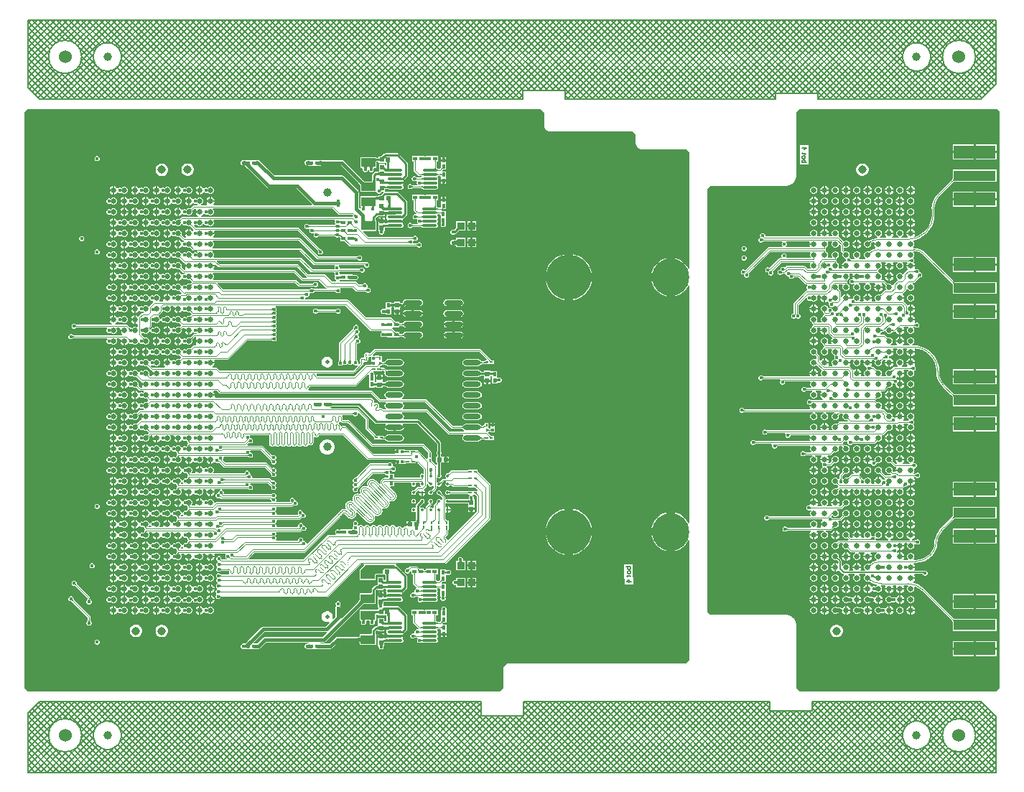
<source format=gbl>
G04*
G04 #@! TF.GenerationSoftware,Altium Limited,Altium NEXUS,4.1.1 (18)*
G04*
G04 Layer_Physical_Order=4*
G04 Layer_Color=16711680*
%FSLAX44Y44*%
%MOMM*%
G71*
G04*
G04 #@! TF.SameCoordinates,4F3881F6-B343-40B9-83C6-DCB6D38B7AD4*
G04*
G04*
G04 #@! TF.FilePolarity,Positive*
G04*
G01*
G75*
%ADD10C,0.2032*%
%ADD11C,1.0000*%
%ADD13R,5.0000X1.6000*%
%ADD15C,0.1250*%
%ADD16C,0.1500*%
%ADD17C,0.1000*%
%ADD18C,0.4000*%
%ADD21C,0.6400*%
%ADD22R,0.8500X0.9000*%
%ADD25R,0.5000X0.4500*%
%ADD29R,0.5600X0.5200*%
%ADD30C,0.2500*%
%ADD31C,0.2000*%
%ADD33C,1.5240*%
%ADD34C,0.9700*%
%ADD35C,0.4000*%
%ADD36C,5.0000*%
%ADD37C,5.3000*%
%ADD38C,4.4000*%
%ADD39C,0.5000*%
%ADD40C,3.0000*%
%ADD41C,3.5000*%
%ADD53R,5.0000X1.2000*%
%ADD54R,0.5500X0.5000*%
%ADD55R,0.3200X0.3600*%
%ADD56R,0.2500X0.3500*%
%ADD57R,0.3500X0.2500*%
%ADD58R,0.3600X0.3200*%
%ADD59R,0.4500X0.5500*%
%ADD60C,0.3500*%
%ADD61R,0.4500X0.5000*%
%ADD62O,2.2000X0.6000*%
%ADD63R,0.5200X0.5600*%
%ADD64O,2.1000X0.6000*%
%ADD65R,1.7000X1.0500*%
%ADD66O,1.8000X0.3000*%
G36*
X1151961Y785155D02*
Y105845D01*
X1148155Y102039D01*
X915845D01*
X912039Y105845D01*
Y180000D01*
X912029Y180050D01*
X912037Y180100D01*
X911989Y181080D01*
X911952Y181227D01*
Y181378D01*
X911570Y183301D01*
X911493Y183486D01*
X911453Y183683D01*
X910703Y185494D01*
X910592Y185661D01*
X910515Y185847D01*
X909426Y187477D01*
X909284Y187619D01*
X909172Y187786D01*
X907786Y189172D01*
X907619Y189284D01*
X907477Y189426D01*
X905847Y190515D01*
X905661Y190592D01*
X905495Y190703D01*
X903683Y191453D01*
X903486Y191493D01*
X903301Y191569D01*
X901378Y191952D01*
X901227D01*
X901080Y191989D01*
X900100Y192037D01*
X900050Y192029D01*
X900000Y192039D01*
X810845Y192039D01*
X807039Y195845D01*
Y694155D01*
X810845Y697961D01*
X900000D01*
X900050Y697971D01*
X900100Y697963D01*
X901080Y698011D01*
X901227Y698048D01*
X901378D01*
X903301Y698431D01*
X903486Y698507D01*
X903683Y698547D01*
X905494Y699297D01*
X905661Y699408D01*
X905847Y699485D01*
X907477Y700574D01*
X907619Y700716D01*
X907786Y700828D01*
X909172Y702214D01*
X909284Y702381D01*
X909426Y702523D01*
X910515Y704153D01*
X910592Y704339D01*
X910703Y704506D01*
X911453Y706317D01*
X911493Y706514D01*
X911569Y706699D01*
X911952Y708622D01*
Y708773D01*
X911989Y708920D01*
X912037Y709900D01*
X912029Y709950D01*
X912039Y710000D01*
Y784155D01*
X915845Y787961D01*
X1149155D01*
X1151961Y785155D01*
D02*
G37*
G36*
X614961Y784155D02*
Y769000D01*
X614981Y768901D01*
X614971Y768800D01*
X615067Y767825D01*
X615154Y767538D01*
X615212Y767244D01*
X615959Y765442D01*
X616401Y764780D01*
X617780Y763401D01*
X617780Y763401D01*
X618442Y762959D01*
X620244Y762212D01*
X620538Y762154D01*
X620825Y762067D01*
X621800Y761971D01*
X621901Y761981D01*
X622000Y761961D01*
X719155D01*
X722961Y758155D01*
Y748000D01*
X722981Y747901D01*
X722971Y747800D01*
X723067Y746825D01*
X723154Y746538D01*
X723212Y746244D01*
X723959Y744442D01*
X724401Y743780D01*
X725780Y742401D01*
X725780Y742401D01*
X726442Y741959D01*
X728244Y741212D01*
X728273Y741207D01*
X728538Y741154D01*
X728825Y741067D01*
X729800Y740971D01*
X729901Y740981D01*
X730000Y740961D01*
X782155D01*
X785961Y737155D01*
Y600338D01*
X784715Y600091D01*
X784382Y600895D01*
X781865Y604662D01*
X778662Y607865D01*
X774895Y610382D01*
X770709Y612116D01*
X769000Y612456D01*
Y590000D01*
Y567544D01*
X770709Y567884D01*
X774895Y569618D01*
X778662Y572135D01*
X781865Y575338D01*
X784382Y579105D01*
X784715Y579909D01*
X785961Y579662D01*
Y445974D01*
Y444936D01*
X785961Y300338D01*
X784715Y300091D01*
X784382Y300895D01*
X781865Y304662D01*
X778662Y307865D01*
X774895Y310382D01*
X770709Y312116D01*
X770052Y312247D01*
X769000Y312456D01*
Y290000D01*
Y267544D01*
X770709Y267884D01*
X774895Y269618D01*
X778662Y272135D01*
X781865Y275338D01*
X784382Y279105D01*
X784715Y279909D01*
X785961Y279662D01*
Y138845D01*
X782106Y134990D01*
X574001Y135039D01*
X573901Y135019D01*
X573800Y135029D01*
X572825Y134933D01*
X572538Y134846D01*
X572244Y134788D01*
X570442Y134041D01*
X569780Y133599D01*
X568401Y132220D01*
X567959Y131558D01*
X567212Y129756D01*
X567154Y129462D01*
X567067Y129175D01*
X566971Y128200D01*
X566981Y128099D01*
X566961Y128000D01*
Y105845D01*
X563155Y102039D01*
X5845D01*
X2039Y105845D01*
Y444936D01*
Y784155D01*
X5845Y787961D01*
X611155D01*
X614961Y784155D01*
D02*
G37*
%LPC*%
G36*
X1148400Y746700D02*
X1123670D01*
Y738970D01*
X1148400D01*
Y746700D01*
D02*
G37*
G36*
X1121130D02*
X1096400D01*
Y738970D01*
X1121130D01*
Y746700D01*
D02*
G37*
G36*
X1148400Y736430D02*
X1123670D01*
Y728700D01*
X1148400D01*
Y736430D01*
D02*
G37*
G36*
X1121130D02*
X1096400D01*
Y728700D01*
X1121130D01*
Y736430D01*
D02*
G37*
G36*
X926248Y746332D02*
X916250D01*
Y738000D01*
X916826D01*
Y722747D01*
X926825D01*
Y739409D01*
X926248D01*
Y746332D01*
D02*
G37*
G36*
X990968Y724250D02*
X989032D01*
X987163Y723749D01*
X985487Y722782D01*
X984119Y721413D01*
X983151Y719737D01*
X982650Y717868D01*
Y715932D01*
X983151Y714063D01*
X984119Y712387D01*
X985487Y711019D01*
X987163Y710051D01*
X989032Y709550D01*
X990968D01*
X992837Y710051D01*
X994513Y711019D01*
X995882Y712387D01*
X996849Y714063D01*
X997350Y715932D01*
Y717868D01*
X996849Y719737D01*
X995882Y721413D01*
X994513Y722782D01*
X992837Y723749D01*
X990968Y724250D01*
D02*
G37*
G36*
X1148400Y717000D02*
X1096400D01*
Y706127D01*
X1096378Y706096D01*
X1096293Y705996D01*
X1095963Y705674D01*
X1095747Y705491D01*
X1095684Y705367D01*
X1095566Y705293D01*
X1095548Y705217D01*
X1093852Y703769D01*
X1093889Y703732D01*
X1079768Y689611D01*
X1079731Y689648D01*
X1076969Y686413D01*
X1074746Y682786D01*
X1073118Y678856D01*
X1072125Y674720D01*
X1071792Y670479D01*
X1071843D01*
Y663021D01*
X1071856Y662956D01*
X1071406Y658385D01*
X1070054Y653928D01*
X1067858Y649819D01*
X1064944Y646269D01*
X1064889Y646232D01*
X1062268Y643611D01*
X1062231Y643556D01*
X1058681Y640642D01*
X1054572Y638446D01*
X1052167Y637716D01*
X1051493Y638839D01*
X1051558Y638904D01*
X1052350Y640816D01*
Y641100D01*
X1041950D01*
Y640816D01*
X1042742Y638904D01*
X1043719Y637927D01*
X1043193Y636657D01*
X1036206D01*
X1035954Y637927D01*
X1036829Y638289D01*
X1038011Y639471D01*
X1038650Y641015D01*
Y642685D01*
X1038011Y644229D01*
X1036829Y645411D01*
X1035285Y646050D01*
X1033615D01*
X1032071Y645411D01*
X1030890Y644229D01*
X1030250Y642685D01*
Y641015D01*
X1030890Y639471D01*
X1032071Y638289D01*
X1032946Y637927D01*
X1032694Y636657D01*
X1025707D01*
X1025181Y637927D01*
X1026158Y638904D01*
X1026950Y640816D01*
Y641100D01*
X1016550D01*
Y640816D01*
X1017342Y638904D01*
X1018319Y637927D01*
X1017793Y636657D01*
X1010806D01*
X1010554Y637927D01*
X1011429Y638289D01*
X1012611Y639471D01*
X1013250Y641015D01*
Y642685D01*
X1012611Y644229D01*
X1011429Y645411D01*
X1009885Y646050D01*
X1008215D01*
X1006671Y645411D01*
X1005490Y644229D01*
X1004850Y642685D01*
Y641015D01*
X1005490Y639471D01*
X1006671Y638289D01*
X1007875Y637791D01*
X1007683Y636496D01*
X1005990Y636329D01*
X1002134Y635159D01*
X998580Y633260D01*
X998520Y633210D01*
X998426Y633158D01*
X998313Y633104D01*
X998222Y633069D01*
X998156Y633049D01*
X998128Y633044D01*
X998117Y633048D01*
X998089Y633047D01*
X998072Y633051D01*
X998048Y633046D01*
X997948Y633044D01*
X997797Y633117D01*
X997769Y633108D01*
X997186Y633350D01*
X995515D01*
X993971Y632711D01*
X992790Y631529D01*
X992150Y629986D01*
Y628315D01*
X992790Y626771D01*
X993971Y625589D01*
X995515Y624950D01*
X997186D01*
X998729Y625589D01*
X999911Y626771D01*
X1000550Y628315D01*
Y629986D01*
X1000418Y630303D01*
X1000420Y630314D01*
X1000445Y630343D01*
X1000508Y630402D01*
X1000602Y630478D01*
X1000755Y630583D01*
X1000765Y630598D01*
X1003182Y631890D01*
X1003762Y631517D01*
X1004153Y630916D01*
X1003850Y630184D01*
Y629900D01*
X1009050D01*
Y628400D01*
X1003850D01*
Y628116D01*
X1004642Y626204D01*
X1005531Y625315D01*
X1005171Y623879D01*
X1002516Y623074D01*
X999361Y621387D01*
X998641Y620796D01*
X998490Y620760D01*
X998326Y620642D01*
X998198Y620559D01*
X998090Y620499D01*
X998002Y620458D01*
X997940Y620435D01*
X997922Y620431D01*
X997920Y620431D01*
X997893Y620429D01*
X997871Y620433D01*
X997842Y620425D01*
X997836Y620425D01*
X997834Y620425D01*
X997753Y620418D01*
X997599Y620484D01*
X997592Y620482D01*
X997186Y620650D01*
X995515D01*
X993971Y620011D01*
X992790Y618829D01*
X992150Y617285D01*
Y615615D01*
X992790Y614071D01*
X993932Y612928D01*
X993923Y612719D01*
X993624Y611658D01*
X986376D01*
X986077Y612719D01*
X986068Y612928D01*
X987211Y614071D01*
X987850Y615615D01*
Y617285D01*
X987211Y618829D01*
X986029Y620011D01*
X984485Y620650D01*
X982815D01*
X981271Y620011D01*
X980089Y618829D01*
X979450Y617285D01*
Y615615D01*
X980089Y614071D01*
X981232Y612928D01*
X981223Y612719D01*
X980925Y611658D01*
X977160D01*
X977079Y611703D01*
X977044Y611693D01*
X977012Y611708D01*
X976878Y611714D01*
X976802Y611725D01*
X976731Y611741D01*
X976664Y611764D01*
X976597Y611795D01*
X976529Y611835D01*
X976457Y611886D01*
X976381Y611951D01*
X976301Y612031D01*
X976193Y612157D01*
X976001Y612254D01*
X975508Y612747D01*
X975137Y612901D01*
X974958Y613236D01*
X974638Y614377D01*
X974638Y614378D01*
X975150Y615615D01*
Y617285D01*
X974511Y618829D01*
X973329Y620011D01*
X971786Y620650D01*
X970115D01*
X969359Y620337D01*
X967874Y621823D01*
Y624627D01*
X969144Y625352D01*
X970115Y624950D01*
X971786D01*
X973329Y625589D01*
X974511Y626771D01*
X975150Y628315D01*
Y629986D01*
X974511Y631529D01*
X973329Y632711D01*
X971786Y633350D01*
X970115D01*
X968571Y632711D01*
X967971Y632111D01*
X962111Y637970D01*
X962108Y637972D01*
X961810Y639470D01*
X961811Y639471D01*
X962450Y641015D01*
Y642685D01*
X961811Y644229D01*
X960629Y645411D01*
X959085Y646050D01*
X957415D01*
X955871Y645411D01*
X954689Y644229D01*
X954050Y642685D01*
Y641015D01*
X954588Y639716D01*
X954055Y638446D01*
X951143D01*
X950294Y639716D01*
X950750Y640816D01*
Y641100D01*
X940350D01*
Y640816D01*
X940806Y639716D01*
X939957Y638446D01*
X937045D01*
X936512Y639716D01*
X937050Y641015D01*
Y642685D01*
X936411Y644229D01*
X935229Y645411D01*
X933686Y646050D01*
X932015D01*
X930471Y645411D01*
X929289Y644229D01*
X928650Y642685D01*
Y641015D01*
X929188Y639716D01*
X928655Y638446D01*
X875536D01*
X875438Y638591D01*
Y639785D01*
X874982Y640888D01*
X874138Y641731D01*
X873035Y642188D01*
X871842D01*
X870739Y641731D01*
X869895Y640888D01*
X869438Y639785D01*
Y638591D01*
X869589Y638228D01*
X869779Y637392D01*
X868954Y636695D01*
X868751Y636611D01*
X867907Y635767D01*
X867450Y634665D01*
Y633471D01*
X867907Y632369D01*
X868751Y631525D01*
X869853Y631068D01*
X871047D01*
X872149Y631525D01*
X872710Y632085D01*
X872888Y632183D01*
X873013Y632338D01*
X873114Y632448D01*
X873206Y632536D01*
X873291Y632604D01*
X873366Y632654D01*
X873431Y632689D01*
X873454Y632699D01*
X895421D01*
X895936Y631429D01*
X895457Y630949D01*
X895000Y629847D01*
Y628653D01*
X895457Y627551D01*
X896114Y626894D01*
X895930Y626010D01*
X895724Y625624D01*
X879464D01*
X878316Y625148D01*
X851761Y598593D01*
X851603Y598750D01*
X850501Y599207D01*
X849307D01*
X848204Y598750D01*
X847361Y597906D01*
X846904Y596804D01*
Y595610D01*
X847361Y594508D01*
X848204Y593664D01*
X849307Y593207D01*
X850439D01*
Y592075D01*
X850896Y590972D01*
X851740Y590128D01*
X852843Y589672D01*
X854036D01*
X855139Y590128D01*
X855983Y590972D01*
X856439Y592075D01*
Y593268D01*
X855983Y594371D01*
X855825Y594529D01*
X881172Y619876D01*
X899268D01*
X899268Y619876D01*
X928677D01*
X929197Y618606D01*
X928650Y617285D01*
Y615615D01*
X929218Y614244D01*
X928727Y612974D01*
X901376D01*
X900580Y614244D01*
X900750Y614653D01*
Y615847D01*
X900293Y616949D01*
X899449Y617793D01*
X898347Y618250D01*
X897153D01*
X896051Y617793D01*
X895207Y616949D01*
X894750Y615847D01*
Y614653D01*
X894920Y614244D01*
X894124Y612974D01*
X892957D01*
X891809Y612498D01*
X880402Y601091D01*
X880199Y601293D01*
X879097Y601750D01*
X877903D01*
X876801Y601293D01*
X875957Y600449D01*
X875500Y599347D01*
Y598153D01*
X875957Y597051D01*
X876801Y596207D01*
X877903Y595750D01*
X878898D01*
X879000Y595597D01*
Y594403D01*
X879457Y593301D01*
X880301Y592457D01*
X881403Y592000D01*
X882597D01*
X883699Y592457D01*
X884543Y593301D01*
X885000Y594403D01*
Y595597D01*
X884543Y596699D01*
X884341Y596902D01*
X894665Y607226D01*
X928727D01*
X929218Y605956D01*
X928650Y604585D01*
Y602915D01*
X929289Y601371D01*
X928741Y600124D01*
X925436D01*
X922441Y603119D01*
X921293Y603594D01*
X900821D01*
X899673Y603119D01*
X898274Y601719D01*
X898199Y601793D01*
X897097Y602250D01*
X895903D01*
X894801Y601793D01*
X893957Y600949D01*
X893500Y599847D01*
Y598714D01*
X892368D01*
X891265Y598258D01*
X890421Y597414D01*
X889965Y596311D01*
Y595118D01*
X890421Y594015D01*
X891265Y593171D01*
X892368Y592715D01*
X893561D01*
X894664Y593171D01*
X894954Y593462D01*
X895147Y593538D01*
X895303Y593690D01*
X895433Y593803D01*
X895554Y593897D01*
X895665Y593973D01*
X895765Y594031D01*
X895854Y594073D01*
X895902Y594091D01*
X898101D01*
X898344Y594191D01*
X899614Y593570D01*
X900070Y592467D01*
X900914Y591624D01*
X902017Y591167D01*
X903210D01*
X903813Y590042D01*
X904058Y589451D01*
X904902Y588607D01*
X906004Y588150D01*
X907198D01*
X908300Y588607D01*
X909144Y589451D01*
X909590Y590526D01*
X914188D01*
X922413Y582302D01*
X923561Y581826D01*
X924637D01*
X925114Y580556D01*
X924607Y580049D01*
X924150Y578947D01*
Y577753D01*
X924607Y576651D01*
X925364Y575894D01*
X925324Y575483D01*
X924988Y574624D01*
X924464D01*
X923316Y574148D01*
X909352Y560184D01*
X908876Y559035D01*
Y547250D01*
X908653D01*
X907551Y546793D01*
X906707Y545949D01*
X906250Y544847D01*
Y543653D01*
X906707Y542551D01*
X907551Y541707D01*
X908653Y541250D01*
X909847D01*
X910949Y541707D01*
X911750Y542507D01*
X912551Y541707D01*
X913653Y541250D01*
X914847D01*
X915949Y541707D01*
X916793Y542551D01*
X917250Y543653D01*
Y544847D01*
X916793Y545949D01*
X915949Y546793D01*
X914847Y547250D01*
X914624D01*
Y557327D01*
X923330Y566034D01*
X924600Y565508D01*
Y565053D01*
X925057Y563951D01*
X925901Y563107D01*
X927003Y562650D01*
X928197D01*
X929299Y563107D01*
X929377Y563184D01*
X930471Y562090D01*
X932015Y561450D01*
X933686D01*
X935229Y562090D01*
X936411Y563271D01*
X937050Y564815D01*
Y566485D01*
X936586Y567606D01*
X937223Y568876D01*
X939883D01*
X940732Y567606D01*
X940350Y566684D01*
Y566400D01*
X945550D01*
Y565650D01*
X946300D01*
Y560450D01*
X946584D01*
X948496Y561242D01*
X948859Y561605D01*
X949492Y561480D01*
X950335Y560636D01*
X950457Y559211D01*
X950340Y558929D01*
Y557736D01*
X950797Y556633D01*
X951640Y555789D01*
X951775Y555733D01*
X952053Y554883D01*
X951507Y554092D01*
X951407D01*
X950968Y553910D01*
X950125Y553824D01*
X949435Y554545D01*
X949111Y555329D01*
X947929Y556511D01*
X946385Y557150D01*
X944715D01*
X943171Y556511D01*
X941990Y555329D01*
X941350Y553786D01*
Y552115D01*
X941990Y550571D01*
X943171Y549389D01*
X943926Y549076D01*
Y548436D01*
X944402Y547288D01*
X944912Y546600D01*
X944402Y545912D01*
X943926Y544764D01*
Y544123D01*
X943171Y543811D01*
X941990Y542629D01*
X941350Y541086D01*
Y539415D01*
X941918Y538044D01*
X941427Y536774D01*
X936973D01*
X936482Y538044D01*
X937050Y539415D01*
Y541086D01*
X936411Y542629D01*
X935229Y543811D01*
X933686Y544450D01*
X932015D01*
X930471Y543811D01*
X929289Y542629D01*
X928650Y541086D01*
Y539415D01*
X929289Y537871D01*
X930471Y536689D01*
X931226Y536376D01*
Y535736D01*
X931702Y534588D01*
X932212Y533900D01*
X931702Y533212D01*
X931226Y532064D01*
Y531423D01*
X930471Y531111D01*
X929289Y529929D01*
X928650Y528386D01*
Y526715D01*
X929289Y525171D01*
X930471Y523989D01*
X932015Y523350D01*
X933686D01*
X935229Y523989D01*
X936411Y525171D01*
X937050Y526715D01*
Y528386D01*
X936482Y529756D01*
X936973Y531026D01*
X940013D01*
X940835Y529756D01*
X940350Y528584D01*
Y528300D01*
X945550D01*
Y527550D01*
X946300D01*
Y522350D01*
X946584D01*
X948496Y523142D01*
X948889Y523535D01*
X949550Y523404D01*
X954216Y518738D01*
X954310Y518264D01*
X953842Y517796D01*
X953050Y515884D01*
Y515600D01*
X958250D01*
Y514100D01*
X953050D01*
Y513816D01*
X953536Y512644D01*
X952713Y511374D01*
X949673D01*
X949182Y512644D01*
X949750Y514015D01*
Y515686D01*
X949111Y517229D01*
X947929Y518411D01*
X946385Y519050D01*
X944715D01*
X943171Y518411D01*
X941990Y517229D01*
X941350Y515686D01*
Y514015D01*
X941990Y512471D01*
X943171Y511289D01*
X943926Y510976D01*
Y510336D01*
X944402Y509188D01*
X944912Y508500D01*
X944402Y507812D01*
X943926Y506664D01*
Y506023D01*
X943171Y505711D01*
X941990Y504529D01*
X941350Y502985D01*
Y501315D01*
X941990Y499771D01*
X943171Y498590D01*
X944715Y497950D01*
X946385D01*
X947929Y498590D01*
X949111Y499771D01*
X949750Y501315D01*
Y502985D01*
X949182Y504356D01*
X949673Y505626D01*
X954127D01*
X954618Y504356D01*
X954050Y502985D01*
Y501315D01*
X954689Y499771D01*
X955871Y498590D01*
X957134Y498066D01*
Y497450D01*
X957302Y497045D01*
X956905Y496087D01*
Y494894D01*
X956971Y494736D01*
X957358Y493789D01*
X956336Y493203D01*
X955871Y493011D01*
X954689Y491829D01*
X954050Y490285D01*
Y488615D01*
X954689Y487071D01*
X954901Y486860D01*
X954375Y485590D01*
X950703D01*
X950106Y486860D01*
X950750Y488416D01*
Y488700D01*
X945550D01*
Y489450D01*
X944800D01*
Y494650D01*
X944516D01*
X942605Y493858D01*
X941142Y492396D01*
X939624Y492050D01*
X939072Y492505D01*
Y492572D01*
X939140Y492736D01*
Y497483D01*
X938665Y498632D01*
X936737Y500559D01*
X937050Y501315D01*
Y502985D01*
X936411Y504529D01*
X935229Y505711D01*
X933686Y506350D01*
X932015D01*
X930471Y505711D01*
X929289Y504529D01*
X928650Y502985D01*
Y501315D01*
X929289Y499771D01*
X930471Y498590D01*
X932015Y497950D01*
X933686D01*
X934441Y498263D01*
X935893Y496811D01*
Y494006D01*
X934623Y493262D01*
X933686Y493650D01*
X932015D01*
X930471Y493011D01*
X929289Y491829D01*
X928650Y490285D01*
Y488615D01*
X929289Y487071D01*
X930471Y485890D01*
X932015Y485250D01*
X933686D01*
X935229Y485890D01*
X935880Y486540D01*
X942103Y480318D01*
X942048Y479707D01*
X941940Y479011D01*
X941350Y477585D01*
Y475915D01*
X941990Y474371D01*
X941407Y473157D01*
X938270D01*
X937516Y474427D01*
X938050Y475716D01*
Y476000D01*
X927650D01*
Y475716D01*
X928184Y474427D01*
X927430Y473157D01*
X873747D01*
X873646Y473206D01*
X873638Y473203D01*
X873630Y473206D01*
X873497Y473212D01*
X873417Y473223D01*
X873342Y473241D01*
X873268Y473265D01*
X873193Y473298D01*
X873116Y473340D01*
X873035Y473394D01*
X872950Y473462D01*
X872861Y473545D01*
X872744Y473670D01*
X872543Y473760D01*
X872149Y474155D01*
X871047Y474611D01*
X869853D01*
X868751Y474155D01*
X867907Y473311D01*
X867450Y472208D01*
Y471015D01*
X867907Y469912D01*
X868751Y469068D01*
X869853Y468611D01*
X871047D01*
X872149Y469068D01*
X872342Y469260D01*
X872505Y469314D01*
X872644Y469434D01*
X872756Y469519D01*
X872863Y469591D01*
X872965Y469649D01*
X873062Y469696D01*
X873155Y469732D01*
X873245Y469758D01*
X873333Y469777D01*
X873420Y469788D01*
X873554Y469794D01*
X873661Y469843D01*
X893155D01*
X893681Y468573D01*
X893307Y468199D01*
X892850Y467097D01*
Y465903D01*
X893307Y464801D01*
X894151Y463957D01*
X895253Y463500D01*
X896447D01*
X897549Y463957D01*
X898393Y464801D01*
X898850Y465903D01*
Y466881D01*
X898887Y467016D01*
X899647Y467149D01*
X900138Y467218D01*
X928419D01*
X929090Y465948D01*
X928650Y464885D01*
Y463215D01*
X929289Y461671D01*
X930033Y460927D01*
X929508Y459657D01*
X924503D01*
X924396Y459706D01*
X924262Y459712D01*
X924179Y459723D01*
X924097Y459741D01*
X924015Y459767D01*
X923931Y459802D01*
X923844Y459847D01*
X923752Y459903D01*
X923656Y459973D01*
X923556Y460058D01*
X923428Y460181D01*
X923237Y460255D01*
X922949Y460543D01*
X921847Y461000D01*
X920653D01*
X919551Y460543D01*
X918707Y459699D01*
X918250Y458597D01*
Y457403D01*
X918707Y456301D01*
X919551Y455457D01*
X920653Y455000D01*
X921847D01*
X922949Y455457D01*
X923237Y455745D01*
X923428Y455819D01*
X923556Y455942D01*
X923656Y456027D01*
X923752Y456096D01*
X923844Y456153D01*
X923931Y456198D01*
X924015Y456233D01*
X924097Y456259D01*
X924179Y456277D01*
X924263Y456288D01*
X924396Y456294D01*
X924503Y456343D01*
X930611D01*
X930863Y455073D01*
X930471Y454911D01*
X929289Y453729D01*
X928650Y452186D01*
Y450515D01*
X929289Y448971D01*
X930471Y447789D01*
X932015Y447150D01*
X933686D01*
X935229Y447789D01*
X936411Y448971D01*
X937050Y450515D01*
Y452186D01*
X936411Y453729D01*
X935229Y454911D01*
X934837Y455073D01*
X935089Y456343D01*
X941393D01*
X941919Y455073D01*
X941142Y454296D01*
X940350Y452384D01*
Y452100D01*
X945550D01*
Y450600D01*
X940350D01*
Y450316D01*
X941142Y448405D01*
X942605Y446942D01*
X943876Y446415D01*
X943624Y445145D01*
X930293D01*
X930231Y445164D01*
X929945Y445282D01*
X929817Y445346D01*
X929458Y445559D01*
X929264Y445688D01*
X929177Y445705D01*
X928124Y446141D01*
X926931D01*
X925828Y445684D01*
X924984Y444841D01*
X924527Y443738D01*
Y442544D01*
X924984Y441442D01*
X925828Y440598D01*
X926931Y440141D01*
X927345D01*
X927650Y439684D01*
Y439400D01*
X932850D01*
Y437900D01*
X927650D01*
Y437616D01*
X928394Y435820D01*
X927937Y434550D01*
X851016D01*
X851000Y434556D01*
X850942Y434589D01*
X850874Y434636D01*
X850797Y434701D01*
X850711Y434787D01*
X850619Y434894D01*
X850502Y435050D01*
X850357Y435136D01*
X849699Y435793D01*
X848597Y436250D01*
X847403D01*
X846301Y435793D01*
X845457Y434949D01*
X845000Y433847D01*
Y432653D01*
X845457Y431551D01*
X846301Y430707D01*
X847403Y430250D01*
X848597D01*
X849699Y430707D01*
X849728Y430736D01*
X849808Y430754D01*
X849994Y430885D01*
X850341Y431101D01*
X850475Y431173D01*
X850607Y431234D01*
X850723Y431279D01*
X850798Y431303D01*
X931479D01*
X931731Y430033D01*
X930471Y429511D01*
X929289Y428329D01*
X928650Y426786D01*
Y425115D01*
X929289Y423571D01*
X930471Y422389D01*
X932015Y421750D01*
X933686D01*
X935229Y422389D01*
X936411Y423571D01*
X937050Y425115D01*
Y426786D01*
X936411Y428329D01*
X935229Y429511D01*
X933969Y430033D01*
X934221Y431303D01*
X944179D01*
X944432Y430033D01*
X943171Y429511D01*
X941990Y428329D01*
X941350Y426786D01*
Y425115D01*
X941990Y423571D01*
X943171Y422389D01*
X944715Y421750D01*
X946385D01*
X947929Y422389D01*
X949111Y423571D01*
X949750Y425115D01*
Y426786D01*
X949111Y428329D01*
X947929Y429511D01*
X946668Y430033D01*
X946921Y431303D01*
X956879D01*
X957132Y430033D01*
X955871Y429511D01*
X954689Y428329D01*
X954050Y426786D01*
Y425115D01*
X954689Y423571D01*
X955871Y422389D01*
X957415Y421750D01*
X959085D01*
X960629Y422389D01*
X961811Y423571D01*
X962450Y425115D01*
Y426786D01*
X962235Y427305D01*
X962244Y427406D01*
X962249Y427425D01*
X962247Y427440D01*
X962247Y427441D01*
X962262Y427472D01*
X962300Y427537D01*
X962362Y427623D01*
X962449Y427727D01*
X962581Y427867D01*
X962625Y427982D01*
X963788Y429145D01*
X966545D01*
X967201Y427874D01*
X966750Y426786D01*
Y425115D01*
X967390Y423571D01*
X968571Y422389D01*
X970115Y421750D01*
X971785D01*
X973068Y421069D01*
X973105Y420970D01*
X972340Y419732D01*
X963075D01*
X962441Y419606D01*
X961904Y419247D01*
X960282Y417625D01*
X960167Y417581D01*
X960027Y417449D01*
X959923Y417362D01*
X959837Y417300D01*
X959772Y417262D01*
X959741Y417247D01*
X959740Y417247D01*
X959725Y417249D01*
X959706Y417244D01*
X959605Y417235D01*
X959085Y417450D01*
X957415D01*
X955871Y416811D01*
X954689Y415629D01*
X954050Y414086D01*
Y412415D01*
X954689Y410871D01*
X954743Y410818D01*
X954217Y409548D01*
X950861D01*
X950171Y410818D01*
X950750Y412216D01*
Y412500D01*
X940350D01*
Y412216D01*
X940929Y410818D01*
X940239Y409548D01*
X936884D01*
X936357Y410818D01*
X936411Y410871D01*
X937050Y412415D01*
Y414086D01*
X936411Y415629D01*
X935229Y416811D01*
X933686Y417450D01*
X932015D01*
X930471Y416811D01*
X929289Y415629D01*
X928650Y414086D01*
Y412415D01*
X929289Y410871D01*
X929342Y410818D01*
X928817Y409548D01*
X877689D01*
X877449Y409620D01*
X877327Y409667D01*
X876740Y409944D01*
X876529Y410059D01*
X876311Y410082D01*
X875627Y410365D01*
X874434D01*
X873331Y409908D01*
X872487Y409065D01*
X872031Y407962D01*
Y406768D01*
X872487Y405666D01*
X873331Y404822D01*
X874434Y404365D01*
X875627D01*
X876730Y404822D01*
X877574Y405666D01*
X877629Y405800D01*
X877728Y405875D01*
X877818Y406029D01*
X877885Y406125D01*
X877945Y406198D01*
X877998Y406249D01*
X878042Y406284D01*
X878069Y406301D01*
X898783D01*
X899486Y405031D01*
X899250Y404462D01*
Y403269D01*
X899707Y402166D01*
X900551Y401322D01*
X901653Y400865D01*
X902847D01*
X903949Y401322D01*
X904793Y402166D01*
X905250Y403269D01*
Y403866D01*
X927221D01*
X928069Y402596D01*
X927650Y401584D01*
Y401300D01*
X932850D01*
Y399800D01*
X927650D01*
Y399516D01*
X928215Y398152D01*
X927505Y396882D01*
X864486D01*
X864398Y396928D01*
X864372Y396920D01*
X864347Y396931D01*
X864214Y396937D01*
X864136Y396948D01*
X864064Y396965D01*
X863995Y396989D01*
X863926Y397020D01*
X863855Y397061D01*
X863780Y397113D01*
X863701Y397178D01*
X863618Y397259D01*
X863507Y397385D01*
X863311Y397481D01*
X862849Y397943D01*
X861747Y398400D01*
X860553D01*
X859451Y397943D01*
X858607Y397099D01*
X858150Y395997D01*
Y394803D01*
X858607Y393701D01*
X859451Y392857D01*
X860553Y392400D01*
X861747D01*
X862849Y392857D01*
X862990Y392998D01*
X863132Y393040D01*
X863277Y393157D01*
X863395Y393242D01*
X863508Y393314D01*
X863616Y393372D01*
X863719Y393420D01*
X863817Y393456D01*
X863911Y393483D01*
X864003Y393502D01*
X864093Y393513D01*
X864227Y393518D01*
X864334Y393568D01*
X882916D01*
X883687Y392298D01*
X883500Y391847D01*
Y390653D01*
X883957Y389551D01*
X884801Y388707D01*
X885903Y388250D01*
X887097D01*
X888199Y388707D01*
X889043Y389551D01*
X889500Y390653D01*
Y391018D01*
X928419D01*
X929090Y389748D01*
X928650Y388685D01*
Y387015D01*
X929289Y385471D01*
X929834Y384927D01*
X929307Y383657D01*
X923503D01*
X923396Y383706D01*
X923262Y383712D01*
X923179Y383723D01*
X923097Y383741D01*
X923015Y383767D01*
X922931Y383802D01*
X922844Y383847D01*
X922752Y383903D01*
X922656Y383974D01*
X922556Y384058D01*
X922428Y384181D01*
X922237Y384255D01*
X921949Y384543D01*
X920847Y385000D01*
X919653D01*
X918551Y384543D01*
X917707Y383699D01*
X917250Y382597D01*
Y381403D01*
X917707Y380301D01*
X918551Y379457D01*
X919653Y379000D01*
X920847D01*
X921949Y379457D01*
X922237Y379745D01*
X922428Y379819D01*
X922556Y379942D01*
X922656Y380027D01*
X922752Y380097D01*
X922844Y380153D01*
X922931Y380198D01*
X923015Y380233D01*
X923097Y380259D01*
X923179Y380277D01*
X923263Y380288D01*
X923396Y380294D01*
X923503Y380343D01*
X931094D01*
X931346Y379073D01*
X930471Y378711D01*
X929289Y377529D01*
X928650Y375985D01*
Y374315D01*
X929289Y372771D01*
X930471Y371590D01*
X932015Y370950D01*
X933686D01*
X935229Y371590D01*
X936411Y372771D01*
X937050Y374315D01*
Y375985D01*
X936411Y377529D01*
X935229Y378711D01*
X934354Y379073D01*
X934606Y380343D01*
X941593D01*
X942119Y379073D01*
X941142Y378096D01*
X940350Y376184D01*
Y375900D01*
X950750D01*
Y376184D01*
X949958Y378096D01*
X948981Y379073D01*
X949507Y380343D01*
X952400D01*
X953034Y380469D01*
X953571Y380828D01*
X956218Y383475D01*
X956333Y383519D01*
X956473Y383651D01*
X956577Y383738D01*
X956663Y383800D01*
X956728Y383838D01*
X956759Y383853D01*
X956760Y383853D01*
X956775Y383851D01*
X956794Y383856D01*
X956895Y383865D01*
X957415Y383650D01*
X959085D01*
X960629Y384290D01*
X961811Y385471D01*
X962450Y387015D01*
Y388685D01*
X962010Y389748D01*
X962681Y391018D01*
X965439D01*
X966575Y389882D01*
X966619Y389767D01*
X966751Y389627D01*
X966838Y389523D01*
X966900Y389437D01*
X966938Y389372D01*
X966953Y389341D01*
X966953Y389340D01*
X966951Y389325D01*
X966956Y389306D01*
X966965Y389205D01*
X966750Y388685D01*
Y387015D01*
X967390Y385471D01*
X968571Y384290D01*
X970115Y383650D01*
X971786D01*
X973329Y384290D01*
X974511Y385471D01*
X975150Y387015D01*
Y388685D01*
X974511Y390229D01*
X973329Y391411D01*
X971786Y392050D01*
X970115D01*
X969595Y391835D01*
X969494Y391844D01*
X969475Y391849D01*
X969460Y391847D01*
X969459Y391847D01*
X969428Y391862D01*
X969363Y391900D01*
X969277Y391962D01*
X969173Y392048D01*
X969033Y392181D01*
X968918Y392225D01*
X967297Y393847D01*
X967207Y395313D01*
X968372Y396477D01*
X968426Y396488D01*
X968477Y396566D01*
X968564Y396599D01*
X968702Y396729D01*
X968800Y396810D01*
X968875Y396862D01*
X968876Y396863D01*
X968976Y396822D01*
X969013Y396797D01*
X969027Y396800D01*
X970115Y396350D01*
X971584D01*
X971936Y396198D01*
X972750Y395375D01*
Y394653D01*
X973207Y393551D01*
X974051Y392707D01*
X975153Y392250D01*
X976347D01*
X977449Y392707D01*
X977740Y392997D01*
X977933Y393074D01*
X978088Y393225D01*
X978218Y393339D01*
X978339Y393433D01*
X978450Y393508D01*
X978550Y393566D01*
X978639Y393608D01*
X978688Y393626D01*
X1003750D01*
X1004898Y394102D01*
X1007459Y396663D01*
X1008215Y396350D01*
X1009885D01*
X1011429Y396990D01*
X1012611Y398171D01*
X1013250Y399715D01*
Y401385D01*
X1012748Y402596D01*
X1013333Y403866D01*
X1013990D01*
X1015138Y404342D01*
X1020159Y409363D01*
X1020915Y409050D01*
X1022586D01*
X1024129Y409689D01*
X1025311Y410871D01*
X1025950Y412415D01*
Y414086D01*
X1025510Y415148D01*
X1026181Y416418D01*
X1028759D01*
X1029608Y415148D01*
X1029250Y414284D01*
Y414000D01*
X1039650D01*
Y414284D01*
X1038858Y416196D01*
X1038629Y416425D01*
X1039155Y417695D01*
X1043859D01*
X1044385Y416425D01*
X1043589Y415629D01*
X1042950Y414086D01*
Y412415D01*
X1043589Y410871D01*
X1044771Y409689D01*
X1046315Y409050D01*
X1047986D01*
X1049529Y409689D01*
X1050711Y410871D01*
X1051350Y412415D01*
Y414086D01*
X1050711Y415629D01*
X1050552Y415788D01*
X1050638Y417497D01*
X1050793Y417652D01*
X1051250Y418755D01*
Y419948D01*
X1050793Y421051D01*
X1050322Y421523D01*
X1049957Y421922D01*
X1050275Y423135D01*
X1050711Y423571D01*
X1051350Y425115D01*
Y426786D01*
X1050711Y428329D01*
X1049529Y429511D01*
X1047986Y430150D01*
X1046315D01*
X1044771Y429511D01*
X1043589Y428329D01*
X1042950Y426786D01*
Y425115D01*
X1043589Y423571D01*
X1044771Y422389D01*
X1044220Y421281D01*
X1044009Y421008D01*
X1038659D01*
X1038132Y422279D01*
X1038858Y423004D01*
X1039650Y424916D01*
Y425200D01*
X1029250D01*
Y424916D01*
X1029281Y424841D01*
X1028204Y424122D01*
X1028081Y424245D01*
X1026979Y424702D01*
X1025950Y425115D01*
X1025950Y425875D01*
Y426786D01*
X1025311Y428329D01*
X1024129Y429511D01*
X1022586Y430150D01*
X1020915D01*
X1020159Y429837D01*
X1015922Y434074D01*
X1014774Y434550D01*
X1012686D01*
X1012160Y435820D01*
X1012611Y436271D01*
X1013250Y437815D01*
Y439486D01*
X1012611Y441029D01*
X1011429Y442211D01*
X1009885Y442850D01*
X1008215D01*
X1007459Y442537D01*
X1005760Y444236D01*
X1005559Y445209D01*
X1005826Y445830D01*
X1007459Y447463D01*
X1008215Y447150D01*
X1009885D01*
X1011429Y447789D01*
X1012611Y448971D01*
X1013250Y450515D01*
Y452186D01*
X1012611Y453729D01*
X1011733Y454606D01*
X1012163Y455876D01*
X1015200D01*
X1016348Y456352D01*
X1020159Y460163D01*
X1020915Y459850D01*
X1022586D01*
X1024129Y460490D01*
X1025311Y461671D01*
X1025950Y463215D01*
Y464885D01*
X1026882Y465954D01*
X1026944Y465974D01*
X1027057Y465909D01*
X1027769Y465197D01*
X1028871Y464740D01*
X1029250D01*
Y463016D01*
X1030042Y461105D01*
X1031505Y459642D01*
X1033416Y458850D01*
X1033700D01*
Y464050D01*
Y469250D01*
X1033416D01*
X1032284Y468781D01*
X1032011Y469440D01*
X1031167Y470284D01*
X1030065Y470741D01*
X1030112Y471920D01*
Y471938D01*
X1031382Y472464D01*
X1031505Y472342D01*
X1033416Y471550D01*
X1033700D01*
Y476750D01*
X1034450D01*
Y477500D01*
X1039650D01*
Y477784D01*
X1038858Y479696D01*
X1038447Y480107D01*
X1038973Y481377D01*
X1044178D01*
X1044350Y481068D01*
X1044568Y480107D01*
X1043589Y479129D01*
X1042950Y477585D01*
Y475915D01*
X1043589Y474371D01*
X1044771Y473190D01*
X1046315Y472550D01*
X1047986D01*
X1049529Y473190D01*
X1050711Y474371D01*
X1051350Y475915D01*
Y477585D01*
X1050848Y478798D01*
X1050840Y478918D01*
X1051163Y479935D01*
X1051357Y480279D01*
X1051869Y480491D01*
X1052713Y481335D01*
X1053169Y482437D01*
Y483631D01*
X1052713Y484734D01*
X1052148Y485298D01*
X1051558Y486505D01*
X1052350Y488416D01*
Y488700D01*
X1041950D01*
Y488416D01*
X1042742Y486505D01*
X1043285Y485961D01*
X1042759Y484691D01*
X1037254D01*
X1036929Y485609D01*
X1036901Y485961D01*
X1038011Y487071D01*
X1038650Y488615D01*
Y490285D01*
X1038011Y491829D01*
X1036829Y493011D01*
X1035285Y493650D01*
X1033615D01*
X1032071Y493011D01*
X1030890Y491829D01*
X1030250Y490285D01*
Y488615D01*
X1030890Y487071D01*
X1031999Y485961D01*
X1031971Y485609D01*
X1031646Y484691D01*
X1028034D01*
X1027400Y484565D01*
X1026863Y484206D01*
X1023782Y481125D01*
X1023667Y481081D01*
X1023527Y480949D01*
X1023423Y480862D01*
X1023337Y480800D01*
X1023272Y480762D01*
X1023241Y480747D01*
X1023240Y480747D01*
X1023225Y480749D01*
X1023206Y480744D01*
X1023105Y480735D01*
X1022586Y480950D01*
X1020915D01*
X1019371Y480311D01*
X1018189Y479129D01*
X1017550Y477585D01*
Y475915D01*
X1018189Y474371D01*
X1018267Y474293D01*
X1017741Y473023D01*
X1013059D01*
X1012533Y474293D01*
X1012611Y474371D01*
X1013250Y475915D01*
Y477585D01*
X1012611Y479129D01*
X1011429Y480311D01*
X1009885Y480950D01*
X1008215D01*
X1007695Y480735D01*
X1007594Y480744D01*
X1007575Y480749D01*
X1007560Y480747D01*
X1007559Y480747D01*
X1007528Y480762D01*
X1007463Y480800D01*
X1007377Y480862D01*
X1007273Y480948D01*
X1007133Y481081D01*
X1007018Y481125D01*
X1003887Y484257D01*
X1003349Y484616D01*
X1002715Y484742D01*
X1001366D01*
X1001259Y484791D01*
X1001199Y484794D01*
X1000555Y485838D01*
X1000559Y485925D01*
X1000593Y486116D01*
X1000717Y486463D01*
X1000758Y486505D01*
X1001550Y488416D01*
Y488700D01*
X991150D01*
Y488416D01*
X991942Y486505D01*
X993404Y485042D01*
X994170Y484725D01*
X995113Y483682D01*
Y482488D01*
X995266Y482117D01*
X995445Y481279D01*
X994631Y480584D01*
X993971Y480311D01*
X992790Y479129D01*
X992150Y477585D01*
Y475915D01*
X992790Y474371D01*
X992867Y474293D01*
X992341Y473023D01*
X988936D01*
X988261Y474293D01*
X988850Y475716D01*
Y476000D01*
X983650D01*
Y476750D01*
X982900D01*
Y481950D01*
X982616D01*
X980704Y481158D01*
X980239Y480693D01*
X979298Y480880D01*
X975414Y484764D01*
X975187Y486333D01*
X975358Y486505D01*
X976150Y488416D01*
Y488700D01*
X970950D01*
Y490200D01*
X976150D01*
Y490484D01*
X975771Y491400D01*
X976619Y492670D01*
X979271D01*
X979912Y491400D01*
X979450Y490285D01*
Y488615D01*
X980089Y487071D01*
X981271Y485890D01*
X982815Y485250D01*
X984485D01*
X986029Y485890D01*
X987211Y487071D01*
X987850Y488615D01*
Y490285D01*
X987388Y491400D01*
X988029Y492670D01*
X990681D01*
X991529Y491400D01*
X991150Y490484D01*
Y490200D01*
X1001550D01*
Y490484D01*
X1001171Y491400D01*
X1002019Y492670D01*
X1003067D01*
X1003147Y492646D01*
X1003273Y492601D01*
X1003394Y492549D01*
X1003943Y492256D01*
X1004135Y492135D01*
X1004285Y492110D01*
X1004962Y490556D01*
X1004850Y490285D01*
Y488615D01*
X1005490Y487071D01*
X1006671Y485890D01*
X1008215Y485250D01*
X1009885D01*
X1011429Y485890D01*
X1012611Y487071D01*
X1013250Y488615D01*
Y490285D01*
X1013035Y490805D01*
X1013044Y490906D01*
X1013049Y490925D01*
X1013047Y490940D01*
X1013047Y490941D01*
X1013062Y490972D01*
X1013100Y491037D01*
X1013162Y491123D01*
X1013249Y491227D01*
X1013381Y491367D01*
X1013425Y491482D01*
X1015229Y493286D01*
X1016628Y493153D01*
X1016850Y492918D01*
X1017168Y491977D01*
X1016550Y490484D01*
Y490200D01*
X1026950D01*
Y490484D01*
X1026158Y492396D01*
X1024696Y493858D01*
X1022784Y494650D01*
X1021698D01*
X1021304Y495239D01*
Y496433D01*
X1021650Y496950D01*
X1022784D01*
X1024696Y497742D01*
X1026158Y499204D01*
X1026950Y501116D01*
Y501400D01*
X1021750D01*
Y502900D01*
X1026950D01*
Y503184D01*
X1026158Y505096D01*
X1026084Y505170D01*
X1026570Y506343D01*
X1030908D01*
X1031433Y505073D01*
X1030890Y504529D01*
X1030250Y502985D01*
Y501315D01*
X1030890Y499771D01*
X1032071Y498590D01*
X1033615Y497950D01*
X1035285D01*
X1036829Y498590D01*
X1038011Y499771D01*
X1038650Y501315D01*
Y502985D01*
X1038011Y504529D01*
X1037467Y505073D01*
X1037993Y506343D01*
X1042330D01*
X1042816Y505170D01*
X1042742Y505096D01*
X1041950Y503184D01*
Y502900D01*
X1052350D01*
Y503184D01*
X1051558Y505096D01*
X1052154Y506296D01*
X1056115Y505906D01*
X1060573Y504554D01*
X1064681Y502358D01*
X1068231Y499444D01*
X1068268Y499389D01*
X1070389Y497268D01*
X1070444Y497231D01*
X1073358Y493681D01*
X1075554Y489572D01*
X1076906Y485115D01*
X1077356Y480544D01*
X1077343Y480479D01*
Y479000D01*
X1077250D01*
X1077748Y473949D01*
X1079221Y469092D01*
X1081614Y464615D01*
X1084834Y460692D01*
X1084834Y460692D01*
X1085798Y459859D01*
X1094389Y451268D01*
X1094352Y451231D01*
X1095651Y450122D01*
X1095732Y449947D01*
X1096187Y449525D01*
X1096325Y449378D01*
X1096400Y449286D01*
Y449087D01*
X1096381Y449031D01*
X1096400Y448991D01*
Y438000D01*
X1148400D01*
Y452000D01*
X1099231D01*
X1099203Y452015D01*
X1099151Y452000D01*
X1099077D01*
X1099021Y452019D01*
X1098981Y452000D01*
X1098681D01*
X1098618Y452038D01*
X1096769Y453556D01*
X1096732Y453611D01*
X1088141Y462202D01*
X1087243Y463100D01*
X1086452Y464043D01*
X1084435Y466501D01*
X1082356Y470390D01*
X1081076Y474611D01*
X1080648Y478956D01*
X1080657Y479000D01*
Y480479D01*
X1080709D01*
X1080375Y484720D01*
X1079382Y488856D01*
X1077754Y492786D01*
X1075531Y496413D01*
X1072769Y499648D01*
X1072732Y499611D01*
X1070611Y501732D01*
X1070648Y501769D01*
X1067413Y504531D01*
X1063786Y506754D01*
X1059856Y508382D01*
X1057314Y508992D01*
X1057313Y508993D01*
X1057303Y508995D01*
X1055720Y509375D01*
X1051479Y509709D01*
Y509657D01*
X1048906D01*
X1048654Y510927D01*
X1049529Y511289D01*
X1050711Y512471D01*
X1051350Y514015D01*
Y515686D01*
X1050711Y517229D01*
X1049529Y518411D01*
X1047986Y519050D01*
X1046315D01*
X1044771Y518411D01*
X1043589Y517229D01*
X1042950Y515686D01*
Y514015D01*
X1043589Y512471D01*
X1044771Y511289D01*
X1045646Y510927D01*
X1045394Y509657D01*
X1038407D01*
X1037881Y510927D01*
X1038858Y511904D01*
X1039650Y513816D01*
Y514100D01*
X1029250D01*
Y513816D01*
X1030042Y511904D01*
X1031019Y510927D01*
X1030493Y509657D01*
X1023506D01*
X1023254Y510927D01*
X1024129Y511289D01*
X1025311Y512471D01*
X1025950Y514015D01*
Y515686D01*
X1025311Y517229D01*
X1024129Y518411D01*
X1022586Y519050D01*
X1020915D01*
X1020395Y518835D01*
X1020294Y518844D01*
X1020275Y518849D01*
X1020260Y518847D01*
X1020259Y518847D01*
X1020228Y518862D01*
X1020163Y518900D01*
X1020077Y518962D01*
X1019973Y519049D01*
X1019833Y519181D01*
X1019718Y519225D01*
X1016626Y522318D01*
X1016088Y522677D01*
X1015454Y522803D01*
X1011883D01*
X1011550Y523675D01*
X1011513Y524073D01*
X1012611Y525171D01*
X1012826Y525690D01*
X1012904Y525755D01*
X1012921Y525765D01*
X1012930Y525777D01*
X1012931Y525778D01*
X1012963Y525790D01*
X1013036Y525808D01*
X1013141Y525826D01*
X1013275Y525838D01*
X1013468Y525843D01*
X1013581Y525893D01*
X1014226D01*
X1014226Y525893D01*
X1014860Y526019D01*
X1015398Y526379D01*
X1016280Y527261D01*
X1017550Y526735D01*
Y526715D01*
X1018189Y525171D01*
X1019371Y523989D01*
X1020915Y523350D01*
X1022586D01*
X1024129Y523989D01*
X1025311Y525171D01*
X1025526Y525690D01*
X1025604Y525755D01*
X1025621Y525765D01*
X1025630Y525777D01*
X1025630Y525778D01*
X1025663Y525790D01*
X1025736Y525808D01*
X1025841Y525826D01*
X1025975Y525838D01*
X1026168Y525843D01*
X1026281Y525893D01*
X1027626D01*
X1028260Y526019D01*
X1029593Y525565D01*
X1029681Y525474D01*
X1030042Y524604D01*
X1031505Y523142D01*
X1033416Y522350D01*
X1033700D01*
Y527550D01*
X1034450D01*
Y528300D01*
X1039650D01*
Y528584D01*
X1038858Y530496D01*
X1038580Y530774D01*
X1039106Y532044D01*
X1043958D01*
X1044434Y530774D01*
X1043589Y529929D01*
X1042950Y528386D01*
Y526715D01*
X1043589Y525171D01*
X1044771Y523989D01*
X1046315Y523350D01*
X1047986D01*
X1049529Y523989D01*
X1050711Y525171D01*
X1051350Y526715D01*
Y528386D01*
X1050711Y529929D01*
X1050486Y530154D01*
X1050654Y531717D01*
X1050764Y531801D01*
X1051385Y531886D01*
X1051522Y531878D01*
X1051568Y531854D01*
X1051660Y531797D01*
X1051756Y531727D01*
X1051856Y531643D01*
X1051984Y531520D01*
X1052175Y531445D01*
X1052463Y531157D01*
X1053565Y530701D01*
X1054759D01*
X1055861Y531157D01*
X1056705Y532001D01*
X1057162Y533104D01*
Y534297D01*
X1056705Y535400D01*
X1055861Y536244D01*
X1054759Y536701D01*
X1053565D01*
X1052463Y536244D01*
X1052431Y536213D01*
X1052242Y536192D01*
X1051779Y536945D01*
X1051597Y537399D01*
X1052350Y539216D01*
Y539500D01*
X1047150D01*
Y540250D01*
X1046400D01*
Y545450D01*
X1046116D01*
X1045949Y545381D01*
X1045419Y545875D01*
X1045104Y546405D01*
X1045490Y547337D01*
X1046110Y547752D01*
X1046116Y547750D01*
X1046400D01*
Y552950D01*
Y558150D01*
X1046116D01*
X1044204Y557358D01*
X1044110Y557264D01*
X1042548Y557498D01*
X1038819Y561227D01*
X1038704Y562550D01*
X1038858Y562705D01*
X1039650Y564616D01*
Y564900D01*
X1034450D01*
Y566400D01*
X1039650D01*
Y566684D01*
X1038858Y568596D01*
X1037932Y569522D01*
X1037917Y570899D01*
X1038031Y571082D01*
X1041672Y574723D01*
X1042031Y575261D01*
X1042157Y575895D01*
Y576111D01*
X1043427Y576363D01*
X1043589Y575971D01*
X1044771Y574790D01*
X1046315Y574150D01*
X1047986D01*
X1049529Y574790D01*
X1050711Y575971D01*
X1051350Y577515D01*
Y579185D01*
X1050711Y580729D01*
X1049529Y581911D01*
X1049137Y582073D01*
X1049389Y583343D01*
X1050000D01*
X1050634Y583469D01*
X1051172Y583828D01*
X1056700Y589357D01*
X1056812Y589398D01*
X1056910Y589489D01*
X1056984Y589548D01*
X1057066Y589603D01*
X1057157Y589655D01*
X1057258Y589704D01*
X1057371Y589750D01*
X1057481Y589786D01*
X1057797Y589861D01*
X1057972Y589888D01*
X1058059Y589941D01*
X1058147D01*
X1059250Y590398D01*
X1060094Y591242D01*
X1060550Y592344D01*
Y593538D01*
X1060094Y594640D01*
X1059250Y595484D01*
X1058147Y595941D01*
X1058019D01*
X1057311Y596153D01*
Y597347D01*
X1056854Y598449D01*
X1056011Y599293D01*
X1054908Y599750D01*
X1053714D01*
X1052932Y599426D01*
X1052737Y599400D01*
X1052563Y599300D01*
X1052477Y599255D01*
X1051987Y599278D01*
X1051878Y599328D01*
X1051526Y600494D01*
X1051558Y600804D01*
X1052350Y602716D01*
Y603000D01*
X1041950D01*
Y602716D01*
X1042742Y600804D01*
X1043488Y600058D01*
X1043511Y599735D01*
X1043213Y598537D01*
X1043040Y598422D01*
X1039249Y594631D01*
X1038961Y594200D01*
X1038594Y594047D01*
X1037554Y593886D01*
X1036829Y594611D01*
X1035285Y595250D01*
X1033615D01*
X1032071Y594611D01*
X1030890Y593429D01*
X1030250Y591885D01*
Y590215D01*
X1030890Y588671D01*
X1031936Y587624D01*
X1031819Y586843D01*
X1031575Y586326D01*
X1031082Y586228D01*
X1030544Y585869D01*
X1026829Y582153D01*
X1026469Y581616D01*
X1026405Y581294D01*
X1026039Y581105D01*
X1025546Y580972D01*
X1025073Y580966D01*
X1024129Y581911D01*
X1022586Y582550D01*
X1020915D01*
X1020395Y582335D01*
X1020294Y582344D01*
X1020275Y582349D01*
X1020260Y582347D01*
X1020259Y582347D01*
X1020228Y582362D01*
X1020163Y582400D01*
X1020077Y582462D01*
X1019973Y582548D01*
X1019833Y582681D01*
X1019718Y582725D01*
X1016414Y586029D01*
X1015877Y586388D01*
X1015243Y586514D01*
X1012140D01*
X1011724Y587784D01*
X1012611Y588671D01*
X1013250Y590215D01*
Y591885D01*
X1012611Y593429D01*
X1011429Y594611D01*
X1009885Y595250D01*
X1009640D01*
Y595476D01*
X1009165Y596624D01*
X1008579Y597210D01*
X1008409Y598068D01*
X1009165Y598824D01*
X1009465Y599550D01*
X1009885D01*
X1011429Y600190D01*
X1012611Y601371D01*
X1013250Y602915D01*
Y604585D01*
X1012611Y606129D01*
X1011665Y607075D01*
X1011956Y608182D01*
X1012054Y608345D01*
X1017195D01*
X1017721Y607075D01*
X1017342Y606696D01*
X1016550Y604784D01*
Y604500D01*
X1026950D01*
Y604784D01*
X1026158Y606696D01*
X1025779Y607075D01*
X1026305Y608345D01*
X1031446D01*
X1031544Y608182D01*
X1031835Y607075D01*
X1030890Y606129D01*
X1030250Y604585D01*
Y602915D01*
X1030890Y601371D01*
X1032071Y600190D01*
X1033615Y599550D01*
X1035285D01*
X1036829Y600190D01*
X1038011Y601371D01*
X1038650Y602915D01*
Y604585D01*
X1038011Y606129D01*
X1037065Y607075D01*
X1037356Y608182D01*
X1037454Y608345D01*
X1042595D01*
X1043121Y607075D01*
X1042742Y606696D01*
X1041950Y604784D01*
Y604500D01*
X1052350D01*
Y604784D01*
X1051558Y606696D01*
X1050604Y607650D01*
X1051054Y608100D01*
X1051511Y609202D01*
Y610396D01*
X1051054Y611498D01*
X1050210Y612342D01*
X1050314Y613674D01*
X1050711Y614071D01*
X1051350Y615615D01*
Y617285D01*
X1050711Y618829D01*
X1050350Y619190D01*
X1050424Y620800D01*
X1050729Y621074D01*
X1053827Y620769D01*
X1056805Y619866D01*
X1059550Y618399D01*
X1061957Y616424D01*
X1061970Y616437D01*
X1094639Y583768D01*
X1094602Y583731D01*
X1095614Y582867D01*
X1095651Y582752D01*
X1095707Y582724D01*
X1095732Y582667D01*
X1096202Y582222D01*
X1096345Y582066D01*
X1096400Y581997D01*
Y581886D01*
X1096380Y581844D01*
X1096400Y581788D01*
Y581713D01*
X1096386Y581663D01*
X1096400Y581637D01*
Y570500D01*
X1148400D01*
Y584500D01*
X1099401D01*
X1099359Y584520D01*
X1099303Y584500D01*
X1098919D01*
X1098901Y584511D01*
X1097019Y586056D01*
X1096982Y586111D01*
X1065211Y617882D01*
X1064356Y618823D01*
X1064356Y618823D01*
X1061436Y621220D01*
X1058104Y623001D01*
X1054489Y624098D01*
X1050729Y624468D01*
X1050345Y624709D01*
X1050156Y626217D01*
X1050711Y626771D01*
X1051350Y628315D01*
Y629986D01*
X1050711Y631529D01*
X1049860Y632380D01*
X1049844Y632525D01*
X1050128Y633671D01*
X1050167Y633732D01*
X1053856Y634618D01*
X1057786Y636246D01*
X1061413Y638469D01*
X1064648Y641231D01*
X1064611Y641268D01*
X1067232Y643889D01*
X1067269Y643852D01*
X1070031Y647087D01*
X1072254Y650714D01*
X1073882Y654644D01*
X1074875Y658780D01*
X1075209Y663021D01*
X1075157D01*
Y670479D01*
X1075144Y670544D01*
X1075594Y675115D01*
X1076946Y679572D01*
X1079142Y683681D01*
X1082056Y687231D01*
X1082111Y687268D01*
X1096232Y701389D01*
X1096269Y701444D01*
X1098005Y702868D01*
X1098145Y702963D01*
X1098208Y703000D01*
X1098503D01*
X1098532Y702984D01*
X1098584Y703000D01*
X1148400D01*
Y717000D01*
D02*
G37*
G36*
X1048184Y697850D02*
X1048131D01*
X1048063Y697697D01*
X1048004Y697531D01*
X1047959Y697357D01*
X1047926Y697177D01*
X1047907Y696999D01*
X1047907Y696993D01*
X1047930Y696746D01*
X1047968Y696518D01*
X1048020Y696310D01*
X1048087Y696122D01*
X1048170Y695953D01*
X1048268Y695804D01*
X1048380Y695675D01*
X1048508Y695566D01*
X1048650Y695477D01*
X1047900D01*
Y693400D01*
X1052350D01*
Y693684D01*
X1051558Y695596D01*
X1050096Y697058D01*
X1048184Y697850D01*
D02*
G37*
G36*
X1046169D02*
X1046116D01*
X1044204Y697058D01*
X1042742Y695596D01*
X1041950Y693684D01*
Y693400D01*
X1046400D01*
Y695477D01*
X1045650D01*
X1045792Y695566D01*
X1045920Y695675D01*
X1046032Y695804D01*
X1046130Y695953D01*
X1046212Y696122D01*
X1046280Y696310D01*
X1046332Y696518D01*
X1046370Y696746D01*
X1046393Y696993D01*
X1046393Y696999D01*
X1046374Y697177D01*
X1046341Y697357D01*
X1046296Y697531D01*
X1046237Y697697D01*
X1046169Y697850D01*
D02*
G37*
G36*
X1022784D02*
X1022652D01*
X1022604Y697714D01*
X1022559Y697541D01*
X1022526Y697361D01*
X1022506Y697174D01*
X1022504Y697108D01*
X1022507Y696993D01*
X1022530Y696746D01*
X1022568Y696518D01*
X1022620Y696310D01*
X1022688Y696122D01*
X1022770Y695953D01*
X1022868Y695804D01*
X1022980Y695675D01*
X1023108Y695566D01*
X1023250Y695477D01*
X1022500D01*
Y693400D01*
X1026950D01*
Y693684D01*
X1026158Y695596D01*
X1024696Y697058D01*
X1022784Y697850D01*
D02*
G37*
G36*
X1020848D02*
X1020716D01*
X1018804Y697058D01*
X1017342Y695596D01*
X1016550Y693684D01*
Y693400D01*
X1021000D01*
Y695477D01*
X1020250D01*
X1020393Y695566D01*
X1020520Y695675D01*
X1020632Y695804D01*
X1020730Y695953D01*
X1020813Y696122D01*
X1020880Y696310D01*
X1020932Y696518D01*
X1020970Y696746D01*
X1020993Y696993D01*
X1020996Y697108D01*
X1020993Y697174D01*
X1020974Y697361D01*
X1020941Y697541D01*
X1020896Y697714D01*
X1020848Y697850D01*
D02*
G37*
G36*
X997384D02*
X997223D01*
X997204Y697796D01*
X997159Y697623D01*
X997126Y697442D01*
X997106Y697255D01*
X997103Y697152D01*
X997107Y696993D01*
X997130Y696746D01*
X997168Y696518D01*
X997220Y696310D01*
X997288Y696122D01*
X997370Y695953D01*
X997467Y695804D01*
X997580Y695675D01*
X997708Y695566D01*
X997850Y695477D01*
X997100D01*
Y693400D01*
X1001550D01*
Y693684D01*
X1000758Y695596D01*
X999296Y697058D01*
X997384Y697850D01*
D02*
G37*
G36*
X995477D02*
X995316D01*
X993404Y697058D01*
X991942Y695596D01*
X991150Y693684D01*
Y693400D01*
X995600D01*
Y695477D01*
X994850D01*
X994993Y695566D01*
X995120Y695675D01*
X995232Y695804D01*
X995330Y695953D01*
X995413Y696122D01*
X995480Y696310D01*
X995533Y696518D01*
X995570Y696746D01*
X995592Y696993D01*
X995597Y697152D01*
X995593Y697255D01*
X995574Y697442D01*
X995542Y697623D01*
X995496Y697796D01*
X995477Y697850D01*
D02*
G37*
G36*
X971984D02*
X971772D01*
X971758Y697800D01*
X971726Y697620D01*
X971706Y697432D01*
X971700Y697249D01*
X971708Y696993D01*
X971730Y696746D01*
X971768Y696518D01*
X971820Y696310D01*
X971888Y696122D01*
X971970Y695953D01*
X972067Y695804D01*
X972180Y695675D01*
X972308Y695566D01*
X972450Y695477D01*
X971700D01*
Y693400D01*
X976150D01*
Y693684D01*
X975358Y695596D01*
X973896Y697058D01*
X971984Y697850D01*
D02*
G37*
G36*
X970128D02*
X969916D01*
X968005Y697058D01*
X966542Y695596D01*
X965750Y693684D01*
Y693400D01*
X970200D01*
Y695477D01*
X969450D01*
X969593Y695566D01*
X969720Y695675D01*
X969833Y695804D01*
X969930Y695953D01*
X970013Y696122D01*
X970080Y696310D01*
X970133Y696518D01*
X970170Y696746D01*
X970192Y696993D01*
X970200Y697249D01*
X970193Y697432D01*
X970174Y697620D01*
X970142Y697800D01*
X970128Y697850D01*
D02*
G37*
G36*
X946584D02*
X946505D01*
X946462Y697756D01*
X946404Y697590D01*
X946358Y697417D01*
X946326Y697236D01*
X946307Y697049D01*
X946306Y697040D01*
X946308Y696993D01*
X946330Y696746D01*
X946367Y696518D01*
X946420Y696310D01*
X946488Y696122D01*
X946570Y695953D01*
X946667Y695804D01*
X946780Y695675D01*
X946908Y695566D01*
X947050Y695477D01*
X946300D01*
Y693400D01*
X950750D01*
Y693684D01*
X949958Y695596D01*
X948496Y697058D01*
X946584Y697850D01*
D02*
G37*
G36*
X944595D02*
X944516D01*
X942605Y697058D01*
X941142Y695596D01*
X940350Y693684D01*
Y693400D01*
X944800D01*
Y695477D01*
X944050D01*
X944193Y695566D01*
X944320Y695675D01*
X944433Y695804D01*
X944530Y695953D01*
X944613Y696122D01*
X944680Y696310D01*
X944733Y696518D01*
X944770Y696746D01*
X944792Y696993D01*
X944794Y697040D01*
X944793Y697049D01*
X944774Y697236D01*
X944742Y697417D01*
X944696Y697590D01*
X944638Y697756D01*
X944595Y697850D01*
D02*
G37*
G36*
X1035285Y696850D02*
X1033615D01*
X1032071Y696211D01*
X1030890Y695029D01*
X1030250Y693485D01*
Y691815D01*
X1030890Y690271D01*
X1032071Y689090D01*
X1033615Y688450D01*
X1035285D01*
X1036829Y689090D01*
X1038011Y690271D01*
X1038650Y691815D01*
Y693485D01*
X1038011Y695029D01*
X1036829Y696211D01*
X1035285Y696850D01*
D02*
G37*
G36*
X1009885D02*
X1008215D01*
X1006671Y696211D01*
X1005490Y695029D01*
X1004850Y693485D01*
Y691815D01*
X1005490Y690271D01*
X1006671Y689090D01*
X1008215Y688450D01*
X1009885D01*
X1011429Y689090D01*
X1012611Y690271D01*
X1013250Y691815D01*
Y693485D01*
X1012611Y695029D01*
X1011429Y696211D01*
X1009885Y696850D01*
D02*
G37*
G36*
X984485D02*
X982815D01*
X981271Y696211D01*
X980089Y695029D01*
X979450Y693485D01*
Y691815D01*
X980089Y690271D01*
X981271Y689090D01*
X982815Y688450D01*
X984485D01*
X986029Y689090D01*
X987211Y690271D01*
X987850Y691815D01*
Y693485D01*
X987211Y695029D01*
X986029Y696211D01*
X984485Y696850D01*
D02*
G37*
G36*
X959085D02*
X957415D01*
X955871Y696211D01*
X954689Y695029D01*
X954050Y693485D01*
Y691815D01*
X954689Y690271D01*
X955871Y689090D01*
X957415Y688450D01*
X959085D01*
X960629Y689090D01*
X961811Y690271D01*
X962450Y691815D01*
Y693485D01*
X961811Y695029D01*
X960629Y696211D01*
X959085Y696850D01*
D02*
G37*
G36*
X933686D02*
X932015D01*
X930471Y696211D01*
X929289Y695029D01*
X928650Y693485D01*
Y691815D01*
X929289Y690271D01*
X930471Y689090D01*
X932015Y688450D01*
X933686D01*
X935229Y689090D01*
X936411Y690271D01*
X937050Y691815D01*
Y693485D01*
X936411Y695029D01*
X935229Y696211D01*
X933686Y696850D01*
D02*
G37*
G36*
X1052350Y691900D02*
X1047900D01*
Y687450D01*
X1048184D01*
X1050096Y688242D01*
X1051558Y689705D01*
X1052350Y691616D01*
Y691900D01*
D02*
G37*
G36*
X1046400D02*
X1041950D01*
Y691616D01*
X1042742Y689705D01*
X1044204Y688242D01*
X1046116Y687450D01*
X1046400D01*
Y691900D01*
D02*
G37*
G36*
X1026950D02*
X1022500D01*
Y687450D01*
X1022784D01*
X1024696Y688242D01*
X1026158Y689705D01*
X1026950Y691616D01*
Y691900D01*
D02*
G37*
G36*
X1021000D02*
X1016550D01*
Y691616D01*
X1017342Y689705D01*
X1018804Y688242D01*
X1020716Y687450D01*
X1021000D01*
Y691900D01*
D02*
G37*
G36*
X1001550D02*
X997100D01*
Y687450D01*
X997384D01*
X999296Y688242D01*
X1000758Y689705D01*
X1001550Y691616D01*
Y691900D01*
D02*
G37*
G36*
X995600D02*
X991150D01*
Y691616D01*
X991942Y689705D01*
X993404Y688242D01*
X995316Y687450D01*
X995600D01*
Y691900D01*
D02*
G37*
G36*
X976150D02*
X971700D01*
Y687450D01*
X971984D01*
X973896Y688242D01*
X975358Y689705D01*
X976150Y691616D01*
Y691900D01*
D02*
G37*
G36*
X970200D02*
X965750D01*
Y691616D01*
X966542Y689705D01*
X968005Y688242D01*
X969916Y687450D01*
X970200D01*
Y691900D01*
D02*
G37*
G36*
X950750D02*
X946300D01*
Y687450D01*
X946584D01*
X948496Y688242D01*
X949958Y689705D01*
X950750Y691616D01*
Y691900D01*
D02*
G37*
G36*
X944800D02*
X940350D01*
Y691616D01*
X941142Y689705D01*
X942605Y688242D01*
X944516Y687450D01*
X944800D01*
Y691900D01*
D02*
G37*
G36*
X1148400Y691300D02*
X1123670D01*
Y683570D01*
X1148400D01*
Y691300D01*
D02*
G37*
G36*
X1121130D02*
X1096400D01*
Y683570D01*
X1121130D01*
Y691300D01*
D02*
G37*
G36*
X1035484Y685150D02*
X1035200D01*
Y680700D01*
X1039650D01*
Y680984D01*
X1038858Y682896D01*
X1037396Y684358D01*
X1035484Y685150D01*
D02*
G37*
G36*
X1033700D02*
X1033416D01*
X1031505Y684358D01*
X1030042Y682896D01*
X1029250Y680984D01*
Y680700D01*
X1033700D01*
Y685150D01*
D02*
G37*
G36*
X1010084D02*
X1009800D01*
Y680700D01*
X1014250D01*
Y680984D01*
X1013458Y682896D01*
X1011996Y684358D01*
X1010084Y685150D01*
D02*
G37*
G36*
X1008300D02*
X1008016D01*
X1006105Y684358D01*
X1004642Y682896D01*
X1003850Y680984D01*
Y680700D01*
X1008300D01*
Y685150D01*
D02*
G37*
G36*
X984684D02*
X984400D01*
Y680700D01*
X988850D01*
Y680984D01*
X988058Y682896D01*
X986596Y684358D01*
X984684Y685150D01*
D02*
G37*
G36*
X982900D02*
X982616D01*
X980704Y684358D01*
X979242Y682896D01*
X978450Y680984D01*
Y680700D01*
X982900D01*
Y685150D01*
D02*
G37*
G36*
X933884D02*
X933600D01*
Y680700D01*
X938050D01*
Y680984D01*
X937258Y682896D01*
X935796Y684358D01*
X933884Y685150D01*
D02*
G37*
G36*
X932100D02*
X931816D01*
X929904Y684358D01*
X928442Y682896D01*
X927650Y680984D01*
Y680700D01*
X932100D01*
Y685150D01*
D02*
G37*
G36*
X1047986Y684150D02*
X1046315D01*
X1044771Y683511D01*
X1043589Y682329D01*
X1042950Y680786D01*
Y679115D01*
X1043589Y677571D01*
X1044771Y676389D01*
X1046315Y675750D01*
X1047986D01*
X1049529Y676389D01*
X1050711Y677571D01*
X1051350Y679115D01*
Y680786D01*
X1050711Y682329D01*
X1049529Y683511D01*
X1047986Y684150D01*
D02*
G37*
G36*
X1022586D02*
X1020915D01*
X1019371Y683511D01*
X1018189Y682329D01*
X1017550Y680786D01*
Y679115D01*
X1018189Y677571D01*
X1019371Y676389D01*
X1020915Y675750D01*
X1022586D01*
X1024129Y676389D01*
X1025311Y677571D01*
X1025950Y679115D01*
Y680786D01*
X1025311Y682329D01*
X1024129Y683511D01*
X1022586Y684150D01*
D02*
G37*
G36*
X997186D02*
X995515D01*
X993971Y683511D01*
X992790Y682329D01*
X992150Y680786D01*
Y679115D01*
X992790Y677571D01*
X993971Y676389D01*
X995515Y675750D01*
X997186D01*
X998729Y676389D01*
X999911Y677571D01*
X1000550Y679115D01*
Y680786D01*
X999911Y682329D01*
X998729Y683511D01*
X997186Y684150D01*
D02*
G37*
G36*
X971786D02*
X970115D01*
X968571Y683511D01*
X967390Y682329D01*
X966750Y680786D01*
Y679115D01*
X967390Y677571D01*
X968571Y676389D01*
X970115Y675750D01*
X971786D01*
X973329Y676389D01*
X974511Y677571D01*
X975150Y679115D01*
Y680786D01*
X974511Y682329D01*
X973329Y683511D01*
X971786Y684150D01*
D02*
G37*
G36*
X959085D02*
X957415D01*
X955871Y683511D01*
X954689Y682329D01*
X954050Y680786D01*
Y679115D01*
X954689Y677571D01*
X955871Y676389D01*
X957415Y675750D01*
X959085D01*
X960629Y676389D01*
X961811Y677571D01*
X962450Y679115D01*
Y680786D01*
X961811Y682329D01*
X960629Y683511D01*
X959085Y684150D01*
D02*
G37*
G36*
X946385D02*
X944715D01*
X943171Y683511D01*
X941990Y682329D01*
X941350Y680786D01*
Y679115D01*
X941990Y677571D01*
X943171Y676389D01*
X944715Y675750D01*
X946385D01*
X947929Y676389D01*
X949111Y677571D01*
X949750Y679115D01*
Y680786D01*
X949111Y682329D01*
X947929Y683511D01*
X946385Y684150D01*
D02*
G37*
G36*
X1039650Y679200D02*
X1035200D01*
Y674750D01*
X1035484D01*
X1037396Y675542D01*
X1038858Y677004D01*
X1039650Y678916D01*
Y679200D01*
D02*
G37*
G36*
X1033700D02*
X1029250D01*
Y678916D01*
X1030042Y677004D01*
X1031505Y675542D01*
X1033416Y674750D01*
X1033700D01*
Y679200D01*
D02*
G37*
G36*
X1014250D02*
X1009800D01*
Y674750D01*
X1010084D01*
X1011996Y675542D01*
X1013458Y677004D01*
X1014250Y678916D01*
Y679200D01*
D02*
G37*
G36*
X1008300D02*
X1003850D01*
Y678916D01*
X1004642Y677004D01*
X1006105Y675542D01*
X1008016Y674750D01*
X1008300D01*
Y679200D01*
D02*
G37*
G36*
X988850D02*
X984400D01*
Y674750D01*
X984684D01*
X986596Y675542D01*
X988058Y677004D01*
X988850Y678916D01*
Y679200D01*
D02*
G37*
G36*
X982900D02*
X978450D01*
Y678916D01*
X979242Y677004D01*
X980704Y675542D01*
X982616Y674750D01*
X982900D01*
Y679200D01*
D02*
G37*
G36*
X938050D02*
X933600D01*
Y674750D01*
X933884D01*
X935796Y675542D01*
X937258Y677004D01*
X938050Y678916D01*
Y679200D01*
D02*
G37*
G36*
X932100D02*
X927650D01*
Y678916D01*
X928442Y677004D01*
X929904Y675542D01*
X931816Y674750D01*
X932100D01*
Y679200D01*
D02*
G37*
G36*
X1148400Y681030D02*
X1123670D01*
Y673300D01*
X1148400D01*
Y681030D01*
D02*
G37*
G36*
X1121130D02*
X1096400D01*
Y673300D01*
X1121130D01*
Y681030D01*
D02*
G37*
G36*
X1035484Y672450D02*
X1035200D01*
Y668000D01*
X1039650D01*
Y668284D01*
X1038858Y670196D01*
X1037396Y671658D01*
X1035484Y672450D01*
D02*
G37*
G36*
X1033700D02*
X1033416D01*
X1031505Y671658D01*
X1030042Y670196D01*
X1029250Y668284D01*
Y668000D01*
X1033700D01*
Y672450D01*
D02*
G37*
G36*
X1010084D02*
X1009800D01*
Y668000D01*
X1014250D01*
Y668284D01*
X1013458Y670196D01*
X1011996Y671658D01*
X1010084Y672450D01*
D02*
G37*
G36*
X1008300D02*
X1008016D01*
X1006105Y671658D01*
X1004642Y670196D01*
X1003850Y668284D01*
Y668000D01*
X1008300D01*
Y672450D01*
D02*
G37*
G36*
X984684D02*
X984400D01*
Y668000D01*
X988850D01*
Y668284D01*
X988058Y670196D01*
X986596Y671658D01*
X984684Y672450D01*
D02*
G37*
G36*
X982900D02*
X982616D01*
X980704Y671658D01*
X979242Y670196D01*
X978450Y668284D01*
Y668000D01*
X982900D01*
Y672450D01*
D02*
G37*
G36*
X959284D02*
X959000D01*
Y668000D01*
X963450D01*
Y668284D01*
X962658Y670196D01*
X961196Y671658D01*
X959284Y672450D01*
D02*
G37*
G36*
X957500D02*
X957216D01*
X955304Y671658D01*
X953842Y670196D01*
X953050Y668284D01*
Y668000D01*
X957500D01*
Y672450D01*
D02*
G37*
G36*
X933884D02*
X933600D01*
Y668000D01*
X938050D01*
Y668284D01*
X937258Y670196D01*
X935796Y671658D01*
X933884Y672450D01*
D02*
G37*
G36*
X932100D02*
X931816D01*
X929904Y671658D01*
X928442Y670196D01*
X927650Y668284D01*
Y668000D01*
X932100D01*
Y672450D01*
D02*
G37*
G36*
X1047986Y671450D02*
X1046315D01*
X1044771Y670811D01*
X1043589Y669629D01*
X1042950Y668085D01*
Y666415D01*
X1043589Y664871D01*
X1044771Y663689D01*
X1046315Y663050D01*
X1047986D01*
X1049529Y663689D01*
X1050711Y664871D01*
X1051350Y666415D01*
Y668085D01*
X1050711Y669629D01*
X1049529Y670811D01*
X1047986Y671450D01*
D02*
G37*
G36*
X1022586D02*
X1020915D01*
X1019371Y670811D01*
X1018189Y669629D01*
X1017550Y668085D01*
Y666415D01*
X1018189Y664871D01*
X1019371Y663689D01*
X1020915Y663050D01*
X1022586D01*
X1024129Y663689D01*
X1025311Y664871D01*
X1025950Y666415D01*
Y668085D01*
X1025311Y669629D01*
X1024129Y670811D01*
X1022586Y671450D01*
D02*
G37*
G36*
X997186D02*
X995515D01*
X993971Y670811D01*
X992790Y669629D01*
X992150Y668085D01*
Y666415D01*
X992790Y664871D01*
X993971Y663689D01*
X995515Y663050D01*
X997186D01*
X998729Y663689D01*
X999911Y664871D01*
X1000550Y666415D01*
Y668085D01*
X999911Y669629D01*
X998729Y670811D01*
X997186Y671450D01*
D02*
G37*
G36*
X971786D02*
X970115D01*
X968571Y670811D01*
X967390Y669629D01*
X966750Y668085D01*
Y666415D01*
X967390Y664871D01*
X968571Y663689D01*
X970115Y663050D01*
X971786D01*
X973329Y663689D01*
X974511Y664871D01*
X975150Y666415D01*
Y668085D01*
X974511Y669629D01*
X973329Y670811D01*
X971786Y671450D01*
D02*
G37*
G36*
X946385D02*
X944715D01*
X943171Y670811D01*
X941990Y669629D01*
X941350Y668085D01*
Y666415D01*
X941990Y664871D01*
X943171Y663689D01*
X944715Y663050D01*
X946385D01*
X947929Y663689D01*
X949111Y664871D01*
X949750Y666415D01*
Y668085D01*
X949111Y669629D01*
X947929Y670811D01*
X946385Y671450D01*
D02*
G37*
G36*
X1039650Y666500D02*
X1035200D01*
Y662050D01*
X1035484D01*
X1037396Y662842D01*
X1038858Y664305D01*
X1039650Y666216D01*
Y666500D01*
D02*
G37*
G36*
X1033700D02*
X1029250D01*
Y666216D01*
X1030042Y664305D01*
X1031505Y662842D01*
X1033416Y662050D01*
X1033700D01*
Y666500D01*
D02*
G37*
G36*
X1014250D02*
X1009800D01*
Y662050D01*
X1010084D01*
X1011996Y662842D01*
X1013458Y664305D01*
X1014250Y666216D01*
Y666500D01*
D02*
G37*
G36*
X1008300D02*
X1003850D01*
Y666216D01*
X1004642Y664305D01*
X1006105Y662842D01*
X1008016Y662050D01*
X1008300D01*
Y666500D01*
D02*
G37*
G36*
X988850D02*
X984400D01*
Y662050D01*
X984684D01*
X986596Y662842D01*
X988058Y664305D01*
X988850Y666216D01*
Y666500D01*
D02*
G37*
G36*
X982900D02*
X978450D01*
Y666216D01*
X979242Y664305D01*
X980704Y662842D01*
X982616Y662050D01*
X982900D01*
Y666500D01*
D02*
G37*
G36*
X963450D02*
X959000D01*
Y662050D01*
X959284D01*
X961196Y662842D01*
X962658Y664305D01*
X963450Y666216D01*
Y666500D01*
D02*
G37*
G36*
X957500D02*
X953050D01*
Y666216D01*
X953842Y664305D01*
X955304Y662842D01*
X957216Y662050D01*
X957500D01*
Y666500D01*
D02*
G37*
G36*
X938050D02*
X933600D01*
Y662050D01*
X933884D01*
X935796Y662842D01*
X937258Y664305D01*
X938050Y666216D01*
Y666500D01*
D02*
G37*
G36*
X932100D02*
X927650D01*
Y666216D01*
X928442Y664305D01*
X929904Y662842D01*
X931816Y662050D01*
X932100D01*
Y666500D01*
D02*
G37*
G36*
X1048184Y659750D02*
X1047900D01*
Y655300D01*
X1052350D01*
Y655584D01*
X1051558Y657496D01*
X1050096Y658958D01*
X1048184Y659750D01*
D02*
G37*
G36*
X1046400D02*
X1046116D01*
X1044204Y658958D01*
X1042742Y657496D01*
X1041950Y655584D01*
Y655300D01*
X1046400D01*
Y659750D01*
D02*
G37*
G36*
X1022784D02*
X1022500D01*
Y655300D01*
X1026950D01*
Y655584D01*
X1026158Y657496D01*
X1024696Y658958D01*
X1022784Y659750D01*
D02*
G37*
G36*
X1021000D02*
X1020716D01*
X1018804Y658958D01*
X1017342Y657496D01*
X1016550Y655584D01*
Y655300D01*
X1021000D01*
Y659750D01*
D02*
G37*
G36*
X997384D02*
X997100D01*
Y655300D01*
X1001550D01*
Y655584D01*
X1000758Y657496D01*
X999296Y658958D01*
X997384Y659750D01*
D02*
G37*
G36*
X995600D02*
X995316D01*
X993404Y658958D01*
X991942Y657496D01*
X991150Y655584D01*
Y655300D01*
X995600D01*
Y659750D01*
D02*
G37*
G36*
X971984D02*
X971700D01*
Y655300D01*
X976150D01*
Y655584D01*
X975358Y657496D01*
X973896Y658958D01*
X971984Y659750D01*
D02*
G37*
G36*
X970200D02*
X969916D01*
X968005Y658958D01*
X966542Y657496D01*
X965750Y655584D01*
Y655300D01*
X970200D01*
Y659750D01*
D02*
G37*
G36*
X946584D02*
X946300D01*
Y655300D01*
X950750D01*
Y655584D01*
X949958Y657496D01*
X948496Y658958D01*
X946584Y659750D01*
D02*
G37*
G36*
X944800D02*
X944516D01*
X942605Y658958D01*
X941142Y657496D01*
X940350Y655584D01*
Y655300D01*
X944800D01*
Y659750D01*
D02*
G37*
G36*
X1035285Y658750D02*
X1033615D01*
X1032071Y658111D01*
X1030890Y656929D01*
X1030250Y655386D01*
Y653715D01*
X1030890Y652171D01*
X1032071Y650990D01*
X1033615Y650350D01*
X1035285D01*
X1036829Y650990D01*
X1038011Y652171D01*
X1038650Y653715D01*
Y655386D01*
X1038011Y656929D01*
X1036829Y658111D01*
X1035285Y658750D01*
D02*
G37*
G36*
X1009885D02*
X1008215D01*
X1006671Y658111D01*
X1005490Y656929D01*
X1004850Y655386D01*
Y653715D01*
X1005490Y652171D01*
X1006671Y650990D01*
X1008215Y650350D01*
X1009885D01*
X1011429Y650990D01*
X1012611Y652171D01*
X1013250Y653715D01*
Y655386D01*
X1012611Y656929D01*
X1011429Y658111D01*
X1009885Y658750D01*
D02*
G37*
G36*
X984485D02*
X982815D01*
X981271Y658111D01*
X980089Y656929D01*
X979450Y655386D01*
Y653715D01*
X980089Y652171D01*
X981271Y650990D01*
X982815Y650350D01*
X984485D01*
X986029Y650990D01*
X987211Y652171D01*
X987850Y653715D01*
Y655386D01*
X987211Y656929D01*
X986029Y658111D01*
X984485Y658750D01*
D02*
G37*
G36*
X959085D02*
X957415D01*
X955871Y658111D01*
X954689Y656929D01*
X954050Y655386D01*
Y653715D01*
X954689Y652171D01*
X955871Y650990D01*
X957415Y650350D01*
X959085D01*
X960629Y650990D01*
X961811Y652171D01*
X962450Y653715D01*
Y655386D01*
X961811Y656929D01*
X960629Y658111D01*
X959085Y658750D01*
D02*
G37*
G36*
X933686D02*
X932015D01*
X930471Y658111D01*
X929289Y656929D01*
X928650Y655386D01*
Y653715D01*
X929289Y652171D01*
X930471Y650990D01*
X932015Y650350D01*
X933686D01*
X935229Y650990D01*
X936411Y652171D01*
X937050Y653715D01*
Y655386D01*
X936411Y656929D01*
X935229Y658111D01*
X933686Y658750D01*
D02*
G37*
G36*
X1052350Y653800D02*
X1047900D01*
Y649350D01*
X1048184D01*
X1050096Y650142D01*
X1051558Y651605D01*
X1052350Y653516D01*
Y653800D01*
D02*
G37*
G36*
X1046400D02*
X1041950D01*
Y653516D01*
X1042742Y651605D01*
X1044204Y650142D01*
X1046116Y649350D01*
X1046400D01*
Y653800D01*
D02*
G37*
G36*
X1026950D02*
X1022500D01*
Y649350D01*
X1022784D01*
X1024696Y650142D01*
X1026158Y651605D01*
X1026950Y653516D01*
Y653800D01*
D02*
G37*
G36*
X1021000D02*
X1016550D01*
Y653516D01*
X1017342Y651605D01*
X1018804Y650142D01*
X1020716Y649350D01*
X1021000D01*
Y653800D01*
D02*
G37*
G36*
X1001550D02*
X997100D01*
Y649350D01*
X997384D01*
X999296Y650142D01*
X1000758Y651605D01*
X1001550Y653516D01*
Y653800D01*
D02*
G37*
G36*
X995600D02*
X991150D01*
Y653516D01*
X991942Y651605D01*
X993404Y650142D01*
X995316Y649350D01*
X995600D01*
Y653800D01*
D02*
G37*
G36*
X976150D02*
X971700D01*
Y649350D01*
X971984D01*
X973896Y650142D01*
X975358Y651605D01*
X976150Y653516D01*
Y653800D01*
D02*
G37*
G36*
X970200D02*
X965750D01*
Y653516D01*
X966542Y651605D01*
X968005Y650142D01*
X969916Y649350D01*
X970200D01*
Y653800D01*
D02*
G37*
G36*
X950750D02*
X946300D01*
Y649350D01*
X946584D01*
X948496Y650142D01*
X949958Y651605D01*
X950750Y653516D01*
Y653800D01*
D02*
G37*
G36*
X944800D02*
X940350D01*
Y653516D01*
X941142Y651605D01*
X942605Y650142D01*
X944516Y649350D01*
X944800D01*
Y653800D01*
D02*
G37*
G36*
X1048184Y647050D02*
X1047900D01*
Y642600D01*
X1052350D01*
Y642884D01*
X1051558Y644796D01*
X1050096Y646258D01*
X1048184Y647050D01*
D02*
G37*
G36*
X1046400D02*
X1046116D01*
X1044204Y646258D01*
X1042742Y644796D01*
X1041950Y642884D01*
Y642600D01*
X1046400D01*
Y647050D01*
D02*
G37*
G36*
X1022784D02*
X1022500D01*
Y642600D01*
X1026950D01*
Y642884D01*
X1026158Y644796D01*
X1024696Y646258D01*
X1022784Y647050D01*
D02*
G37*
G36*
X1021000D02*
X1020716D01*
X1018804Y646258D01*
X1017342Y644796D01*
X1016550Y642884D01*
Y642600D01*
X1021000D01*
Y647050D01*
D02*
G37*
G36*
X997384D02*
X997100D01*
Y642600D01*
X1001550D01*
Y642884D01*
X1000758Y644796D01*
X999296Y646258D01*
X997384Y647050D01*
D02*
G37*
G36*
X995600D02*
X995316D01*
X993404Y646258D01*
X991942Y644796D01*
X991150Y642884D01*
Y642600D01*
X995600D01*
Y647050D01*
D02*
G37*
G36*
X971984D02*
X971700D01*
Y642600D01*
X976150D01*
Y642884D01*
X975358Y644796D01*
X973896Y646258D01*
X971984Y647050D01*
D02*
G37*
G36*
X970200D02*
X969916D01*
X968005Y646258D01*
X966542Y644796D01*
X965750Y642884D01*
Y642600D01*
X970200D01*
Y647050D01*
D02*
G37*
G36*
X946584D02*
X946300D01*
Y642600D01*
X950750D01*
Y642884D01*
X949958Y644796D01*
X948496Y646258D01*
X946584Y647050D01*
D02*
G37*
G36*
X944800D02*
X944516D01*
X942605Y646258D01*
X941142Y644796D01*
X940350Y642884D01*
Y642600D01*
X944800D01*
Y647050D01*
D02*
G37*
G36*
X984485Y646050D02*
X982815D01*
X981271Y645411D01*
X980089Y644229D01*
X979450Y642685D01*
Y641015D01*
X980089Y639471D01*
X981271Y638289D01*
X982815Y637650D01*
X984485D01*
X986029Y638289D01*
X987211Y639471D01*
X987850Y641015D01*
Y642685D01*
X987211Y644229D01*
X986029Y645411D01*
X984485Y646050D01*
D02*
G37*
G36*
X1001550Y641100D02*
X997100D01*
Y636650D01*
X997384D01*
X999296Y637442D01*
X1000758Y638904D01*
X1001550Y640816D01*
Y641100D01*
D02*
G37*
G36*
X995600D02*
X991150D01*
Y640816D01*
X991942Y638904D01*
X993404Y637442D01*
X995316Y636650D01*
X995600D01*
Y641100D01*
D02*
G37*
G36*
X976150D02*
X971700D01*
Y636650D01*
X971984D01*
X973896Y637442D01*
X975358Y638904D01*
X976150Y640816D01*
Y641100D01*
D02*
G37*
G36*
X970200D02*
X965750D01*
Y640816D01*
X966542Y638904D01*
X968005Y637442D01*
X969916Y636650D01*
X970200D01*
Y641100D01*
D02*
G37*
G36*
X984684Y634350D02*
X984400D01*
Y629900D01*
X988850D01*
Y630184D01*
X988058Y632096D01*
X986596Y633558D01*
X984684Y634350D01*
D02*
G37*
G36*
X982900D02*
X982616D01*
X980704Y633558D01*
X979242Y632096D01*
X978450Y630184D01*
Y629900D01*
X982900D01*
Y634350D01*
D02*
G37*
G36*
X988850Y628400D02*
X984400D01*
Y623950D01*
X984684D01*
X986596Y624742D01*
X988058Y626204D01*
X988850Y628116D01*
Y628400D01*
D02*
G37*
G36*
X982900D02*
X978450D01*
Y628116D01*
X979242Y626204D01*
X980704Y624742D01*
X982616Y623950D01*
X982900D01*
Y628400D01*
D02*
G37*
G36*
X851347Y627000D02*
X850153D01*
X849051Y626543D01*
X848207Y625699D01*
X847750Y624597D01*
Y623403D01*
X848207Y622301D01*
X849051Y621457D01*
X850153Y621000D01*
X851347D01*
X852449Y621457D01*
X853293Y622301D01*
X853750Y623403D01*
Y624597D01*
X853293Y625699D01*
X852449Y626543D01*
X851347Y627000D01*
D02*
G37*
G36*
X851097Y615750D02*
X849903D01*
X848801Y615293D01*
X847957Y614449D01*
X847500Y613347D01*
Y612153D01*
X847957Y611051D01*
X848801Y610207D01*
X849903Y609750D01*
X851097D01*
X852199Y610207D01*
X853043Y611051D01*
X853500Y612153D01*
Y613347D01*
X853043Y614449D01*
X852199Y615293D01*
X851097Y615750D01*
D02*
G37*
G36*
X1148400Y614200D02*
X1123670D01*
Y606470D01*
X1148400D01*
Y614200D01*
D02*
G37*
G36*
X1121130D02*
X1096400D01*
Y606470D01*
X1121130D01*
Y614200D01*
D02*
G37*
G36*
X1026950Y603000D02*
X1022500D01*
Y598550D01*
X1022784D01*
X1024696Y599342D01*
X1026158Y600804D01*
X1026950Y602716D01*
Y603000D01*
D02*
G37*
G36*
X1021000D02*
X1016550D01*
Y602716D01*
X1017342Y600804D01*
X1018804Y599342D01*
X1020716Y598550D01*
X1021000D01*
Y603000D01*
D02*
G37*
G36*
X1148400Y603930D02*
X1123670D01*
Y596200D01*
X1148400D01*
Y603930D01*
D02*
G37*
G36*
X1121130D02*
X1096400D01*
Y596200D01*
X1121130D01*
Y603930D01*
D02*
G37*
G36*
X1022784Y596250D02*
X1022500D01*
Y591800D01*
X1026950D01*
Y592084D01*
X1026158Y593996D01*
X1024696Y595458D01*
X1022784Y596250D01*
D02*
G37*
G36*
X1021000D02*
X1020716D01*
X1018804Y595458D01*
X1017342Y593996D01*
X1016550Y592084D01*
Y591800D01*
X1021000D01*
Y596250D01*
D02*
G37*
G36*
X1026950Y590300D02*
X1022500D01*
Y585850D01*
X1022784D01*
X1024696Y586642D01*
X1026158Y588105D01*
X1026950Y590016D01*
Y590300D01*
D02*
G37*
G36*
X1021000D02*
X1016550D01*
Y590016D01*
X1017342Y588105D01*
X1018804Y586642D01*
X1020716Y585850D01*
X1021000D01*
Y590300D01*
D02*
G37*
G36*
X1047986Y569850D02*
X1046315D01*
X1044771Y569211D01*
X1043589Y568029D01*
X1042950Y566485D01*
Y564815D01*
X1043589Y563271D01*
X1044771Y562090D01*
X1046315Y561450D01*
X1047986D01*
X1049529Y562090D01*
X1050711Y563271D01*
X1051350Y564815D01*
Y566485D01*
X1050711Y568029D01*
X1049529Y569211D01*
X1047986Y569850D01*
D02*
G37*
G36*
X944800Y564900D02*
X940350D01*
Y564616D01*
X941142Y562705D01*
X942605Y561242D01*
X944516Y560450D01*
X944800D01*
Y564900D01*
D02*
G37*
G36*
X1048184Y558150D02*
X1047900D01*
Y553700D01*
X1052350D01*
Y553984D01*
X1051558Y555896D01*
X1050096Y557358D01*
X1048184Y558150D01*
D02*
G37*
G36*
X933884D02*
X933600D01*
Y553700D01*
X938050D01*
Y553984D01*
X937258Y555896D01*
X935796Y557358D01*
X933884Y558150D01*
D02*
G37*
G36*
X932100D02*
X931816D01*
X929904Y557358D01*
X928442Y555896D01*
X927650Y553984D01*
Y553700D01*
X932100D01*
Y558150D01*
D02*
G37*
G36*
X1148400Y558800D02*
X1123670D01*
Y551070D01*
X1148400D01*
Y558800D01*
D02*
G37*
G36*
X1121130D02*
X1096400D01*
Y551070D01*
X1121130D01*
Y558800D01*
D02*
G37*
G36*
X1052350Y552200D02*
X1047900D01*
Y547750D01*
X1048184D01*
X1050096Y548542D01*
X1051558Y550005D01*
X1052350Y551916D01*
Y552200D01*
D02*
G37*
G36*
X938050D02*
X933600D01*
Y547750D01*
X933884D01*
X935796Y548542D01*
X937258Y550005D01*
X938050Y551916D01*
Y552200D01*
D02*
G37*
G36*
X932100D02*
X927650D01*
Y551916D01*
X928442Y550005D01*
X929904Y548542D01*
X931816Y547750D01*
X932100D01*
Y552200D01*
D02*
G37*
G36*
X1048184Y545450D02*
X1047900D01*
Y541000D01*
X1052350D01*
Y541284D01*
X1051558Y543196D01*
X1050096Y544658D01*
X1048184Y545450D01*
D02*
G37*
G36*
X1148400Y548530D02*
X1123670D01*
Y540800D01*
X1148400D01*
Y548530D01*
D02*
G37*
G36*
X1121130D02*
X1096400D01*
Y540800D01*
X1121130D01*
Y548530D01*
D02*
G37*
G36*
X1039650Y526800D02*
X1035200D01*
Y522350D01*
X1035484D01*
X1037396Y523142D01*
X1038858Y524604D01*
X1039650Y526516D01*
Y526800D01*
D02*
G37*
G36*
X944800D02*
X940350D01*
Y526516D01*
X941142Y524604D01*
X942605Y523142D01*
X944516Y522350D01*
X944800D01*
Y526800D01*
D02*
G37*
G36*
X1035484Y520050D02*
X1035200D01*
Y515600D01*
X1039650D01*
Y515884D01*
X1038858Y517796D01*
X1037396Y519258D01*
X1035484Y520050D01*
D02*
G37*
G36*
X1033700D02*
X1033416D01*
X1031505Y519258D01*
X1030042Y517796D01*
X1029250Y515884D01*
Y515600D01*
X1033700D01*
Y520050D01*
D02*
G37*
G36*
X933884D02*
X933600D01*
Y515600D01*
X938050D01*
Y515884D01*
X937258Y517796D01*
X935796Y519258D01*
X933884Y520050D01*
D02*
G37*
G36*
X932100D02*
X931816D01*
X929904Y519258D01*
X928442Y517796D01*
X927650Y515884D01*
Y515600D01*
X932100D01*
Y520050D01*
D02*
G37*
G36*
X938050Y514100D02*
X933600D01*
Y509650D01*
X933884D01*
X935796Y510442D01*
X937258Y511904D01*
X938050Y513816D01*
Y514100D01*
D02*
G37*
G36*
X932100D02*
X927650D01*
Y513816D01*
X928442Y511904D01*
X929904Y510442D01*
X931816Y509650D01*
X932100D01*
Y514100D01*
D02*
G37*
G36*
X1052350Y501400D02*
X1047900D01*
Y496950D01*
X1048184D01*
X1050096Y497742D01*
X1051558Y499204D01*
X1052350Y501116D01*
Y501400D01*
D02*
G37*
G36*
X1046400D02*
X1041950D01*
Y501116D01*
X1042742Y499204D01*
X1044204Y497742D01*
X1046116Y496950D01*
X1046400D01*
Y501400D01*
D02*
G37*
G36*
X1048184Y494650D02*
X1047900D01*
Y490200D01*
X1052350D01*
Y490484D01*
X1051558Y492396D01*
X1050096Y493858D01*
X1048184Y494650D01*
D02*
G37*
G36*
X1046400D02*
X1046116D01*
X1044204Y493858D01*
X1042742Y492396D01*
X1041950Y490484D01*
Y490200D01*
X1046400D01*
Y494650D01*
D02*
G37*
G36*
X946584D02*
X946300D01*
Y490200D01*
X950750D01*
Y490484D01*
X949958Y492396D01*
X948496Y493858D01*
X946584Y494650D01*
D02*
G37*
G36*
X1026950Y488700D02*
X1022500D01*
Y484250D01*
X1022784D01*
X1024696Y485042D01*
X1026158Y486505D01*
X1026950Y488416D01*
Y488700D01*
D02*
G37*
G36*
X1021000D02*
X1016550D01*
Y488416D01*
X1017342Y486505D01*
X1018804Y485042D01*
X1020716Y484250D01*
X1021000D01*
Y488700D01*
D02*
G37*
G36*
X984684Y481950D02*
X984400D01*
Y477500D01*
X988850D01*
Y477784D01*
X988058Y479696D01*
X986596Y481158D01*
X984684Y481950D01*
D02*
G37*
G36*
X933884D02*
X933600D01*
Y477500D01*
X938050D01*
Y477784D01*
X937258Y479696D01*
X935796Y481158D01*
X933884Y481950D01*
D02*
G37*
G36*
X932100D02*
X931816D01*
X929904Y481158D01*
X928442Y479696D01*
X927650Y477784D01*
Y477500D01*
X932100D01*
Y481950D01*
D02*
G37*
G36*
X1148400Y481700D02*
X1123670D01*
Y473970D01*
X1148400D01*
Y481700D01*
D02*
G37*
G36*
X1121130D02*
X1096400D01*
Y473970D01*
X1121130D01*
Y481700D01*
D02*
G37*
G36*
X1039650Y476000D02*
X1035200D01*
Y471550D01*
X1035484D01*
X1037396Y472342D01*
X1038858Y473805D01*
X1039650Y475716D01*
Y476000D01*
D02*
G37*
G36*
X1035484Y469250D02*
X1035200D01*
Y464800D01*
X1039650D01*
Y465084D01*
X1038858Y466996D01*
X1037396Y468458D01*
X1035484Y469250D01*
D02*
G37*
G36*
X1148400Y471430D02*
X1123670D01*
Y463700D01*
X1148400D01*
Y471430D01*
D02*
G37*
G36*
X1121130D02*
X1096400D01*
Y463700D01*
X1121130D01*
Y471430D01*
D02*
G37*
G36*
X1047986Y468250D02*
X1046315D01*
X1044771Y467611D01*
X1043589Y466429D01*
X1042950Y464885D01*
Y463215D01*
X1043589Y461671D01*
X1044771Y460490D01*
X1046315Y459850D01*
X1047986D01*
X1049529Y460490D01*
X1050711Y461671D01*
X1051350Y463215D01*
Y464885D01*
X1050711Y466429D01*
X1049529Y467611D01*
X1047986Y468250D01*
D02*
G37*
G36*
X1039650Y463300D02*
X1035200D01*
Y458850D01*
X1035484D01*
X1037396Y459642D01*
X1038858Y461105D01*
X1039650Y463016D01*
Y463300D01*
D02*
G37*
G36*
X1048184Y456550D02*
X1047900D01*
Y452100D01*
X1049977D01*
Y452850D01*
X1050066Y452707D01*
X1050175Y452580D01*
X1050304Y452467D01*
X1050453Y452370D01*
X1050622Y452287D01*
X1050810Y452220D01*
X1051018Y452168D01*
X1051246Y452130D01*
X1051494Y452108D01*
X1051542Y452106D01*
X1051553Y452107D01*
X1051740Y452126D01*
X1051920Y452159D01*
X1052093Y452204D01*
X1052259Y452262D01*
X1052350Y452303D01*
Y452384D01*
X1051558Y454296D01*
X1050096Y455758D01*
X1048184Y456550D01*
D02*
G37*
G36*
X1046400D02*
X1046116D01*
X1044204Y455758D01*
X1042742Y454296D01*
X1041950Y452384D01*
Y452100D01*
X1046400D01*
Y456550D01*
D02*
G37*
G36*
X1022784D02*
X1022500D01*
Y452100D01*
X1026950D01*
Y452384D01*
X1026158Y454296D01*
X1024696Y455758D01*
X1022784Y456550D01*
D02*
G37*
G36*
X1021000D02*
X1020716D01*
X1018804Y455758D01*
X1017342Y454296D01*
X1016550Y452384D01*
Y452100D01*
X1021000D01*
Y456550D01*
D02*
G37*
G36*
X1035285Y455550D02*
X1033615D01*
X1032071Y454911D01*
X1030890Y453729D01*
X1030250Y452186D01*
Y450515D01*
X1030890Y448971D01*
X1032071Y447789D01*
X1033615Y447150D01*
X1035285D01*
X1036829Y447789D01*
X1038011Y448971D01*
X1038650Y450515D01*
Y452186D01*
X1038011Y453729D01*
X1036829Y454911D01*
X1035285Y455550D01*
D02*
G37*
G36*
X1049977Y450600D02*
X1047900D01*
Y446150D01*
X1048184D01*
X1050096Y446942D01*
X1051558Y448405D01*
X1052350Y450316D01*
Y450397D01*
X1052259Y450438D01*
X1052093Y450496D01*
X1051920Y450541D01*
X1051740Y450574D01*
X1051553Y450593D01*
X1051542Y450594D01*
X1051494Y450592D01*
X1051246Y450570D01*
X1051018Y450532D01*
X1050810Y450480D01*
X1050622Y450412D01*
X1050453Y450330D01*
X1050304Y450233D01*
X1050175Y450120D01*
X1050066Y449992D01*
X1049977Y449850D01*
Y450600D01*
D02*
G37*
G36*
X1046400D02*
X1041950D01*
Y450316D01*
X1042742Y448405D01*
X1044204Y446942D01*
X1046116Y446150D01*
X1046400D01*
Y450600D01*
D02*
G37*
G36*
X1026950D02*
X1022500D01*
Y446150D01*
X1022784D01*
X1024696Y446942D01*
X1026158Y448405D01*
X1026950Y450316D01*
Y450600D01*
D02*
G37*
G36*
X1021000D02*
X1016550D01*
Y450316D01*
X1017342Y448405D01*
X1018804Y446942D01*
X1020716Y446150D01*
X1021000D01*
Y450600D01*
D02*
G37*
G36*
X1048184Y443850D02*
X1047900D01*
Y439400D01*
X1049977D01*
Y440150D01*
X1050066Y440008D01*
X1050175Y439880D01*
X1050304Y439767D01*
X1050453Y439670D01*
X1050622Y439588D01*
X1050810Y439520D01*
X1051018Y439468D01*
X1051246Y439430D01*
X1051494Y439408D01*
X1051499Y439407D01*
X1051677Y439426D01*
X1051858Y439459D01*
X1052031Y439504D01*
X1052197Y439562D01*
X1052350Y439631D01*
Y439684D01*
X1051558Y441596D01*
X1050096Y443058D01*
X1048184Y443850D01*
D02*
G37*
G36*
X1046400D02*
X1046116D01*
X1044204Y443058D01*
X1042742Y441596D01*
X1041950Y439684D01*
Y439400D01*
X1046400D01*
Y443850D01*
D02*
G37*
G36*
X1022784D02*
X1022500D01*
Y439400D01*
X1026950D01*
Y439684D01*
X1026158Y441596D01*
X1024696Y443058D01*
X1022784Y443850D01*
D02*
G37*
G36*
X1021000D02*
X1020716D01*
X1018804Y443058D01*
X1017342Y441596D01*
X1016550Y439684D01*
Y439400D01*
X1021000D01*
Y443850D01*
D02*
G37*
G36*
X1035285Y442850D02*
X1033615D01*
X1032071Y442211D01*
X1030890Y441029D01*
X1030250Y439486D01*
Y437815D01*
X1030890Y436271D01*
X1032071Y435089D01*
X1033615Y434450D01*
X1035285D01*
X1036829Y435089D01*
X1038011Y436271D01*
X1038650Y437815D01*
Y439486D01*
X1038011Y441029D01*
X1036829Y442211D01*
X1035285Y442850D01*
D02*
G37*
G36*
X1049977Y437900D02*
X1047900D01*
Y433450D01*
X1048184D01*
X1050096Y434242D01*
X1051558Y435704D01*
X1052350Y437616D01*
Y437669D01*
X1052197Y437738D01*
X1052031Y437796D01*
X1051858Y437841D01*
X1051677Y437874D01*
X1051499Y437893D01*
X1051494Y437892D01*
X1051246Y437870D01*
X1051018Y437832D01*
X1050810Y437780D01*
X1050622Y437713D01*
X1050453Y437630D01*
X1050304Y437533D01*
X1050175Y437420D01*
X1050066Y437293D01*
X1049977Y437150D01*
Y437900D01*
D02*
G37*
G36*
X1046400D02*
X1041950D01*
Y437616D01*
X1042742Y435704D01*
X1044204Y434242D01*
X1046116Y433450D01*
X1046400D01*
Y437900D01*
D02*
G37*
G36*
X1026950D02*
X1022500D01*
Y433450D01*
X1022784D01*
X1024696Y434242D01*
X1026158Y435704D01*
X1026950Y437616D01*
Y437900D01*
D02*
G37*
G36*
X1021000D02*
X1016550D01*
Y437616D01*
X1017342Y435704D01*
X1018804Y434242D01*
X1020716Y433450D01*
X1021000D01*
Y437900D01*
D02*
G37*
G36*
X1035484Y431150D02*
X1035200D01*
Y426700D01*
X1039650D01*
Y426984D01*
X1038858Y428896D01*
X1037396Y430358D01*
X1035484Y431150D01*
D02*
G37*
G36*
X1033700D02*
X1033416D01*
X1031505Y430358D01*
X1030042Y428896D01*
X1029250Y426984D01*
Y426700D01*
X1033700D01*
Y431150D01*
D02*
G37*
G36*
X1148400Y426300D02*
X1123670D01*
Y418570D01*
X1148400D01*
Y426300D01*
D02*
G37*
G36*
X1121130D02*
X1096400D01*
Y418570D01*
X1121130D01*
Y426300D01*
D02*
G37*
G36*
X946584Y418450D02*
X946300D01*
Y414000D01*
X950750D01*
Y414284D01*
X949958Y416196D01*
X948496Y417658D01*
X946584Y418450D01*
D02*
G37*
G36*
X944800D02*
X944516D01*
X942605Y417658D01*
X941142Y416196D01*
X940350Y414284D01*
Y414000D01*
X944800D01*
Y418450D01*
D02*
G37*
G36*
X1148400Y416030D02*
X1123670D01*
Y408300D01*
X1148400D01*
Y416030D01*
D02*
G37*
G36*
X1121130D02*
X1096400D01*
Y408300D01*
X1121130D01*
Y416030D01*
D02*
G37*
G36*
X1039650Y412500D02*
X1035200D01*
Y408050D01*
X1035484D01*
X1037396Y408842D01*
X1038858Y410304D01*
X1039650Y412216D01*
Y412500D01*
D02*
G37*
G36*
X1033700D02*
X1029250D01*
Y412216D01*
X1030042Y410304D01*
X1031505Y408842D01*
X1033416Y408050D01*
X1033700D01*
Y412500D01*
D02*
G37*
G36*
X1048184Y405750D02*
X1047900D01*
Y401300D01*
X1052350D01*
Y401584D01*
X1051558Y403496D01*
X1050096Y404958D01*
X1048184Y405750D01*
D02*
G37*
G36*
X1046400D02*
X1046116D01*
X1044204Y404958D01*
X1042742Y403496D01*
X1041950Y401584D01*
Y401300D01*
X1046400D01*
Y405750D01*
D02*
G37*
G36*
X1022784D02*
X1022500D01*
Y401300D01*
X1026950D01*
Y401584D01*
X1026158Y403496D01*
X1024696Y404958D01*
X1022784Y405750D01*
D02*
G37*
G36*
X1021000D02*
X1020716D01*
X1018804Y404958D01*
X1017342Y403496D01*
X1016550Y401584D01*
Y401300D01*
X1021000D01*
Y405750D01*
D02*
G37*
G36*
X1035285Y404750D02*
X1033615D01*
X1032071Y404111D01*
X1030890Y402929D01*
X1030250Y401385D01*
Y399715D01*
X1030890Y398171D01*
X1032071Y396990D01*
X1033615Y396350D01*
X1035285D01*
X1036829Y396990D01*
X1038011Y398171D01*
X1038650Y399715D01*
Y401385D01*
X1038011Y402929D01*
X1036829Y404111D01*
X1035285Y404750D01*
D02*
G37*
G36*
X1052350Y399800D02*
X1047900D01*
Y395350D01*
X1048184D01*
X1050096Y396142D01*
X1051558Y397604D01*
X1052350Y399516D01*
Y399800D01*
D02*
G37*
G36*
X1046400D02*
X1041950D01*
Y399516D01*
X1042742Y397604D01*
X1044204Y396142D01*
X1046116Y395350D01*
X1046400D01*
Y399800D01*
D02*
G37*
G36*
X1026950D02*
X1022500D01*
Y395350D01*
X1022784D01*
X1024696Y396142D01*
X1026158Y397604D01*
X1026950Y399516D01*
Y399800D01*
D02*
G37*
G36*
X1021000D02*
X1016550D01*
Y399516D01*
X1017342Y397604D01*
X1018804Y396142D01*
X1020716Y395350D01*
X1021000D01*
Y399800D01*
D02*
G37*
G36*
X1048184Y393050D02*
X1047900D01*
Y388600D01*
X1052350D01*
Y388884D01*
X1051558Y390796D01*
X1050096Y392258D01*
X1048184Y393050D01*
D02*
G37*
G36*
X1046400D02*
X1046116D01*
X1044204Y392258D01*
X1042742Y390796D01*
X1041950Y388884D01*
Y388600D01*
X1046400D01*
Y393050D01*
D02*
G37*
G36*
X1022784D02*
X1022500D01*
Y388600D01*
X1026950D01*
Y388884D01*
X1026158Y390796D01*
X1024696Y392258D01*
X1022784Y393050D01*
D02*
G37*
G36*
X1021000D02*
X1020716D01*
X1018804Y392258D01*
X1017342Y390796D01*
X1016550Y388884D01*
Y388600D01*
X1021000D01*
Y393050D01*
D02*
G37*
G36*
X1010084D02*
X1009800D01*
Y388600D01*
X1014250D01*
Y388884D01*
X1013458Y390796D01*
X1011996Y392258D01*
X1010084Y393050D01*
D02*
G37*
G36*
X1008300D02*
X1008016D01*
X1006105Y392258D01*
X1004642Y390796D01*
X1003850Y388884D01*
Y388600D01*
X1008300D01*
Y393050D01*
D02*
G37*
G36*
X1035285Y392050D02*
X1033615D01*
X1032071Y391411D01*
X1030890Y390229D01*
X1030250Y388685D01*
Y387015D01*
X1030890Y385471D01*
X1032071Y384290D01*
X1033615Y383650D01*
X1035285D01*
X1036829Y384290D01*
X1038011Y385471D01*
X1038650Y387015D01*
Y388685D01*
X1038011Y390229D01*
X1036829Y391411D01*
X1035285Y392050D01*
D02*
G37*
G36*
X997186D02*
X995515D01*
X993971Y391411D01*
X992790Y390229D01*
X992150Y388685D01*
Y387015D01*
X992790Y385471D01*
X993971Y384290D01*
X995515Y383650D01*
X997186D01*
X998729Y384290D01*
X999911Y385471D01*
X1000550Y387015D01*
Y388685D01*
X999911Y390229D01*
X998729Y391411D01*
X997186Y392050D01*
D02*
G37*
G36*
X984485D02*
X982815D01*
X981271Y391411D01*
X980089Y390229D01*
X979450Y388685D01*
Y387015D01*
X980089Y385471D01*
X981271Y384290D01*
X982815Y383650D01*
X984485D01*
X986029Y384290D01*
X987211Y385471D01*
X987850Y387015D01*
Y388685D01*
X987211Y390229D01*
X986029Y391411D01*
X984485Y392050D01*
D02*
G37*
G36*
X1052350Y387100D02*
X1047900D01*
Y382650D01*
X1048184D01*
X1050096Y383442D01*
X1051558Y384905D01*
X1052350Y386816D01*
Y387100D01*
D02*
G37*
G36*
X1046400D02*
X1041950D01*
Y386816D01*
X1042742Y384905D01*
X1044204Y383442D01*
X1046116Y382650D01*
X1046400D01*
Y387100D01*
D02*
G37*
G36*
X1026950D02*
X1022500D01*
Y382650D01*
X1022784D01*
X1024696Y383442D01*
X1026158Y384905D01*
X1026950Y386816D01*
Y387100D01*
D02*
G37*
G36*
X1021000D02*
X1016550D01*
Y386816D01*
X1017342Y384905D01*
X1018804Y383442D01*
X1020716Y382650D01*
X1021000D01*
Y387100D01*
D02*
G37*
G36*
X1014250D02*
X1009800D01*
Y382650D01*
X1010084D01*
X1011996Y383442D01*
X1013458Y384905D01*
X1014250Y386816D01*
Y387100D01*
D02*
G37*
G36*
X1008300D02*
X1003850D01*
Y386816D01*
X1004642Y384905D01*
X1006105Y383442D01*
X1008016Y382650D01*
X1008300D01*
Y387100D01*
D02*
G37*
G36*
X1035484Y380350D02*
X1035200D01*
Y375900D01*
X1039650D01*
Y376184D01*
X1038858Y378096D01*
X1037396Y379558D01*
X1035484Y380350D01*
D02*
G37*
G36*
X1033700D02*
X1033416D01*
X1031505Y379558D01*
X1030042Y378096D01*
X1029250Y376184D01*
Y375900D01*
X1033700D01*
Y380350D01*
D02*
G37*
G36*
X997384D02*
X997100D01*
Y375900D01*
X999177D01*
Y376650D01*
X999266Y376507D01*
X999375Y376380D01*
X999504Y376268D01*
X999653Y376170D01*
X999822Y376087D01*
X1000010Y376020D01*
X1000218Y375967D01*
X1000231Y375965D01*
X1000243Y375968D01*
X1000404Y376021D01*
X1000553Y376089D01*
X1000690Y376171D01*
X1000814Y376270D01*
X1000926Y376383D01*
X1001025Y376511D01*
X1001112Y376654D01*
X1001332Y375900D01*
X1001550D01*
Y376184D01*
X1000758Y378096D01*
X999296Y379558D01*
X997384Y380350D01*
D02*
G37*
G36*
X995600D02*
X995316D01*
X993404Y379558D01*
X991942Y378096D01*
X991150Y376184D01*
Y375900D01*
X995600D01*
Y380350D01*
D02*
G37*
G36*
X971984D02*
X971700D01*
Y375900D01*
X976150D01*
Y376184D01*
X975358Y378096D01*
X973896Y379558D01*
X971984Y380350D01*
D02*
G37*
G36*
X970200D02*
X969916D01*
X968005Y379558D01*
X966542Y378096D01*
X965750Y376184D01*
Y375900D01*
X970200D01*
Y380350D01*
D02*
G37*
G36*
X1009885Y379350D02*
X1008215D01*
X1006671Y378711D01*
X1005490Y377529D01*
X1004850Y375985D01*
Y374869D01*
X1004805Y374742D01*
X1004768Y374667D01*
X1004330Y374057D01*
X1003709Y373750D01*
X1002903D01*
X1002723Y373675D01*
X1002455Y373776D01*
X1001781Y374363D01*
X1001897Y373966D01*
X1001741Y374049D01*
X1001580Y374123D01*
X1001416Y374188D01*
X1001249Y374244D01*
X1001078Y374292D01*
X1000724Y374361D01*
X1000560Y374380D01*
X1000446Y374370D01*
X1000218Y374333D01*
X1000010Y374280D01*
X999822Y374212D01*
X999653Y374130D01*
X999504Y374033D01*
X999375Y373920D01*
X999266Y373792D01*
X999177Y373650D01*
Y374400D01*
X997100D01*
Y369950D01*
X997384D01*
X999296Y370742D01*
X1000500Y370153D01*
X1000957Y369051D01*
X1001801Y368207D01*
X1002903Y367750D01*
X1004097D01*
X1005199Y368207D01*
X1006043Y369051D01*
X1006452Y370037D01*
X1006521Y370137D01*
X1006550Y370274D01*
X1006636Y370420D01*
X1007190Y370797D01*
X1007800Y371040D01*
X1007960Y371055D01*
X1008215Y370950D01*
X1009885D01*
X1011429Y371590D01*
X1012611Y372771D01*
X1013250Y374315D01*
Y375985D01*
X1012611Y377529D01*
X1011429Y378711D01*
X1009885Y379350D01*
D02*
G37*
G36*
X984485D02*
X982815D01*
X981271Y378711D01*
X980089Y377529D01*
X979450Y375985D01*
Y374315D01*
X980089Y372771D01*
X981271Y371590D01*
X982815Y370950D01*
X984485D01*
X986029Y371590D01*
X987211Y372771D01*
X987850Y374315D01*
Y375985D01*
X987211Y377529D01*
X986029Y378711D01*
X984485Y379350D01*
D02*
G37*
G36*
X959085D02*
X957415D01*
X955871Y378711D01*
X954689Y377529D01*
X954050Y375985D01*
Y374315D01*
X954265Y373795D01*
X954256Y373694D01*
X954251Y373675D01*
X954253Y373660D01*
X954253Y373659D01*
X954238Y373628D01*
X954200Y373563D01*
X954138Y373477D01*
X954052Y373373D01*
X953919Y373233D01*
X953875Y373118D01*
X951364Y370607D01*
X950157D01*
X949631Y371877D01*
X949958Y372205D01*
X950750Y374116D01*
Y374400D01*
X940350D01*
Y374116D01*
X941142Y372205D01*
X942604Y370742D01*
X942796Y370279D01*
X942493Y369547D01*
Y368353D01*
X942949Y367251D01*
X943171Y366011D01*
X941990Y364829D01*
X941350Y363285D01*
Y361615D01*
X941990Y360071D01*
X943171Y358890D01*
X944715Y358250D01*
X946385D01*
X947929Y358890D01*
X949111Y360071D01*
X949750Y361615D01*
Y363285D01*
X949111Y364829D01*
X948260Y365679D01*
X948237Y365710D01*
X948190Y365797D01*
X948108Y366028D01*
X948092Y366101D01*
X948159Y366289D01*
X948639Y367244D01*
X948745Y367293D01*
X952050D01*
X952684Y367419D01*
X953222Y367779D01*
X956218Y370775D01*
X956333Y370819D01*
X956473Y370951D01*
X956577Y371038D01*
X956663Y371100D01*
X956728Y371138D01*
X956759Y371153D01*
X956760Y371153D01*
X956775Y371151D01*
X956794Y371156D01*
X956895Y371165D01*
X957415Y370950D01*
X959085D01*
X960629Y371590D01*
X961811Y372771D01*
X962450Y374315D01*
Y375985D01*
X961811Y377529D01*
X960629Y378711D01*
X959085Y379350D01*
D02*
G37*
G36*
X1047986D02*
X1046315D01*
X1044771Y378711D01*
X1043589Y377529D01*
X1042950Y375985D01*
Y374315D01*
X1043589Y372771D01*
X1044771Y371590D01*
X1045649Y371226D01*
X1045396Y369956D01*
X1038406D01*
X1037880Y371226D01*
X1038858Y372205D01*
X1039650Y374116D01*
Y374400D01*
X1029250D01*
Y374116D01*
X1030042Y372205D01*
X1031020Y371226D01*
X1030494Y369956D01*
X1029240D01*
X1025637Y373559D01*
X1025950Y374315D01*
Y375985D01*
X1025311Y377529D01*
X1024129Y378711D01*
X1022586Y379350D01*
X1020915D01*
X1019371Y378711D01*
X1018189Y377529D01*
X1017550Y375985D01*
Y374315D01*
X1018189Y372771D01*
X1019371Y371590D01*
X1020915Y370950D01*
X1022586D01*
X1023341Y371263D01*
X1027420Y367184D01*
X1028568Y366709D01*
X1029695D01*
X1030181Y365535D01*
X1030042Y365396D01*
X1029250Y363484D01*
Y363200D01*
X1034450D01*
Y361700D01*
X1029250D01*
Y361416D01*
X1028964Y360988D01*
X1026369D01*
X1025950Y361615D01*
Y363285D01*
X1025311Y364829D01*
X1024129Y366011D01*
X1022586Y366650D01*
X1020915D01*
X1019371Y366011D01*
X1018189Y364829D01*
X1017550Y363285D01*
Y361615D01*
X1018189Y360071D01*
X1019371Y358890D01*
X1020915Y358250D01*
X1022586D01*
X1023169Y358492D01*
X1023880Y357986D01*
X1023503Y356716D01*
X1017080D01*
X1012937Y360859D01*
X1013250Y361615D01*
Y363285D01*
X1012611Y364829D01*
X1011429Y366011D01*
X1009885Y366650D01*
X1008215D01*
X1006671Y366011D01*
X1005490Y364829D01*
X1004850Y363285D01*
Y361615D01*
X1005490Y360071D01*
X1006671Y358890D01*
X1008215Y358250D01*
X1009885D01*
X1010641Y358563D01*
X1015259Y353945D01*
X1016407Y353469D01*
X1016543Y352235D01*
X1016243Y351414D01*
X1015847Y351250D01*
X1014653D01*
X1013934Y351548D01*
X1013458Y352696D01*
X1011996Y354158D01*
X1010084Y354950D01*
X1009800D01*
Y349750D01*
X1009050D01*
Y349000D01*
X1003850D01*
Y348716D01*
X1004208Y347852D01*
X1003359Y346582D01*
X1000781D01*
X1000110Y347852D01*
X1000550Y348915D01*
Y350586D01*
X999911Y352129D01*
X998729Y353311D01*
X997186Y353950D01*
X995515D01*
X993971Y353311D01*
X993036Y352376D01*
X991874Y351742D01*
X990980Y352112D01*
X990820Y352351D01*
X986531Y356640D01*
X986596Y358042D01*
X988058Y359505D01*
X988850Y361416D01*
Y361700D01*
X978450D01*
Y361416D01*
X979242Y359505D01*
X979661Y359085D01*
X979135Y357815D01*
X977358D01*
X976724Y357689D01*
X976187Y357330D01*
X972982Y354125D01*
X972867Y354081D01*
X972727Y353949D01*
X972623Y353862D01*
X972537Y353800D01*
X972472Y353762D01*
X972441Y353747D01*
X972440Y353747D01*
X972425Y353749D01*
X972406Y353744D01*
X972305Y353735D01*
X971786Y353950D01*
X970115D01*
X968571Y353311D01*
X967721Y352460D01*
X967523Y352450D01*
X966407Y353185D01*
Y355564D01*
X968918Y358075D01*
X969033Y358119D01*
X969173Y358251D01*
X969277Y358338D01*
X969363Y358400D01*
X969428Y358438D01*
X969459Y358453D01*
X969460Y358453D01*
X969475Y358451D01*
X969494Y358456D01*
X969595Y358465D01*
X970115Y358250D01*
X971786D01*
X973329Y358890D01*
X974511Y360071D01*
X975150Y361615D01*
Y363285D01*
X974511Y364829D01*
X973329Y366011D01*
X971786Y366650D01*
X970115D01*
X968571Y366011D01*
X967390Y364829D01*
X966750Y363285D01*
Y361615D01*
X966965Y361095D01*
X966956Y360994D01*
X966951Y360975D01*
X966953Y360960D01*
X966953Y360959D01*
X966938Y360928D01*
X966900Y360863D01*
X966838Y360777D01*
X966751Y360673D01*
X966619Y360533D01*
X966575Y360418D01*
X963578Y357422D01*
X963219Y356884D01*
X963093Y356250D01*
Y352724D01*
X962046Y352167D01*
X961973Y352140D01*
X961957Y352142D01*
X961911Y352152D01*
X961856Y352169D01*
X961797Y352194D01*
X961752Y352219D01*
X961647Y352293D01*
X960629Y353311D01*
X959085Y353950D01*
X957415D01*
X955871Y353311D01*
X954689Y352129D01*
X954050Y350586D01*
Y348915D01*
X954689Y347371D01*
X955871Y346189D01*
X957415Y345550D01*
X959085D01*
X959605Y345765D01*
X959706Y345756D01*
X959725Y345751D01*
X959740Y345753D01*
X959741Y345753D01*
X959772Y345738D01*
X959837Y345700D01*
X959923Y345638D01*
X960027Y345551D01*
X960167Y345419D01*
X960282Y345375D01*
X961411Y344246D01*
X961504Y344023D01*
X961505Y342783D01*
X961412Y342555D01*
X960282Y341425D01*
X960167Y341381D01*
X960027Y341249D01*
X959923Y341162D01*
X959837Y341100D01*
X959772Y341062D01*
X959741Y341047D01*
X959740Y341047D01*
X959725Y341049D01*
X959706Y341044D01*
X959605Y341035D01*
X959085Y341250D01*
X957415D01*
X955871Y340611D01*
X954689Y339429D01*
X954050Y337886D01*
Y336215D01*
X954689Y334671D01*
X955871Y333489D01*
X957415Y332850D01*
X959085D01*
X960629Y333489D01*
X961811Y334671D01*
X962450Y336215D01*
Y337886D01*
X962235Y338405D01*
X962244Y338506D01*
X962249Y338525D01*
X962247Y338540D01*
X962247Y338541D01*
X962262Y338572D01*
X962300Y338637D01*
X962362Y338723D01*
X962449Y338827D01*
X962581Y338967D01*
X962625Y339082D01*
X963766Y340223D01*
X965261D01*
X966110Y338953D01*
X965750Y338084D01*
Y337800D01*
X976150D01*
Y338084D01*
X975790Y338953D01*
X976639Y340223D01*
X979224D01*
X979892Y338953D01*
X979450Y337886D01*
Y336215D01*
X980089Y334671D01*
X981271Y333489D01*
X982815Y332850D01*
X984485D01*
X986029Y333489D01*
X987211Y334671D01*
X987850Y336215D01*
Y337886D01*
X987408Y338953D01*
X988076Y340223D01*
X990661D01*
X991510Y338953D01*
X991150Y338084D01*
Y337800D01*
X1001550D01*
Y338084D01*
X1001190Y338953D01*
X1002039Y340223D01*
X1004624D01*
X1005292Y338953D01*
X1004850Y337886D01*
Y336215D01*
X1005490Y334671D01*
X1006671Y333489D01*
X1008215Y332850D01*
X1009885D01*
X1011429Y333489D01*
X1012611Y334671D01*
X1013250Y336215D01*
Y337886D01*
X1012808Y338953D01*
X1013476Y340223D01*
X1016061D01*
X1016910Y338953D01*
X1016550Y338084D01*
Y337800D01*
X1026950D01*
Y338084D01*
X1026590Y338953D01*
X1027439Y340223D01*
X1030024D01*
X1030692Y338953D01*
X1030250Y337886D01*
Y336215D01*
X1030890Y334671D01*
X1032071Y333489D01*
X1033615Y332850D01*
X1035285D01*
X1036829Y333489D01*
X1038011Y334671D01*
X1038650Y336215D01*
Y337886D01*
X1038011Y339429D01*
X1037870Y339570D01*
X1037900Y341057D01*
X1039622Y342779D01*
X1039732Y342819D01*
X1039830Y342909D01*
X1039897Y342961D01*
X1039968Y343005D01*
X1040044Y343045D01*
X1040128Y343080D01*
X1040222Y343110D01*
X1040326Y343135D01*
X1040444Y343153D01*
X1040575Y343164D01*
X1040752Y343168D01*
X1040939Y343250D01*
X1041347D01*
X1042449Y343707D01*
X1043293Y344551D01*
X1044204Y345342D01*
X1044790Y345099D01*
X1046116Y344550D01*
X1046400D01*
Y349750D01*
X1047150D01*
Y350500D01*
X1052350D01*
Y350784D01*
X1051558Y352696D01*
X1051089Y353165D01*
X1051459Y354540D01*
X1051481Y354549D01*
X1051654Y354596D01*
X1052347Y354697D01*
X1052357Y354691D01*
X1052635Y354464D01*
X1052781Y354323D01*
X1052972Y354249D01*
X1053251Y353970D01*
X1054353Y353513D01*
X1055547D01*
X1056649Y353970D01*
X1057493Y354814D01*
X1057950Y355916D01*
Y357110D01*
X1057493Y358213D01*
X1056649Y359056D01*
X1055547Y359513D01*
X1054353D01*
X1053251Y359056D01*
X1052948Y358754D01*
X1052753Y358675D01*
X1052599Y358523D01*
X1052471Y358410D01*
X1052351Y358316D01*
X1052242Y358241D01*
X1052143Y358183D01*
X1052056Y358141D01*
X1052008Y358124D01*
X1050559D01*
X1050033Y359394D01*
X1050711Y360071D01*
X1051350Y361615D01*
Y363285D01*
X1051028Y364062D01*
X1051867Y365332D01*
X1052038D01*
X1053141Y365789D01*
X1053985Y366633D01*
X1054442Y367735D01*
Y368929D01*
X1053985Y370032D01*
X1053141Y370876D01*
X1052038Y371332D01*
X1051068D01*
X1050634Y371951D01*
X1050445Y372505D01*
X1050711Y372771D01*
X1051350Y374315D01*
Y375985D01*
X1050711Y377529D01*
X1049529Y378711D01*
X1047986Y379350D01*
D02*
G37*
G36*
X995600Y374400D02*
X991150D01*
Y374116D01*
X991942Y372205D01*
X993404Y370742D01*
X995316Y369950D01*
X995600D01*
Y374400D01*
D02*
G37*
G36*
X976150D02*
X971700D01*
Y369950D01*
X971984D01*
X973896Y370742D01*
X975358Y372205D01*
X976150Y374116D01*
Y374400D01*
D02*
G37*
G36*
X970200D02*
X965750D01*
Y374116D01*
X966542Y372205D01*
X968005Y370742D01*
X969916Y369950D01*
X970200D01*
Y374400D01*
D02*
G37*
G36*
X984684Y367650D02*
X984400D01*
Y363200D01*
X988850D01*
Y363484D01*
X988058Y365396D01*
X986596Y366858D01*
X984684Y367650D01*
D02*
G37*
G36*
X982900D02*
X982616D01*
X980704Y366858D01*
X979242Y365396D01*
X978450Y363484D01*
Y363200D01*
X982900D01*
Y367650D01*
D02*
G37*
G36*
X959284D02*
X959000D01*
Y363200D01*
X963450D01*
Y363484D01*
X962658Y365396D01*
X961196Y366858D01*
X959284Y367650D01*
D02*
G37*
G36*
X957500D02*
X957216D01*
X955304Y366858D01*
X953842Y365396D01*
X953050Y363484D01*
Y363200D01*
X957500D01*
Y367650D01*
D02*
G37*
G36*
X933884D02*
X933600D01*
Y363200D01*
X938050D01*
Y363484D01*
X937258Y365396D01*
X935796Y366858D01*
X933884Y367650D01*
D02*
G37*
G36*
X932100D02*
X931816D01*
X929904Y366858D01*
X928442Y365396D01*
X927650Y363484D01*
Y363200D01*
X932100D01*
Y367650D01*
D02*
G37*
G36*
X997186Y366650D02*
X995515D01*
X993971Y366011D01*
X992790Y364829D01*
X992150Y363285D01*
Y361615D01*
X992790Y360071D01*
X993971Y358890D01*
X995515Y358250D01*
X997186D01*
X998729Y358890D01*
X999911Y360071D01*
X1000550Y361615D01*
Y363285D01*
X999911Y364829D01*
X998729Y366011D01*
X997186Y366650D01*
D02*
G37*
G36*
X963450Y361700D02*
X959000D01*
Y357250D01*
X959284D01*
X961196Y358042D01*
X962658Y359505D01*
X963450Y361416D01*
Y361700D01*
D02*
G37*
G36*
X957500D02*
X953050D01*
Y361416D01*
X953842Y359505D01*
X955304Y358042D01*
X957216Y357250D01*
X957500D01*
Y361700D01*
D02*
G37*
G36*
X938050D02*
X933600D01*
Y357250D01*
X933884D01*
X935796Y358042D01*
X937258Y359505D01*
X938050Y361416D01*
Y361700D01*
D02*
G37*
G36*
X932100D02*
X927650D01*
Y361416D01*
X928442Y359505D01*
X929904Y358042D01*
X931816Y357250D01*
X932100D01*
Y361700D01*
D02*
G37*
G36*
X1008300Y354950D02*
X1008016D01*
X1006105Y354158D01*
X1004642Y352696D01*
X1003850Y350784D01*
Y350500D01*
X1008300D01*
Y354950D01*
D02*
G37*
G36*
X946385Y353950D02*
X944715D01*
X943171Y353311D01*
X941990Y352129D01*
X941350Y350586D01*
Y348915D01*
X941990Y347371D01*
X943171Y346189D01*
X944715Y345550D01*
X946385D01*
X947929Y346189D01*
X949111Y347371D01*
X949750Y348915D01*
Y350586D01*
X949111Y352129D01*
X947929Y353311D01*
X946385Y353950D01*
D02*
G37*
G36*
X933686D02*
X932015D01*
X930471Y353311D01*
X929289Y352129D01*
X928650Y350586D01*
Y348915D01*
X929289Y347371D01*
X930471Y346189D01*
X932015Y345550D01*
X933686D01*
X935229Y346189D01*
X936411Y347371D01*
X937050Y348915D01*
Y350586D01*
X936411Y352129D01*
X935229Y353311D01*
X933686Y353950D01*
D02*
G37*
G36*
X1052350Y349000D02*
X1047900D01*
Y344550D01*
X1048184D01*
X1050096Y345342D01*
X1051558Y346805D01*
X1052350Y348716D01*
Y349000D01*
D02*
G37*
G36*
X1148400Y349200D02*
X1123670D01*
Y341470D01*
X1148400D01*
Y349200D01*
D02*
G37*
G36*
X1121130D02*
X1096400D01*
Y341470D01*
X1121130D01*
Y349200D01*
D02*
G37*
G36*
X1048184Y342250D02*
X1047900D01*
Y337800D01*
X1052350D01*
Y338084D01*
X1051558Y339996D01*
X1050096Y341458D01*
X1048184Y342250D01*
D02*
G37*
G36*
X1046400D02*
X1046116D01*
X1044204Y341458D01*
X1042742Y339996D01*
X1041950Y338084D01*
Y337800D01*
X1046400D01*
Y342250D01*
D02*
G37*
G36*
X946584D02*
X946300D01*
Y337800D01*
X950750D01*
Y338084D01*
X949958Y339996D01*
X948496Y341458D01*
X946584Y342250D01*
D02*
G37*
G36*
X944800D02*
X944516D01*
X942605Y341458D01*
X941142Y339996D01*
X940350Y338084D01*
Y337800D01*
X944800D01*
Y342250D01*
D02*
G37*
G36*
X933686Y341250D02*
X932015D01*
X930471Y340611D01*
X929289Y339429D01*
X928650Y337886D01*
Y336215D01*
X929289Y334671D01*
X930471Y333489D01*
X932015Y332850D01*
X933686D01*
X935229Y333489D01*
X936411Y334671D01*
X937050Y336215D01*
Y337886D01*
X936411Y339429D01*
X935229Y340611D01*
X933686Y341250D01*
D02*
G37*
G36*
X1052350Y336300D02*
X1047900D01*
Y331850D01*
X1048184D01*
X1050096Y332642D01*
X1051558Y334104D01*
X1052350Y336016D01*
Y336300D01*
D02*
G37*
G36*
X1046400D02*
X1041950D01*
Y336016D01*
X1042742Y334104D01*
X1044204Y332642D01*
X1046116Y331850D01*
X1046400D01*
Y336300D01*
D02*
G37*
G36*
X1026950D02*
X1022500D01*
Y331850D01*
X1022784D01*
X1024696Y332642D01*
X1026158Y334104D01*
X1026950Y336016D01*
Y336300D01*
D02*
G37*
G36*
X1021000D02*
X1016550D01*
Y336016D01*
X1017342Y334104D01*
X1018804Y332642D01*
X1020716Y331850D01*
X1021000D01*
Y336300D01*
D02*
G37*
G36*
X1001550D02*
X997100D01*
Y331850D01*
X997384D01*
X999296Y332642D01*
X1000758Y334104D01*
X1001550Y336016D01*
Y336300D01*
D02*
G37*
G36*
X995600D02*
X991150D01*
Y336016D01*
X991942Y334104D01*
X993404Y332642D01*
X995316Y331850D01*
X995600D01*
Y336300D01*
D02*
G37*
G36*
X976150D02*
X971700D01*
Y331850D01*
X971984D01*
X973896Y332642D01*
X975358Y334104D01*
X976150Y336016D01*
Y336300D01*
D02*
G37*
G36*
X970200D02*
X965750D01*
Y336016D01*
X966542Y334104D01*
X968005Y332642D01*
X969916Y331850D01*
X970200D01*
Y336300D01*
D02*
G37*
G36*
X950750D02*
X946300D01*
Y331850D01*
X946584D01*
X948496Y332642D01*
X949958Y334104D01*
X950750Y336016D01*
Y336300D01*
D02*
G37*
G36*
X944800D02*
X940350D01*
Y336016D01*
X941142Y334104D01*
X942605Y332642D01*
X944516Y331850D01*
X944800D01*
Y336300D01*
D02*
G37*
G36*
X1148400Y338930D02*
X1123670D01*
Y331200D01*
X1148400D01*
Y338930D01*
D02*
G37*
G36*
X1121130D02*
X1096400D01*
Y331200D01*
X1121130D01*
Y338930D01*
D02*
G37*
G36*
X1035484Y329550D02*
X1035200D01*
Y325100D01*
X1039650D01*
Y325384D01*
X1038858Y327296D01*
X1037396Y328758D01*
X1035484Y329550D01*
D02*
G37*
G36*
X1033700D02*
X1033416D01*
X1031505Y328758D01*
X1030042Y327296D01*
X1029250Y325384D01*
Y325100D01*
X1033700D01*
Y329550D01*
D02*
G37*
G36*
X984684D02*
X984400D01*
Y325100D01*
X988850D01*
Y325384D01*
X988058Y327296D01*
X986596Y328758D01*
X984684Y329550D01*
D02*
G37*
G36*
X982900D02*
X982616D01*
X980704Y328758D01*
X979242Y327296D01*
X978450Y325384D01*
Y325100D01*
X982900D01*
Y329550D01*
D02*
G37*
G36*
X959284D02*
X959000D01*
Y325100D01*
X963450D01*
Y325384D01*
X962658Y327296D01*
X961196Y328758D01*
X959284Y329550D01*
D02*
G37*
G36*
X957500D02*
X957216D01*
X955304Y328758D01*
X953842Y327296D01*
X953050Y325384D01*
Y325100D01*
X957500D01*
Y329550D01*
D02*
G37*
G36*
X933884D02*
X933600D01*
Y325100D01*
X938050D01*
Y325384D01*
X937258Y327296D01*
X935796Y328758D01*
X933884Y329550D01*
D02*
G37*
G36*
X932100D02*
X931816D01*
X929904Y328758D01*
X928442Y327296D01*
X927650Y325384D01*
Y325100D01*
X928255D01*
X928256Y325168D01*
X928524Y325176D01*
X928772Y325198D01*
X929000Y325235D01*
X929209Y325287D01*
X929399Y325354D01*
X929409Y325359D01*
X929425Y325837D01*
X929551Y325710D01*
X929685Y325596D01*
X929746Y325554D01*
X929852Y325643D01*
X929964Y325769D01*
X930056Y325910D01*
X930045Y325377D01*
X930133Y325336D01*
X930297Y325275D01*
X930469Y325229D01*
X930648Y325195D01*
X930835Y325175D01*
X931030Y325168D01*
X931028Y325100D01*
X932100D01*
Y329550D01*
D02*
G37*
G36*
X1047986Y328550D02*
X1046315D01*
X1044771Y327911D01*
X1043589Y326729D01*
X1042950Y325186D01*
Y323515D01*
X1043589Y321971D01*
X1044771Y320789D01*
X1046315Y320150D01*
X1047986D01*
X1049529Y320789D01*
X1050711Y321971D01*
X1051350Y323515D01*
Y325186D01*
X1050711Y326729D01*
X1049529Y327911D01*
X1047986Y328550D01*
D02*
G37*
G36*
X1022586D02*
X1020915D01*
X1019371Y327911D01*
X1018189Y326729D01*
X1017550Y325186D01*
Y323515D01*
X1018189Y321971D01*
X1019371Y320789D01*
X1020915Y320150D01*
X1022586D01*
X1024129Y320789D01*
X1025311Y321971D01*
X1025950Y323515D01*
Y325186D01*
X1025311Y326729D01*
X1024129Y327911D01*
X1022586Y328550D01*
D02*
G37*
G36*
X1009885D02*
X1008215D01*
X1006671Y327911D01*
X1005490Y326729D01*
X1004850Y325186D01*
Y323515D01*
X1005490Y321971D01*
X1006671Y320789D01*
X1008215Y320150D01*
X1009885D01*
X1011429Y320789D01*
X1012611Y321971D01*
X1013250Y323515D01*
Y325186D01*
X1012611Y326729D01*
X1011429Y327911D01*
X1009885Y328550D01*
D02*
G37*
G36*
X997186D02*
X995515D01*
X993971Y327911D01*
X992790Y326729D01*
X992150Y325186D01*
Y323515D01*
X992790Y321971D01*
X993971Y320789D01*
X995515Y320150D01*
X997186D01*
X998729Y320789D01*
X999911Y321971D01*
X1000550Y323515D01*
Y325186D01*
X999911Y326729D01*
X998729Y327911D01*
X997186Y328550D01*
D02*
G37*
G36*
X971786D02*
X970115D01*
X968571Y327911D01*
X967390Y326729D01*
X966750Y325186D01*
Y323515D01*
X967063Y322759D01*
X964042Y319738D01*
X962788D01*
X962262Y321008D01*
X962658Y321404D01*
X963450Y323316D01*
Y323600D01*
X953050D01*
Y323316D01*
X953842Y321404D01*
X954238Y321008D01*
X953712Y319738D01*
X948537D01*
X948399Y319977D01*
X948148Y321008D01*
X949111Y321971D01*
X949750Y323515D01*
Y325186D01*
X949111Y326729D01*
X947929Y327911D01*
X946385Y328550D01*
X944715D01*
X943171Y327911D01*
X941990Y326729D01*
X941350Y325186D01*
Y323515D01*
X941990Y321971D01*
X942952Y321008D01*
X942701Y319977D01*
X942563Y319738D01*
X937388D01*
X936862Y321008D01*
X937258Y321404D01*
X938050Y323316D01*
Y323600D01*
X930368D01*
X930239Y323568D01*
X930071Y323511D01*
X930004Y323482D01*
X929992Y322911D01*
X929906Y323055D01*
X929799Y323184D01*
X929673Y323297D01*
X929665Y323302D01*
X929607Y323265D01*
X929465Y323158D01*
X929330Y323039D01*
X929345Y323484D01*
X929172Y323547D01*
X928966Y323600D01*
X927650D01*
Y323316D01*
X928094Y322243D01*
X927882Y321840D01*
X927187Y321115D01*
X926306D01*
X925203Y320658D01*
X924359Y319814D01*
X923903Y318711D01*
Y317518D01*
X924359Y316415D01*
X925203Y315571D01*
X926306Y315114D01*
X927499D01*
X928602Y315571D01*
X928892Y315862D01*
X929060Y315928D01*
X929087Y315938D01*
X929368Y315904D01*
X929841Y314649D01*
X929803Y314542D01*
X929289Y314029D01*
X928650Y312486D01*
Y310815D01*
X929289Y309271D01*
X929393Y309167D01*
X928867Y307897D01*
X880088D01*
X880039Y307916D01*
X879950Y307958D01*
X879850Y308016D01*
X879753Y308082D01*
X879477Y308309D01*
X879333Y308450D01*
X879140Y308527D01*
X878849Y308817D01*
X877747Y309274D01*
X876553D01*
X875451Y308817D01*
X874607Y307973D01*
X874150Y306871D01*
Y305677D01*
X874607Y304575D01*
X875451Y303731D01*
X876553Y303274D01*
X877747D01*
X878849Y303731D01*
X879140Y304021D01*
X879333Y304098D01*
X879488Y304249D01*
X879618Y304363D01*
X879739Y304457D01*
X879850Y304532D01*
X879950Y304590D01*
X880039Y304632D01*
X880088Y304650D01*
X942405D01*
X942657Y303380D01*
X942605Y303358D01*
X941142Y301896D01*
X940350Y299984D01*
Y299700D01*
X940939D01*
Y299700D01*
X941207Y299708D01*
X941386Y299724D01*
X941357Y300320D01*
X941494Y300202D01*
X941637Y300097D01*
X941787Y300004D01*
X941943Y299923D01*
X942051Y299878D01*
X942078Y299888D01*
X942247Y299970D01*
X942396Y300068D01*
X942525Y300180D01*
X942634Y300308D01*
X942723Y300450D01*
Y299715D01*
X942817Y299706D01*
X943010Y299700D01*
Y299700D01*
X945550D01*
Y298200D01*
X943092D01*
Y298200D01*
X942896Y298193D01*
X942723Y298174D01*
Y297450D01*
X942634Y297593D01*
X942525Y297720D01*
X942396Y297833D01*
X942247Y297930D01*
X942117Y297994D01*
X942040Y297956D01*
X941892Y297868D01*
X941752Y297767D01*
X941620Y297652D01*
X941497Y297523D01*
X941464Y298168D01*
X941454Y298170D01*
X941207Y298193D01*
X940939Y298200D01*
Y298200D01*
X940350D01*
Y297916D01*
X941142Y296005D01*
X941162Y295984D01*
X940676Y294810D01*
X936446D01*
X935920Y296080D01*
X936411Y296571D01*
X937050Y298115D01*
Y299785D01*
X936411Y301329D01*
X935229Y302511D01*
X933686Y303150D01*
X932015D01*
X930471Y302511D01*
X929289Y301329D01*
X928650Y299785D01*
Y298115D01*
X929289Y296571D01*
X929780Y296080D01*
X929254Y294810D01*
X901882D01*
X901833Y294828D01*
X901744Y294870D01*
X901644Y294929D01*
X901546Y294995D01*
X901271Y295222D01*
X901127Y295363D01*
X900934Y295440D01*
X900643Y295730D01*
X899541Y296187D01*
X898347D01*
X897244Y295730D01*
X896401Y294886D01*
X895944Y293783D01*
Y292590D01*
X896401Y291487D01*
X897244Y290643D01*
X898347Y290187D01*
X899541D01*
X900643Y290643D01*
X900934Y290934D01*
X901127Y291011D01*
X901282Y291162D01*
X901412Y291276D01*
X901533Y291370D01*
X901644Y291445D01*
X901744Y291503D01*
X901833Y291545D01*
X901882Y291563D01*
X929023D01*
X929539Y290293D01*
X928442Y289196D01*
X927650Y287284D01*
Y287000D01*
X938050D01*
Y287284D01*
X937258Y289196D01*
X936161Y290293D01*
X936677Y291563D01*
X944083D01*
X944336Y290293D01*
X943171Y289811D01*
X941990Y288629D01*
X941350Y287085D01*
Y285415D01*
X941990Y283871D01*
X943171Y282689D01*
X944715Y282050D01*
X946385D01*
X947929Y282689D01*
X949111Y283871D01*
X949750Y285415D01*
Y287085D01*
X949111Y288629D01*
X947929Y289811D01*
X946764Y290293D01*
X947017Y291563D01*
X952487D01*
X953635Y292039D01*
X956659Y295063D01*
X957415Y294750D01*
X959085D01*
X960629Y295389D01*
X961811Y296571D01*
X962450Y298115D01*
Y299785D01*
X961811Y301329D01*
X961533Y301606D01*
X962059Y302876D01*
X963800D01*
X964948Y303352D01*
X969359Y307763D01*
X970115Y307450D01*
X971786D01*
X973329Y308090D01*
X974511Y309271D01*
X975150Y310815D01*
Y312486D01*
X974511Y314029D01*
X973329Y315211D01*
X971786Y315850D01*
X970115D01*
X968571Y315211D01*
X967390Y314029D01*
X966750Y312486D01*
Y310815D01*
X967063Y310059D01*
X963128Y306124D01*
X954938D01*
X954889Y306142D01*
X954801Y306184D01*
X954700Y306242D01*
X954603Y306308D01*
X954327Y306535D01*
X954183Y306676D01*
X953990Y306753D01*
X953699Y307043D01*
X953403Y308393D01*
X953648Y308719D01*
X955123Y308837D01*
X955871Y308090D01*
X957415Y307450D01*
X959085D01*
X960629Y308090D01*
X961811Y309271D01*
X962450Y310815D01*
Y312486D01*
X961811Y314029D01*
X960629Y315211D01*
X960604Y315221D01*
X960857Y316491D01*
X964715D01*
X965863Y316966D01*
X969359Y320463D01*
X970115Y320150D01*
X971786D01*
X973329Y320789D01*
X974511Y321971D01*
X975150Y323515D01*
Y325186D01*
X974511Y326729D01*
X973329Y327911D01*
X971786Y328550D01*
D02*
G37*
G36*
X1039650Y323600D02*
X1035200D01*
Y319150D01*
X1035484D01*
X1037396Y319942D01*
X1038858Y321404D01*
X1039650Y323316D01*
Y323600D01*
D02*
G37*
G36*
X1033700D02*
X1029250D01*
Y323316D01*
X1030042Y321404D01*
X1031505Y319942D01*
X1033416Y319150D01*
X1033700D01*
Y323600D01*
D02*
G37*
G36*
X988850D02*
X984400D01*
Y319150D01*
X984684D01*
X986596Y319942D01*
X988058Y321404D01*
X988850Y323316D01*
Y323600D01*
D02*
G37*
G36*
X982900D02*
X978450D01*
Y323316D01*
X979242Y321404D01*
X980704Y319942D01*
X982616Y319150D01*
X982900D01*
Y323600D01*
D02*
G37*
G36*
X1035484Y316850D02*
X1035200D01*
Y312400D01*
X1039650D01*
Y312684D01*
X1038858Y314596D01*
X1037396Y316058D01*
X1035484Y316850D01*
D02*
G37*
G36*
X1033700D02*
X1033416D01*
X1031505Y316058D01*
X1030042Y314596D01*
X1029250Y312684D01*
Y312400D01*
X1033700D01*
Y316850D01*
D02*
G37*
G36*
X1047986Y315850D02*
X1046315D01*
X1044771Y315211D01*
X1043589Y314029D01*
X1042950Y312486D01*
Y310815D01*
X1043589Y309271D01*
X1044771Y308090D01*
X1046315Y307450D01*
X1047986D01*
X1049529Y308090D01*
X1050711Y309271D01*
X1051350Y310815D01*
Y312486D01*
X1050711Y314029D01*
X1049529Y315211D01*
X1047986Y315850D01*
D02*
G37*
G36*
X1022586D02*
X1020915D01*
X1019371Y315211D01*
X1018189Y314029D01*
X1017550Y312486D01*
Y310815D01*
X1018189Y309271D01*
X1019371Y308090D01*
X1020915Y307450D01*
X1022586D01*
X1024129Y308090D01*
X1025311Y309271D01*
X1025950Y310815D01*
Y312486D01*
X1025311Y314029D01*
X1024129Y315211D01*
X1022586Y315850D01*
D02*
G37*
G36*
X1009885D02*
X1008215D01*
X1006671Y315211D01*
X1005490Y314029D01*
X1004850Y312486D01*
Y310815D01*
X1005490Y309271D01*
X1006671Y308090D01*
X1008215Y307450D01*
X1009885D01*
X1011429Y308090D01*
X1012611Y309271D01*
X1013250Y310815D01*
Y312486D01*
X1012611Y314029D01*
X1011429Y315211D01*
X1009885Y315850D01*
D02*
G37*
G36*
X997186D02*
X995515D01*
X993971Y315211D01*
X992790Y314029D01*
X992150Y312486D01*
Y310815D01*
X992790Y309271D01*
X993971Y308090D01*
X995515Y307450D01*
X997186D01*
X998729Y308090D01*
X999911Y309271D01*
X1000550Y310815D01*
Y312486D01*
X999911Y314029D01*
X998729Y315211D01*
X997186Y315850D01*
D02*
G37*
G36*
X984485D02*
X982815D01*
X981271Y315211D01*
X980089Y314029D01*
X979450Y312486D01*
Y310815D01*
X980089Y309271D01*
X981271Y308090D01*
X982815Y307450D01*
X984485D01*
X986029Y308090D01*
X987211Y309271D01*
X987850Y310815D01*
Y312486D01*
X987211Y314029D01*
X986029Y315211D01*
X984485Y315850D01*
D02*
G37*
G36*
X1039650Y310900D02*
X1035200D01*
Y306450D01*
X1035484D01*
X1037396Y307242D01*
X1038858Y308704D01*
X1039650Y310616D01*
Y310900D01*
D02*
G37*
G36*
X1033700D02*
X1029250D01*
Y310616D01*
X1030042Y308704D01*
X1031505Y307242D01*
X1033416Y306450D01*
X1033700D01*
Y310900D01*
D02*
G37*
G36*
X1148400Y319500D02*
X1096400D01*
Y308363D01*
X1096386Y308337D01*
X1096400Y308286D01*
Y308212D01*
X1096380Y308155D01*
X1096400Y308114D01*
Y308002D01*
X1096354Y307945D01*
X1095990Y307568D01*
X1095747Y307347D01*
X1095716Y307281D01*
X1095651Y307248D01*
X1095614Y307133D01*
X1094602Y306269D01*
X1094639Y306232D01*
X1085281Y296874D01*
X1085214Y296941D01*
X1081035Y292048D01*
X1077673Y286561D01*
X1076226Y283069D01*
X1076153Y282959D01*
X1076120Y282941D01*
X1076117Y282942D01*
X1075181Y279854D01*
X1074896Y276962D01*
X1074833Y276322D01*
X1074832Y276320D01*
X1074763Y275722D01*
X1074768Y275711D01*
X1074864Y275608D01*
X1074582Y272743D01*
X1073707Y269858D01*
X1072286Y267200D01*
X1070373Y264869D01*
X1068802Y263580D01*
X1068802Y263580D01*
Y263580D01*
X1067933Y262728D01*
X1065229Y260509D01*
X1061262Y258388D01*
X1056956Y257082D01*
X1052531Y256647D01*
X1052479Y256657D01*
X1050693D01*
X1050166Y257927D01*
X1050711Y258471D01*
X1051350Y260015D01*
Y261686D01*
X1050711Y263229D01*
X1049529Y264411D01*
X1047986Y265050D01*
X1046315D01*
X1044771Y264411D01*
X1043589Y263229D01*
X1042950Y261686D01*
Y260015D01*
X1043589Y258471D01*
X1044134Y257927D01*
X1043607Y256657D01*
X1039270D01*
X1038784Y257830D01*
X1038858Y257904D01*
X1039650Y259816D01*
Y260100D01*
X1034450D01*
Y260850D01*
X1033700D01*
Y266050D01*
X1033416D01*
X1031771Y265369D01*
X1030909Y266073D01*
X1030792Y266233D01*
X1031118Y267021D01*
Y267927D01*
X1031811Y268603D01*
X1032234Y268839D01*
X1033416Y268350D01*
X1033700D01*
Y273550D01*
X1034450D01*
Y274300D01*
X1039650D01*
Y274584D01*
X1039330Y275356D01*
X1040179Y276626D01*
X1042627D01*
X1043352Y275356D01*
X1042950Y274386D01*
Y272715D01*
X1043589Y271171D01*
X1044771Y269989D01*
X1046315Y269350D01*
X1047986D01*
X1049529Y269989D01*
X1050711Y271171D01*
X1051350Y272715D01*
Y274386D01*
X1051170Y274820D01*
X1051286Y275136D01*
X1051930Y276034D01*
X1052573Y276098D01*
X1052769Y275999D01*
X1053251Y275516D01*
X1054353Y275060D01*
X1055547D01*
X1056649Y275516D01*
X1057493Y276360D01*
X1057950Y277463D01*
Y278657D01*
X1057493Y279759D01*
X1056649Y280603D01*
X1055547Y281060D01*
X1054353D01*
X1053251Y280603D01*
X1053128Y280480D01*
X1052999Y280445D01*
X1052639Y280167D01*
X1052507Y280079D01*
X1052375Y280001D01*
X1052257Y279941D01*
X1052152Y279896D01*
X1052087Y279874D01*
X1048410D01*
X1048184Y281050D01*
X1050096Y281842D01*
X1051558Y283305D01*
X1052350Y285216D01*
Y285500D01*
X1041950D01*
Y285216D01*
X1042742Y283305D01*
X1044204Y281842D01*
X1046116Y281050D01*
X1045890Y279874D01*
X1023010D01*
X1022784Y281050D01*
X1024696Y281842D01*
X1026158Y283305D01*
X1026950Y285216D01*
Y285500D01*
X1016550D01*
Y285216D01*
X1017342Y283305D01*
X1018804Y281842D01*
X1020716Y281050D01*
X1020490Y279874D01*
X1006221D01*
X1005507Y280943D01*
X1005702Y281910D01*
X1005924Y282089D01*
X1006913Y282589D01*
X1008215Y282050D01*
X1009885D01*
X1011429Y282689D01*
X1012611Y283871D01*
X1013250Y285415D01*
Y287085D01*
X1012611Y288629D01*
X1011429Y289811D01*
X1009885Y290450D01*
X1008215D01*
X1006671Y289811D01*
X1005490Y288629D01*
X1004850Y287085D01*
Y285447D01*
X1004801Y285379D01*
X1004790Y285368D01*
X1003810Y284608D01*
X1003046Y284924D01*
X1001852D01*
X1001694Y284859D01*
X1001316Y285043D01*
X1000550Y285759D01*
Y287085D01*
X999911Y288629D01*
X998729Y289811D01*
X997186Y290450D01*
X995515D01*
X993971Y289811D01*
X992790Y288629D01*
X992150Y287085D01*
Y285415D01*
X992573Y284394D01*
X991877Y283124D01*
X989358D01*
X988510Y284394D01*
X988850Y285216D01*
Y285500D01*
X978450D01*
Y285216D01*
X978791Y284394D01*
X977942Y283124D01*
X976373D01*
X974837Y284659D01*
X975150Y285415D01*
Y287085D01*
X974511Y288629D01*
X973329Y289811D01*
X971786Y290450D01*
X970115D01*
X968571Y289811D01*
X967390Y288629D01*
X966750Y287085D01*
Y285415D01*
X967390Y283871D01*
X968571Y282689D01*
X970115Y282050D01*
X971786D01*
X972541Y282363D01*
X973760Y281144D01*
X973234Y279874D01*
X962950D01*
X961802Y279398D01*
X959841Y277437D01*
X959085Y277750D01*
X957415D01*
X955871Y277111D01*
X954689Y275929D01*
X954050Y274386D01*
Y272715D01*
X954689Y271171D01*
X955871Y269989D01*
X957415Y269350D01*
X959085D01*
X960629Y269989D01*
X961811Y271171D01*
X962450Y272715D01*
Y274386D01*
X962137Y275141D01*
X963623Y276626D01*
X966427D01*
X967152Y275356D01*
X966750Y274386D01*
Y272715D01*
X967390Y271171D01*
X968571Y269989D01*
X970115Y269350D01*
X971786D01*
X972541Y269663D01*
X975734Y266470D01*
X976882Y265994D01*
X981776D01*
X982029Y264725D01*
X981271Y264411D01*
X980089Y263229D01*
X979450Y261686D01*
Y260015D01*
X980089Y258471D01*
X981271Y257290D01*
X982815Y256650D01*
X984485D01*
X986029Y257290D01*
X987211Y258471D01*
X987850Y260015D01*
Y261686D01*
X987211Y263229D01*
X986029Y264411D01*
X985271Y264725D01*
X985524Y265994D01*
X992345D01*
X992871Y264725D01*
X991942Y263796D01*
X991150Y261884D01*
Y261600D01*
X1001550D01*
Y261884D01*
X1000758Y263796D01*
X999829Y264725D01*
X1000356Y265994D01*
X1007176D01*
X1007429Y264725D01*
X1006671Y264411D01*
X1005490Y263229D01*
X1004850Y261686D01*
Y260015D01*
X1005490Y258471D01*
X1006671Y257290D01*
X1006568Y255958D01*
X1003224Y254943D01*
X999146Y252763D01*
X998687Y252387D01*
X998640Y252377D01*
X998473Y252265D01*
X998345Y252188D01*
X998236Y252132D01*
X998149Y252095D01*
X998087Y252075D01*
X998067Y252071D01*
X998059Y252074D01*
X998030Y252073D01*
X998014Y252076D01*
X997991Y252071D01*
X997890Y252067D01*
X997738Y252139D01*
X997716Y252130D01*
X997186Y252350D01*
X995515D01*
X993971Y251711D01*
X992790Y250529D01*
X992150Y248986D01*
Y247315D01*
X992790Y245771D01*
X993506Y245054D01*
X992980Y243784D01*
X988298D01*
X987812Y244958D01*
X988058Y245205D01*
X988633Y246592D01*
X988516Y246717D01*
X988386Y246833D01*
X988248Y246936D01*
X988102Y247025D01*
X987947Y247100D01*
X987785Y247162D01*
X987614Y247209D01*
X987567Y247218D01*
X987482Y247205D01*
X987272Y247154D01*
X987081Y247087D01*
X986909Y247007D01*
X986757Y246911D01*
X986623Y246801D01*
X986509Y246677D01*
X986414Y246537D01*
X986449Y247400D01*
X978450D01*
Y247116D01*
X979242Y245205D01*
X979489Y244958D01*
X979003Y243784D01*
X974320D01*
X973794Y245054D01*
X974511Y245771D01*
X975150Y247315D01*
Y248986D01*
X974511Y250529D01*
X973329Y251711D01*
X971786Y252350D01*
X970115D01*
X968571Y251711D01*
X967390Y250529D01*
X966760Y249009D01*
X966748Y248984D01*
X965480Y248256D01*
X965478Y248257D01*
Y255406D01*
X965342Y256089D01*
X964956Y256668D01*
X962869Y258755D01*
X962827Y258864D01*
X962667Y259033D01*
X962554Y259168D01*
X962469Y259287D01*
X962410Y259387D01*
X962372Y259466D01*
X962353Y259522D01*
X962346Y259558D01*
X962344Y259576D01*
X962345Y259585D01*
X962365Y259671D01*
X962348Y259768D01*
X962450Y260015D01*
Y261686D01*
X961811Y263229D01*
X960629Y264411D01*
X959085Y265050D01*
X957415D01*
X955871Y264411D01*
X954689Y263229D01*
X954050Y261686D01*
Y260015D01*
X954689Y258471D01*
X955871Y257290D01*
X957415Y256650D01*
X959085D01*
X959332Y256752D01*
X959429Y256735D01*
X959515Y256755D01*
X959524Y256756D01*
X959542Y256754D01*
X959578Y256747D01*
X959634Y256728D01*
X959713Y256691D01*
X959813Y256631D01*
X959932Y256546D01*
X960067Y256433D01*
X960237Y256273D01*
X960346Y256231D01*
X961893Y254683D01*
X961801Y253442D01*
X960640Y252789D01*
X959284Y253350D01*
X959000D01*
Y248150D01*
Y242950D01*
X959284D01*
X961196Y243742D01*
X962468Y245014D01*
X966744Y240738D01*
X967322Y240352D01*
X968005Y240216D01*
X968162D01*
X968483Y239271D01*
X968506Y238946D01*
X967390Y237829D01*
X966750Y236285D01*
Y234615D01*
X967390Y233071D01*
X968571Y231889D01*
X970115Y231250D01*
X971786D01*
X973329Y231889D01*
X974511Y233071D01*
X975150Y234615D01*
Y236285D01*
X974511Y237829D01*
X973394Y238946D01*
X973418Y239271D01*
X973738Y240216D01*
X980862D01*
X981183Y239271D01*
X981206Y238946D01*
X980089Y237829D01*
X979450Y236285D01*
Y234615D01*
X980089Y233071D01*
X981271Y231889D01*
X982815Y231250D01*
X984485D01*
X986029Y231889D01*
X987211Y233071D01*
X987850Y234615D01*
Y236285D01*
X987211Y237829D01*
X986094Y238946D01*
X986117Y239271D01*
X986438Y240216D01*
X993562D01*
X993883Y239271D01*
X993906Y238946D01*
X992790Y237829D01*
X992150Y236285D01*
Y234615D01*
X992790Y233071D01*
X993971Y231889D01*
X995515Y231250D01*
X997186D01*
X997800Y231504D01*
X997829Y231495D01*
X997980Y231570D01*
X998081Y231568D01*
X998104Y231564D01*
X998120Y231567D01*
X998149Y231567D01*
X998157Y231570D01*
X998176Y231566D01*
X998238Y231547D01*
X998325Y231513D01*
X998435Y231459D01*
X998565Y231385D01*
X998580Y231375D01*
X998848Y231155D01*
X1003104Y228881D01*
X1006829Y227751D01*
X1006895Y226403D01*
X1006671Y226311D01*
X1005763Y225402D01*
X1005674Y225365D01*
X1004597Y225750D01*
X1003403D01*
X1002301Y225293D01*
X1002300Y225293D01*
X1000802Y225591D01*
X1000758Y225696D01*
X999296Y227158D01*
X997384Y227950D01*
X997100D01*
Y222750D01*
Y217550D01*
X997384D01*
X999296Y218342D01*
X1000758Y219804D01*
X1000802Y219909D01*
X1002300Y220207D01*
X1002301Y220207D01*
X1003403Y219750D01*
X1004597D01*
X1005674Y220135D01*
X1005763Y220098D01*
X1006671Y219189D01*
X1008215Y218550D01*
X1009885D01*
X1011429Y219189D01*
X1012611Y220371D01*
X1013250Y221915D01*
Y223585D01*
X1012611Y225129D01*
X1011953Y225787D01*
X1012525Y227006D01*
X1013764Y227093D01*
X1017080D01*
X1017566Y225920D01*
X1017342Y225696D01*
X1016550Y223784D01*
Y223500D01*
X1024577D01*
Y224250D01*
X1024666Y224107D01*
X1024775Y223980D01*
X1024904Y223867D01*
X1025053Y223770D01*
X1025222Y223687D01*
X1025410Y223620D01*
X1025520Y223592D01*
X1025593Y223614D01*
X1025752Y223678D01*
X1025902Y223756D01*
X1026042Y223848D01*
X1026173Y223955D01*
X1026295Y224076D01*
X1026408Y224210D01*
X1026497Y223500D01*
X1026950D01*
Y223784D01*
X1026158Y225696D01*
X1025934Y225920D01*
X1026420Y227093D01*
X1029780D01*
X1030266Y225920D01*
X1030042Y225696D01*
X1029250Y223784D01*
Y223500D01*
X1039650D01*
Y223784D01*
X1038858Y225696D01*
X1038634Y225920D01*
X1039120Y227093D01*
X1043729D01*
X1043794Y227106D01*
X1044246Y225785D01*
X1043589Y225129D01*
X1042950Y223585D01*
Y221915D01*
X1043589Y220371D01*
X1044771Y219189D01*
X1046315Y218550D01*
X1047986D01*
X1049529Y219189D01*
X1050711Y220371D01*
X1051350Y221915D01*
Y223585D01*
X1050953Y224543D01*
X1051897Y225585D01*
X1052822Y225304D01*
X1056931Y223108D01*
X1060481Y220194D01*
X1060518Y220139D01*
X1095578Y185079D01*
X1095522Y185022D01*
X1095763Y184825D01*
X1096113Y184475D01*
X1096357Y184201D01*
X1096400Y184146D01*
Y173000D01*
X1148400D01*
Y187000D01*
X1098487D01*
X1098113Y187312D01*
X1097932Y187482D01*
X1097831Y187520D01*
X1097768Y187609D01*
X1097728Y187615D01*
X1062861Y222482D01*
X1062898Y222519D01*
X1059663Y225281D01*
X1056036Y227504D01*
X1052106Y229132D01*
X1050015Y229634D01*
X1049910Y230965D01*
X1050096Y231042D01*
X1051558Y232505D01*
X1052344Y234400D01*
X1052272Y234440D01*
X1052114Y234513D01*
X1051948Y234572D01*
X1051775Y234618D01*
X1051595Y234650D01*
X1051450Y234666D01*
X1051240Y234647D01*
X1051012Y234610D01*
X1050804Y234557D01*
X1050615Y234490D01*
X1050446Y234408D01*
X1050296Y234311D01*
X1050166Y234198D01*
X1050056Y234072D01*
X1049966Y233930D01*
X1049971Y234700D01*
X1047150D01*
Y236200D01*
X1049982D01*
X1049987Y236929D01*
X1050076Y236786D01*
X1050184Y236658D01*
X1050312Y236546D01*
X1050461Y236448D01*
X1050629Y236365D01*
X1050816Y236297D01*
X1051024Y236245D01*
X1051252Y236207D01*
X1051327Y236200D01*
X1051590D01*
X1051614Y236203D01*
X1051794Y236235D01*
X1051968Y236280D01*
X1052134Y236338D01*
X1052294Y236408D01*
X1052350Y236439D01*
Y236484D01*
X1051558Y238396D01*
X1051008Y238946D01*
X1051534Y240216D01*
X1060583D01*
X1060636Y240183D01*
X1060708Y240199D01*
X1060776Y240168D01*
X1060933Y240163D01*
X1061020Y240152D01*
X1061049Y240145D01*
X1061160Y240018D01*
X1061457Y239301D01*
X1062301Y238457D01*
X1063403Y238000D01*
X1064597D01*
X1065699Y238457D01*
X1066543Y239301D01*
X1067000Y240403D01*
Y241597D01*
X1066543Y242699D01*
X1065699Y243543D01*
X1064597Y244000D01*
X1063403D01*
X1063248Y243936D01*
X1063201Y243952D01*
X1063096Y243945D01*
X1063094Y243945D01*
X1063093Y243945D01*
X1061387Y243834D01*
X1061063Y243832D01*
X1060949Y243784D01*
X1051797D01*
X1051311Y244958D01*
X1051558Y245205D01*
X1052350Y247116D01*
Y247400D01*
X1047150D01*
Y248900D01*
X1052350D01*
Y249184D01*
X1051558Y251096D01*
X1050581Y252073D01*
X1051107Y253343D01*
X1052479D01*
Y253248D01*
X1057618Y253754D01*
X1062560Y255253D01*
X1067115Y257688D01*
X1071098Y260957D01*
X1071098Y260957D01*
X1072003Y261839D01*
X1072773Y262470D01*
X1075107Y265315D01*
X1076842Y268560D01*
X1077910Y272081D01*
X1078154Y274564D01*
X1078268Y275722D01*
X1078260Y276881D01*
X1078265Y277043D01*
X1078674Y280144D01*
X1079312Y281685D01*
X1079312Y281685D01*
X1079310Y281689D01*
X1080691Y285023D01*
X1083775Y290057D01*
X1087561Y294489D01*
X1087624Y294531D01*
X1096982Y303889D01*
X1097019Y303944D01*
X1098902Y305489D01*
X1098919Y305500D01*
X1099303D01*
X1099359Y305480D01*
X1099401Y305500D01*
X1148400D01*
Y319500D01*
D02*
G37*
G36*
X1048184Y304150D02*
X1047900D01*
Y299700D01*
X1052350D01*
Y299984D01*
X1051558Y301896D01*
X1050096Y303358D01*
X1048184Y304150D01*
D02*
G37*
G36*
X1046400D02*
X1046116D01*
X1044204Y303358D01*
X1042742Y301896D01*
X1041950Y299984D01*
Y299700D01*
X1042539D01*
Y299700D01*
X1042806Y299708D01*
X1043054Y299730D01*
X1043282Y299767D01*
X1043383Y299793D01*
X1043356Y300320D01*
X1043494Y300202D01*
X1043637Y300097D01*
X1043787Y300004D01*
X1043849Y299972D01*
X1043996Y300068D01*
X1044125Y300180D01*
X1044234Y300308D01*
X1044323Y300450D01*
Y299787D01*
X1044449Y299756D01*
X1044630Y299725D01*
X1044817Y299706D01*
X1045010Y299700D01*
Y299700D01*
X1046400D01*
Y304150D01*
D02*
G37*
G36*
X1022784D02*
X1022500D01*
Y299700D01*
X1026950D01*
Y299984D01*
X1026158Y301896D01*
X1024696Y303358D01*
X1022784Y304150D01*
D02*
G37*
G36*
X1021000D02*
X1020716D01*
X1018804Y303358D01*
X1017342Y301896D01*
X1016550Y299984D01*
Y299700D01*
X1017139D01*
Y299700D01*
X1017387Y299707D01*
X1017356Y300320D01*
X1017494Y300202D01*
X1017637Y300097D01*
X1017787Y300004D01*
X1017943Y299923D01*
X1018106Y299855D01*
X1018148Y299841D01*
X1018278Y299888D01*
X1018447Y299970D01*
X1018596Y300068D01*
X1018725Y300180D01*
X1018834Y300308D01*
X1018923Y300450D01*
Y299703D01*
X1019010Y299700D01*
Y299700D01*
X1021000D01*
Y304150D01*
D02*
G37*
G36*
X997384D02*
X997100D01*
Y299700D01*
X1001550D01*
Y299984D01*
X1000758Y301896D01*
X999296Y303358D01*
X997384Y304150D01*
D02*
G37*
G36*
X995600D02*
X995316D01*
X993404Y303358D01*
X991942Y301896D01*
X991150Y299984D01*
Y299700D01*
X991739D01*
Y299700D01*
X992007Y299708D01*
X992254Y299730D01*
X992385Y299752D01*
X992356Y300320D01*
X992494Y300202D01*
X992637Y300097D01*
X992787Y300004D01*
X992943Y299923D01*
X992947Y299921D01*
X993047Y299970D01*
X993196Y300068D01*
X993325Y300180D01*
X993434Y300308D01*
X993523Y300450D01*
Y299743D01*
X993630Y299725D01*
X993817Y299706D01*
X994010Y299700D01*
Y299700D01*
X995600D01*
Y304150D01*
D02*
G37*
G36*
X971984D02*
X971700D01*
Y299700D01*
X976150D01*
Y299984D01*
X975358Y301896D01*
X973896Y303358D01*
X971984Y304150D01*
D02*
G37*
G36*
X970200D02*
X969916D01*
X968005Y303358D01*
X966542Y301896D01*
X965750Y299984D01*
Y299700D01*
X966339D01*
Y299700D01*
X966387Y299701D01*
X966357Y300320D01*
X966494Y300202D01*
X966637Y300097D01*
X966787Y300004D01*
X966943Y299923D01*
X967106Y299855D01*
X967245Y299809D01*
X967290Y299820D01*
X967478Y299888D01*
X967647Y299970D01*
X967796Y300068D01*
X967925Y300180D01*
X968034Y300308D01*
X968123Y300450D01*
Y299700D01*
X970200D01*
Y304150D01*
D02*
G37*
G36*
X1046400Y298200D02*
X1045091D01*
Y298200D01*
X1044896Y298193D01*
X1044709Y298173D01*
X1044530Y298139D01*
X1044359Y298092D01*
X1044323Y298079D01*
Y297450D01*
X1044234Y297593D01*
X1044125Y297720D01*
X1043996Y297833D01*
X1043918Y297884D01*
X1043892Y297868D01*
X1043752Y297767D01*
X1043621Y297652D01*
X1043496Y297523D01*
X1043468Y298085D01*
X1043282Y298132D01*
X1043054Y298170D01*
X1042806Y298193D01*
X1042539Y298200D01*
Y298200D01*
X1041950D01*
Y297916D01*
X1042742Y296005D01*
X1044204Y294542D01*
X1046116Y293750D01*
X1046400D01*
Y298200D01*
D02*
G37*
G36*
X1021000D02*
X1019091D01*
Y298200D01*
X1018923Y298194D01*
Y297450D01*
X1018834Y297593D01*
X1018725Y297720D01*
X1018596Y297833D01*
X1018447Y297930D01*
X1018278Y298013D01*
X1018211Y298037D01*
X1018195Y298031D01*
X1018040Y297956D01*
X1017892Y297868D01*
X1017752Y297767D01*
X1017620Y297652D01*
X1017496Y297523D01*
X1017463Y298187D01*
X1017406Y298193D01*
X1017139Y298200D01*
Y298200D01*
X1016550D01*
Y297916D01*
X1017342Y296005D01*
X1018804Y294542D01*
X1020716Y293750D01*
X1021000D01*
Y298200D01*
D02*
G37*
G36*
X995600D02*
X994091D01*
Y298200D01*
X993896Y298193D01*
X993709Y298173D01*
X993530Y298139D01*
X993523Y298137D01*
Y297450D01*
X993434Y297593D01*
X993325Y297720D01*
X993196Y297833D01*
X993047Y297930D01*
X993019Y297944D01*
X992892Y297868D01*
X992752Y297767D01*
X992620Y297652D01*
X992496Y297523D01*
X992466Y298135D01*
X992254Y298170D01*
X992007Y298193D01*
X991739Y298200D01*
Y298200D01*
X991150D01*
Y297916D01*
X991942Y296005D01*
X993404Y294542D01*
X995316Y293750D01*
X995600D01*
Y298200D01*
D02*
G37*
G36*
X970200D02*
X968123D01*
Y297450D01*
X968034Y297593D01*
X967925Y297720D01*
X967796Y297833D01*
X967647Y297930D01*
X967478Y298013D01*
X967309Y298073D01*
X967195Y298031D01*
X967040Y297956D01*
X966892Y297868D01*
X966752Y297767D01*
X966620Y297652D01*
X966497Y297523D01*
X966463Y298197D01*
X966339Y298200D01*
Y298200D01*
X965750D01*
Y297916D01*
X966542Y296005D01*
X968005Y294542D01*
X969916Y293750D01*
X970200D01*
Y298200D01*
D02*
G37*
G36*
X1035285Y303150D02*
X1033615D01*
X1032071Y302511D01*
X1030890Y301329D01*
X1030250Y299785D01*
Y298115D01*
X1030890Y296571D01*
X1032071Y295389D01*
X1033615Y294750D01*
X1035285D01*
X1036829Y295389D01*
X1038011Y296571D01*
X1038650Y298115D01*
Y299785D01*
X1038011Y301329D01*
X1036829Y302511D01*
X1035285Y303150D01*
D02*
G37*
G36*
X1009885D02*
X1008215D01*
X1006671Y302511D01*
X1005490Y301329D01*
X1004850Y299785D01*
Y298115D01*
X1005490Y296571D01*
X1006671Y295389D01*
X1008215Y294750D01*
X1009885D01*
X1011429Y295389D01*
X1012611Y296571D01*
X1013250Y298115D01*
Y299785D01*
X1012611Y301329D01*
X1011429Y302511D01*
X1009885Y303150D01*
D02*
G37*
G36*
X984485D02*
X982815D01*
X981271Y302511D01*
X980089Y301329D01*
X979450Y299785D01*
Y298115D01*
X980089Y296571D01*
X981271Y295389D01*
X982815Y294750D01*
X984485D01*
X986029Y295389D01*
X987211Y296571D01*
X987850Y298115D01*
Y299785D01*
X987211Y301329D01*
X986029Y302511D01*
X984485Y303150D01*
D02*
G37*
G36*
X1052350Y298200D02*
X1047900D01*
Y293750D01*
X1048184D01*
X1050096Y294542D01*
X1051558Y296005D01*
X1052350Y297916D01*
Y298200D01*
D02*
G37*
G36*
X1026950D02*
X1022500D01*
Y293750D01*
X1022784D01*
X1024696Y294542D01*
X1026158Y296005D01*
X1026950Y297916D01*
Y298200D01*
D02*
G37*
G36*
X1001550D02*
X997100D01*
Y293750D01*
X997384D01*
X999296Y294542D01*
X1000758Y296005D01*
X1001550Y297916D01*
Y298200D01*
D02*
G37*
G36*
X976150D02*
X971700D01*
Y293750D01*
X971984D01*
X973896Y294542D01*
X975358Y296005D01*
X976150Y297916D01*
Y298200D01*
D02*
G37*
G36*
X1048184Y291450D02*
X1047900D01*
Y287000D01*
X1052350D01*
Y287284D01*
X1051558Y289196D01*
X1050096Y290658D01*
X1048184Y291450D01*
D02*
G37*
G36*
X1046400D02*
X1046116D01*
X1044204Y290658D01*
X1042742Y289196D01*
X1041950Y287284D01*
Y287000D01*
X1046400D01*
Y291450D01*
D02*
G37*
G36*
X1022784D02*
X1022500D01*
Y287000D01*
X1026950D01*
Y287284D01*
X1026158Y289196D01*
X1024696Y290658D01*
X1022784Y291450D01*
D02*
G37*
G36*
X1021000D02*
X1020716D01*
X1018804Y290658D01*
X1017342Y289196D01*
X1016550Y287284D01*
Y287000D01*
X1021000D01*
Y291450D01*
D02*
G37*
G36*
X984684D02*
X984400D01*
Y287000D01*
X988850D01*
Y287284D01*
X988058Y289196D01*
X986596Y290658D01*
X984684Y291450D01*
D02*
G37*
G36*
X982900D02*
X982616D01*
X980704Y290658D01*
X979242Y289196D01*
X978450Y287284D01*
Y287000D01*
X982900D01*
Y291450D01*
D02*
G37*
G36*
X959284D02*
X959000D01*
Y287000D01*
X963450D01*
Y287284D01*
X962658Y289196D01*
X961196Y290658D01*
X959284Y291450D01*
D02*
G37*
G36*
X957500D02*
X957216D01*
X955304Y290658D01*
X953842Y289196D01*
X953050Y287284D01*
Y287000D01*
X957500D01*
Y291450D01*
D02*
G37*
G36*
X1148400Y293800D02*
X1123670D01*
Y286070D01*
X1148400D01*
Y293800D01*
D02*
G37*
G36*
X1121130D02*
X1096400D01*
Y286070D01*
X1121130D01*
Y293800D01*
D02*
G37*
G36*
X1035285Y290450D02*
X1033615D01*
X1032071Y289811D01*
X1030890Y288629D01*
X1030250Y287085D01*
Y285415D01*
X1030890Y283871D01*
X1032071Y282689D01*
X1033615Y282050D01*
X1035285D01*
X1036829Y282689D01*
X1038011Y283871D01*
X1038650Y285415D01*
Y287085D01*
X1038011Y288629D01*
X1036829Y289811D01*
X1035285Y290450D01*
D02*
G37*
G36*
X963450Y285500D02*
X959000D01*
Y281050D01*
X959284D01*
X961196Y281842D01*
X962658Y283305D01*
X963450Y285216D01*
Y285500D01*
D02*
G37*
G36*
X957500D02*
X953050D01*
Y285216D01*
X953842Y283305D01*
X955304Y281842D01*
X957216Y281050D01*
X957500D01*
Y285500D01*
D02*
G37*
G36*
X938050D02*
X933600D01*
Y281050D01*
X933884D01*
X935796Y281842D01*
X937258Y283305D01*
X938050Y285216D01*
Y285500D01*
D02*
G37*
G36*
X932100D02*
X927650D01*
Y285216D01*
X928442Y283305D01*
X929904Y281842D01*
X931816Y281050D01*
X932100D01*
Y285500D01*
D02*
G37*
G36*
X1148400Y283530D02*
X1123670D01*
Y275800D01*
X1148400D01*
Y283530D01*
D02*
G37*
G36*
X1121130D02*
X1096400D01*
Y275800D01*
X1121130D01*
Y283530D01*
D02*
G37*
G36*
X946385Y277750D02*
X944715D01*
X943171Y277111D01*
X941990Y275929D01*
X941350Y274386D01*
Y272715D01*
X941990Y271171D01*
X943171Y269989D01*
X944715Y269350D01*
X946385D01*
X947929Y269989D01*
X949111Y271171D01*
X949750Y272715D01*
Y274386D01*
X949111Y275929D01*
X947929Y277111D01*
X946385Y277750D01*
D02*
G37*
G36*
X933686D02*
X932015D01*
X930471Y277111D01*
X929289Y275929D01*
X928650Y274386D01*
Y272715D01*
X929289Y271171D01*
X930471Y269989D01*
X932015Y269350D01*
X933686D01*
X935229Y269989D01*
X936411Y271171D01*
X937050Y272715D01*
Y274386D01*
X936411Y275929D01*
X935229Y277111D01*
X933686Y277750D01*
D02*
G37*
G36*
X1039650Y272800D02*
X1035200D01*
Y268350D01*
X1035484D01*
X1037396Y269142D01*
X1038858Y270604D01*
X1039650Y272516D01*
Y272800D01*
D02*
G37*
G36*
X1035484Y266050D02*
X1035200D01*
Y261600D01*
X1039650D01*
Y261884D01*
X1038858Y263796D01*
X1037396Y265258D01*
X1035484Y266050D01*
D02*
G37*
G36*
X971984D02*
X971700D01*
Y261600D01*
X976150D01*
Y261884D01*
X975358Y263796D01*
X973896Y265258D01*
X971984Y266050D01*
D02*
G37*
G36*
X970200D02*
X969916D01*
X968005Y265258D01*
X966542Y263796D01*
X965750Y261884D01*
Y261600D01*
X970200D01*
Y266050D01*
D02*
G37*
G36*
X946584D02*
X946300D01*
Y261600D01*
X950750D01*
Y261884D01*
X949958Y263796D01*
X948496Y265258D01*
X946584Y266050D01*
D02*
G37*
G36*
X944800D02*
X944516D01*
X942605Y265258D01*
X941142Y263796D01*
X940350Y261884D01*
Y261600D01*
X944800D01*
Y266050D01*
D02*
G37*
G36*
X933686Y265050D02*
X932015D01*
X930471Y264411D01*
X929289Y263229D01*
X928650Y261686D01*
Y260015D01*
X929289Y258471D01*
X930471Y257290D01*
X932015Y256650D01*
X933686D01*
X935229Y257290D01*
X936411Y258471D01*
X937050Y260015D01*
Y261686D01*
X936411Y263229D01*
X935229Y264411D01*
X933686Y265050D01*
D02*
G37*
G36*
X1001550Y260100D02*
X997100D01*
Y255650D01*
X997384D01*
X999296Y256442D01*
X1000758Y257904D01*
X1001550Y259816D01*
Y260100D01*
D02*
G37*
G36*
X995600D02*
X991150D01*
Y259816D01*
X991942Y257904D01*
X993404Y256442D01*
X995316Y255650D01*
X995600D01*
Y260100D01*
D02*
G37*
G36*
X976150D02*
X971700D01*
Y255650D01*
X971984D01*
X973896Y256442D01*
X975358Y257904D01*
X976150Y259816D01*
Y260100D01*
D02*
G37*
G36*
X970200D02*
X965750D01*
Y259816D01*
X966542Y257904D01*
X968005Y256442D01*
X969916Y255650D01*
X970200D01*
Y260100D01*
D02*
G37*
G36*
X950750D02*
X946300D01*
Y255650D01*
X946584D01*
X948496Y256442D01*
X949958Y257904D01*
X950750Y259816D01*
Y260100D01*
D02*
G37*
G36*
X944800D02*
X940350D01*
Y259816D01*
X941142Y257904D01*
X942605Y256442D01*
X944516Y255650D01*
X944800D01*
Y260100D01*
D02*
G37*
G36*
X988812Y249276D02*
X988788Y248900D01*
X988850D01*
Y249184D01*
X988812Y249276D01*
D02*
G37*
G36*
X984684Y253350D02*
X984400D01*
Y248900D01*
X986509D01*
X986535Y249535D01*
X986618Y249390D01*
X986722Y249260D01*
X986847Y249145D01*
X986992Y249046D01*
X987157Y248962D01*
X987324Y248900D01*
X987991D01*
X988063Y248923D01*
X988226Y248991D01*
X988383Y249070D01*
X988535Y249161D01*
X988680Y249265D01*
X988781Y249350D01*
X988058Y251096D01*
X986596Y252558D01*
X984684Y253350D01*
D02*
G37*
G36*
X982900D02*
X982616D01*
X980704Y252558D01*
X979242Y251096D01*
X978450Y249184D01*
Y248900D01*
X982900D01*
Y253350D01*
D02*
G37*
G36*
X957500D02*
X957216D01*
X955304Y252558D01*
X953842Y251096D01*
X953050Y249184D01*
Y248900D01*
X957500D01*
Y253350D01*
D02*
G37*
G36*
X933884D02*
X933600D01*
Y248900D01*
X938050D01*
Y249184D01*
X937258Y251096D01*
X935796Y252558D01*
X933884Y253350D01*
D02*
G37*
G36*
X932100D02*
X931816D01*
X929904Y252558D01*
X928442Y251096D01*
X927650Y249184D01*
Y248900D01*
X932100D01*
Y253350D01*
D02*
G37*
G36*
X988850Y247400D02*
X988691D01*
X988640Y246608D01*
X988850Y247116D01*
Y247400D01*
D02*
G37*
G36*
X946385Y252350D02*
X944715D01*
X943171Y251711D01*
X941990Y250529D01*
X941350Y248986D01*
Y247315D01*
X941990Y245771D01*
X943171Y244590D01*
X944715Y243950D01*
X946385D01*
X947929Y244590D01*
X949111Y245771D01*
X949750Y247315D01*
Y248986D01*
X949111Y250529D01*
X947929Y251711D01*
X946385Y252350D01*
D02*
G37*
G36*
X957500Y247400D02*
X953050D01*
Y247116D01*
X953842Y245205D01*
X955304Y243742D01*
X957216Y242950D01*
X957500D01*
Y247400D01*
D02*
G37*
G36*
X938050D02*
X933600D01*
Y242950D01*
X933884D01*
X935796Y243742D01*
X937258Y245205D01*
X938050Y247116D01*
Y247400D01*
D02*
G37*
G36*
X932100D02*
X927650D01*
Y247116D01*
X928442Y245205D01*
X929904Y243742D01*
X931816Y242950D01*
X932100D01*
Y247400D01*
D02*
G37*
G36*
X959085Y239650D02*
X957415D01*
X955871Y239011D01*
X954689Y237829D01*
X954050Y236285D01*
Y234615D01*
X954689Y233071D01*
X955871Y231889D01*
X957415Y231250D01*
X959085D01*
X960629Y231889D01*
X961811Y233071D01*
X962450Y234615D01*
Y236285D01*
X961811Y237829D01*
X960629Y239011D01*
X959085Y239650D01*
D02*
G37*
G36*
X946385D02*
X944715D01*
X943171Y239011D01*
X941990Y237829D01*
X941350Y236285D01*
Y234615D01*
X941990Y233071D01*
X943171Y231889D01*
X944715Y231250D01*
X946385D01*
X947929Y231889D01*
X949111Y233071D01*
X949750Y234615D01*
Y236285D01*
X949111Y237829D01*
X947929Y239011D01*
X946385Y239650D01*
D02*
G37*
G36*
X933686D02*
X932015D01*
X930471Y239011D01*
X929289Y237829D01*
X928650Y236285D01*
Y234615D01*
X929289Y233071D01*
X930471Y231889D01*
X932015Y231250D01*
X933686D01*
X935229Y231889D01*
X936411Y233071D01*
X937050Y234615D01*
Y236285D01*
X936411Y237829D01*
X935229Y239011D01*
X933686Y239650D01*
D02*
G37*
G36*
X995600Y227950D02*
X995316D01*
X993404Y227158D01*
X991942Y225696D01*
X991150Y223784D01*
Y223500D01*
X995600D01*
Y227950D01*
D02*
G37*
G36*
X971984D02*
X971700D01*
Y223500D01*
X973758D01*
X973737Y224322D01*
X973830Y224182D01*
X973943Y224056D01*
X974075Y223945D01*
X974226Y223849D01*
X974397Y223768D01*
X974586Y223701D01*
X974796Y223649D01*
X974870Y223637D01*
X974901Y223643D01*
X975073Y223690D01*
X975237Y223751D01*
X975393Y223825D01*
X975542Y223912D01*
X975682Y224013D01*
X975815Y224127D01*
X975940Y224255D01*
X975972Y223500D01*
X976150D01*
Y223784D01*
X975358Y225696D01*
X973896Y227158D01*
X971984Y227950D01*
D02*
G37*
G36*
X970200D02*
X969916D01*
X968005Y227158D01*
X966542Y225696D01*
X965750Y223784D01*
Y223500D01*
X970200D01*
Y227950D01*
D02*
G37*
G36*
X946584D02*
X946300D01*
Y223500D01*
X947863D01*
Y223500D01*
X948060Y223507D01*
X948247Y223528D01*
X948377Y223554D01*
Y224250D01*
X948466Y224107D01*
X948575Y223980D01*
X948704Y223867D01*
X948853Y223770D01*
X948892Y223751D01*
X948902Y223756D01*
X949042Y223848D01*
X949173Y223955D01*
X949295Y224076D01*
X949408Y224210D01*
X949491Y223556D01*
X949646Y223530D01*
X949893Y223507D01*
X950161Y223500D01*
Y223500D01*
X950750D01*
Y223784D01*
X949958Y225696D01*
X948496Y227158D01*
X946584Y227950D01*
D02*
G37*
G36*
X944800D02*
X944516D01*
X942605Y227158D01*
X941142Y225696D01*
X940350Y223784D01*
Y223500D01*
X944800D01*
Y227950D01*
D02*
G37*
G36*
X976150Y222000D02*
X976034D01*
X976055Y221486D01*
X976150Y221716D01*
Y222000D01*
D02*
G37*
G36*
X1026950D02*
X1026686D01*
X1026758Y221432D01*
X1026612Y221540D01*
X1026461Y221637D01*
X1026305Y221722D01*
X1026144Y221796D01*
X1025977Y221858D01*
X1025806Y221909D01*
X1025667Y221940D01*
X1025618Y221933D01*
X1025410Y221880D01*
X1025222Y221812D01*
X1025053Y221730D01*
X1024904Y221632D01*
X1024775Y221520D01*
X1024666Y221392D01*
X1024577Y221250D01*
Y222000D01*
X1022500D01*
Y217550D01*
X1022784D01*
X1024696Y218342D01*
X1026158Y219804D01*
X1026950Y221716D01*
Y222000D01*
D02*
G37*
G36*
X950750D02*
X950161D01*
Y222000D01*
X949893Y221992D01*
X949690Y221974D01*
X949758Y221432D01*
X949612Y221540D01*
X949461Y221637D01*
X949305Y221722D01*
X949144Y221796D01*
X949061Y221827D01*
X949022Y221812D01*
X948853Y221730D01*
X948704Y221632D01*
X948575Y221520D01*
X948466Y221392D01*
X948377Y221250D01*
Y221984D01*
X948260Y221994D01*
X948068Y222000D01*
Y222000D01*
X946300D01*
Y217550D01*
X946584D01*
X948496Y218342D01*
X949958Y219804D01*
X950750Y221716D01*
Y222000D01*
D02*
G37*
G36*
X975073D02*
X974783D01*
X974631Y221961D01*
X974445Y221893D01*
X974278Y221809D01*
X974132Y221711D01*
X974006Y221597D01*
X973900Y221468D01*
X973814Y221323D01*
X973797Y222000D01*
X971700D01*
Y217550D01*
X971984D01*
X973896Y218342D01*
X975358Y219804D01*
X976047Y221466D01*
X975920Y221576D01*
X975777Y221682D01*
X975628Y221776D01*
X975473Y221857D01*
X975311Y221926D01*
X975143Y221982D01*
X975073Y222000D01*
D02*
G37*
G36*
X984485Y226950D02*
X982815D01*
X981271Y226311D01*
X980089Y225129D01*
X979450Y223585D01*
Y221915D01*
X980089Y220371D01*
X981271Y219189D01*
X982815Y218550D01*
X984485D01*
X986029Y219189D01*
X987211Y220371D01*
X987850Y221915D01*
Y223585D01*
X987211Y225129D01*
X986029Y226311D01*
X984485Y226950D01*
D02*
G37*
G36*
X959085D02*
X957415D01*
X955871Y226311D01*
X954689Y225129D01*
X954050Y223585D01*
Y221915D01*
X954689Y220371D01*
X955871Y219189D01*
X957415Y218550D01*
X959085D01*
X960629Y219189D01*
X961811Y220371D01*
X962450Y221915D01*
Y223585D01*
X961811Y225129D01*
X960629Y226311D01*
X959085Y226950D01*
D02*
G37*
G36*
X933686D02*
X932015D01*
X930471Y226311D01*
X929289Y225129D01*
X928650Y223585D01*
Y221915D01*
X929289Y220371D01*
X930471Y219189D01*
X932015Y218550D01*
X933686D01*
X935229Y219189D01*
X936411Y220371D01*
X937050Y221915D01*
Y223585D01*
X936411Y225129D01*
X935229Y226311D01*
X933686Y226950D01*
D02*
G37*
G36*
X1039650Y222000D02*
X1035200D01*
Y217550D01*
X1035484D01*
X1037396Y218342D01*
X1038858Y219804D01*
X1039650Y221716D01*
Y222000D01*
D02*
G37*
G36*
X1033700D02*
X1029250D01*
Y221716D01*
X1030042Y219804D01*
X1031505Y218342D01*
X1033416Y217550D01*
X1033700D01*
Y222000D01*
D02*
G37*
G36*
X1021000D02*
X1016550D01*
Y221716D01*
X1017342Y219804D01*
X1018804Y218342D01*
X1020716Y217550D01*
X1021000D01*
Y222000D01*
D02*
G37*
G36*
X995600D02*
X991150D01*
Y221716D01*
X991942Y219804D01*
X993404Y218342D01*
X995316Y217550D01*
X995600D01*
Y222000D01*
D02*
G37*
G36*
X970200D02*
X965750D01*
Y221716D01*
X966542Y219804D01*
X968005Y218342D01*
X969916Y217550D01*
X970200D01*
Y222000D01*
D02*
G37*
G36*
X944800D02*
X940350D01*
Y221716D01*
X941142Y219804D01*
X942605Y218342D01*
X944516Y217550D01*
X944800D01*
Y222000D01*
D02*
G37*
G36*
X1033700Y215250D02*
X1033416D01*
X1031505Y214458D01*
X1030042Y212996D01*
X1029797Y212751D01*
X1029072Y212607D01*
X1028512Y212621D01*
X1027597Y213000D01*
X1026403D01*
X1026222Y212925D01*
X1025035Y212790D01*
X1025013Y212799D01*
X1024365Y213375D01*
X1024129Y213611D01*
X1022586Y214250D01*
X1020915D01*
X1019371Y213611D01*
X1018189Y212429D01*
X1017550Y210886D01*
Y209215D01*
X1018189Y207671D01*
X1019371Y206490D01*
X1020915Y205850D01*
X1022586D01*
X1024129Y206490D01*
X1024836Y207196D01*
X1024992Y207259D01*
X1025301Y207457D01*
X1026403Y207000D01*
X1027597D01*
X1028547Y207394D01*
X1028840Y207420D01*
X1030042Y207104D01*
X1031505Y205642D01*
X1033416Y204850D01*
X1033700D01*
Y210050D01*
Y215250D01*
D02*
G37*
G36*
X982900D02*
X982616D01*
X980704Y214458D01*
X979242Y212996D01*
X979195Y212884D01*
X978950Y212713D01*
X978573Y212574D01*
X977701Y212543D01*
X977683Y212550D01*
X977421Y212659D01*
X977170Y212826D01*
X976875Y212885D01*
X976597Y213000D01*
X976295D01*
X976000Y213059D01*
X973881D01*
X973329Y213611D01*
X971786Y214250D01*
X970115D01*
X968571Y213611D01*
X967390Y212429D01*
X966750Y210886D01*
Y209215D01*
X967390Y207671D01*
X968571Y206490D01*
X970115Y205850D01*
X971786D01*
X973329Y206490D01*
X973781Y206941D01*
X976000D01*
X976295Y207000D01*
X976597D01*
X976875Y207115D01*
X977170Y207174D01*
X977421Y207341D01*
X977699Y207457D01*
X977715Y207472D01*
X978533Y207464D01*
X978939Y207330D01*
X979226Y207142D01*
X979242Y207104D01*
X980704Y205642D01*
X982616Y204850D01*
X982900D01*
Y210050D01*
Y215250D01*
D02*
G37*
G36*
X1008300D02*
X1008016D01*
X1006105Y214458D01*
X1004642Y212996D01*
X1004511Y212680D01*
X1004111Y212505D01*
X1003326Y212429D01*
X1003055Y212485D01*
X1002912Y212580D01*
X1002699Y212793D01*
X1002421Y212909D01*
X1002170Y213076D01*
X1001875Y213135D01*
X1001597Y213250D01*
X1001295D01*
X1001000Y213309D01*
X999031D01*
X998729Y213611D01*
X997186Y214250D01*
X995515D01*
X993971Y213611D01*
X992790Y212429D01*
X992150Y210886D01*
Y209215D01*
X992790Y207671D01*
X993971Y206490D01*
X995515Y205850D01*
X997186D01*
X998729Y206490D01*
X999431Y207191D01*
X1001000D01*
X1001295Y207250D01*
X1001597D01*
X1001875Y207365D01*
X1002170Y207424D01*
X1002421Y207591D01*
X1002699Y207707D01*
X1002912Y207920D01*
X1002926Y207929D01*
X1004032Y207809D01*
X1004266Y207734D01*
X1004423Y207634D01*
X1004642Y207104D01*
X1006105Y205642D01*
X1008016Y204850D01*
X1008300D01*
Y210050D01*
Y215250D01*
D02*
G37*
G36*
X1035484D02*
X1035200D01*
Y210800D01*
X1039650D01*
Y211084D01*
X1038858Y212996D01*
X1037396Y214458D01*
X1035484Y215250D01*
D02*
G37*
G36*
X1010084D02*
X1009800D01*
Y210800D01*
X1014250D01*
Y211084D01*
X1013458Y212996D01*
X1011996Y214458D01*
X1010084Y215250D01*
D02*
G37*
G36*
X984684D02*
X984400D01*
Y210800D01*
X988850D01*
Y211084D01*
X988058Y212996D01*
X986596Y214458D01*
X984684Y215250D01*
D02*
G37*
G36*
X959284D02*
X959000D01*
Y210800D01*
X963450D01*
Y211084D01*
X962658Y212996D01*
X961196Y214458D01*
X959284Y215250D01*
D02*
G37*
G36*
X957500D02*
X957216D01*
X955304Y214458D01*
X953842Y212996D01*
X953050Y211084D01*
Y210800D01*
X957500D01*
Y215250D01*
D02*
G37*
G36*
X933884D02*
X933600D01*
Y210800D01*
X938050D01*
Y211084D01*
X937258Y212996D01*
X935796Y214458D01*
X933884Y215250D01*
D02*
G37*
G36*
X932100D02*
X931816D01*
X929904Y214458D01*
X928442Y212996D01*
X927650Y211084D01*
Y211022D01*
X927777Y210975D01*
X927949Y210928D01*
X928129Y210895D01*
X928316Y210875D01*
X928397Y210872D01*
X928524Y210876D01*
X928772Y210898D01*
X929000Y210935D01*
X929209Y210987D01*
X929399Y211054D01*
X929569Y211135D01*
X929720Y211232D01*
X929852Y211343D01*
X929963Y211469D01*
X930056Y211610D01*
X930039Y210800D01*
X932100D01*
Y215250D01*
D02*
G37*
G36*
X1148400Y216700D02*
X1123670D01*
Y208970D01*
X1148400D01*
Y216700D01*
D02*
G37*
G36*
X1121130D02*
X1096400D01*
Y208970D01*
X1121130D01*
Y216700D01*
D02*
G37*
G36*
X932100Y209300D02*
X930007D01*
X929992Y208611D01*
X929906Y208755D01*
X929799Y208883D01*
X929673Y208997D01*
X929526Y209095D01*
X929359Y209179D01*
X929172Y209247D01*
X928965Y209300D01*
X927848D01*
X927719Y209268D01*
X927650Y209244D01*
Y209016D01*
X928442Y207104D01*
X929904Y205642D01*
X931816Y204850D01*
X932100D01*
Y209300D01*
D02*
G37*
G36*
X1047986Y214250D02*
X1046315D01*
X1044771Y213611D01*
X1043589Y212429D01*
X1042950Y210886D01*
Y209215D01*
X1043589Y207671D01*
X1044771Y206490D01*
X1046315Y205850D01*
X1047986D01*
X1049529Y206490D01*
X1050711Y207671D01*
X1051350Y209215D01*
Y210886D01*
X1050711Y212429D01*
X1049529Y213611D01*
X1047986Y214250D01*
D02*
G37*
G36*
X946385D02*
X944715D01*
X943171Y213611D01*
X941990Y212429D01*
X941350Y210886D01*
Y209215D01*
X941990Y207671D01*
X943171Y206490D01*
X944715Y205850D01*
X946385D01*
X947929Y206490D01*
X949111Y207671D01*
X949750Y209215D01*
Y210886D01*
X949111Y212429D01*
X947929Y213611D01*
X946385Y214250D01*
D02*
G37*
G36*
X1039650Y209300D02*
X1035200D01*
Y204850D01*
X1035484D01*
X1037396Y205642D01*
X1038858Y207104D01*
X1039650Y209016D01*
Y209300D01*
D02*
G37*
G36*
X1014250D02*
X1009800D01*
Y204850D01*
X1010084D01*
X1011996Y205642D01*
X1013458Y207104D01*
X1014250Y209016D01*
Y209300D01*
D02*
G37*
G36*
X988850D02*
X984400D01*
Y204850D01*
X984684D01*
X986596Y205642D01*
X988058Y207104D01*
X988850Y209016D01*
Y209300D01*
D02*
G37*
G36*
X963450D02*
X959000D01*
Y204850D01*
X959284D01*
X961196Y205642D01*
X962658Y207104D01*
X963450Y209016D01*
Y209300D01*
D02*
G37*
G36*
X957500D02*
X953050D01*
Y209016D01*
X953842Y207104D01*
X955304Y205642D01*
X957216Y204850D01*
X957500D01*
Y209300D01*
D02*
G37*
G36*
X938050D02*
X933600D01*
Y204850D01*
X933884D01*
X935796Y205642D01*
X937258Y207104D01*
X938050Y209016D01*
Y209300D01*
D02*
G37*
G36*
X970200Y202550D02*
X969916D01*
X968005Y201758D01*
X966542Y200296D01*
X965183Y200160D01*
X965123Y200190D01*
X964921Y200326D01*
X964625Y200385D01*
X964347Y200500D01*
X964045D01*
X963888Y200531D01*
X963772Y200582D01*
X961772Y200622D01*
X961153Y200669D01*
X960960Y200694D01*
X960850Y200715D01*
X960813Y200727D01*
X960629Y200911D01*
X959085Y201550D01*
X957415D01*
X955871Y200911D01*
X954689Y199729D01*
X954050Y198186D01*
Y196515D01*
X954689Y194971D01*
X955871Y193790D01*
X957415Y193150D01*
X959085D01*
X960629Y193790D01*
X961060Y194220D01*
X961085Y194221D01*
X961161Y194252D01*
X961242Y194274D01*
X961375Y194299D01*
X963243Y194414D01*
X963757Y194418D01*
X963869Y194465D01*
X964045Y194500D01*
X964347D01*
X964625Y194615D01*
X964921Y194674D01*
X965026Y194745D01*
X965415Y194764D01*
X966542Y194404D01*
X968005Y192942D01*
X969916Y192150D01*
X970200D01*
Y197350D01*
Y202550D01*
D02*
G37*
G36*
X995600D02*
X995316D01*
X993404Y201758D01*
X992096Y200450D01*
X991904Y200288D01*
X991116Y200128D01*
X990497Y200127D01*
X990421Y200159D01*
X990171Y200326D01*
X989875Y200385D01*
X989597Y200500D01*
X989296D01*
X989123Y200534D01*
X989010Y200582D01*
X987107Y200600D01*
X986317Y200635D01*
X986303Y200636D01*
X986029Y200911D01*
X984485Y201550D01*
X982815D01*
X981271Y200911D01*
X980089Y199729D01*
X979450Y198186D01*
Y196515D01*
X980089Y194971D01*
X981271Y193790D01*
X982815Y193150D01*
X984485D01*
X986029Y193790D01*
X986524Y194284D01*
X988518Y194416D01*
X989004Y194418D01*
X989115Y194464D01*
X989296Y194500D01*
X989597D01*
X989875Y194615D01*
X990171Y194674D01*
X990394Y194823D01*
X990422Y194841D01*
X991553Y194631D01*
X991727Y194564D01*
X991942Y194405D01*
X993404Y192942D01*
X995316Y192150D01*
X995600D01*
Y197350D01*
Y202550D01*
D02*
G37*
G36*
X1021000D02*
X1020716D01*
X1018804Y201758D01*
X1017342Y200296D01*
X1015824Y199949D01*
X1015097Y200250D01*
X1013903D01*
X1013543Y200101D01*
X1012356Y200064D01*
X1012214Y200126D01*
X1011429Y200911D01*
X1009885Y201550D01*
X1008215D01*
X1006671Y200911D01*
X1005490Y199729D01*
X1004850Y198186D01*
Y196515D01*
X1005490Y194971D01*
X1006671Y193790D01*
X1008215Y193150D01*
X1009885D01*
X1011429Y193790D01*
X1011700Y194061D01*
X1012801Y194707D01*
X1013903Y194250D01*
X1015097D01*
X1015894Y194580D01*
X1017342Y194404D01*
X1018804Y192942D01*
X1020716Y192150D01*
X1021000D01*
Y197350D01*
Y202550D01*
D02*
G37*
G36*
X1148400Y206430D02*
X1123670D01*
Y198700D01*
X1148400D01*
Y206430D01*
D02*
G37*
G36*
X1121130D02*
X1096400D01*
Y198700D01*
X1121130D01*
Y206430D01*
D02*
G37*
G36*
X1048184Y202550D02*
X1047900D01*
Y198100D01*
X1049978D01*
X1049979Y198845D01*
X1050069Y198702D01*
X1050178Y198574D01*
X1050306Y198462D01*
X1050455Y198364D01*
X1050623Y198282D01*
X1050812Y198214D01*
X1051020Y198162D01*
X1051247Y198124D01*
X1051495Y198101D01*
X1051536Y198100D01*
X1051540Y198100D01*
X1051727Y198120D01*
X1051907Y198152D01*
X1052080Y198198D01*
X1052247Y198256D01*
X1052350Y198302D01*
Y198384D01*
X1051558Y200296D01*
X1050096Y201758D01*
X1048184Y202550D01*
D02*
G37*
G36*
X1046400D02*
X1046116D01*
X1044204Y201758D01*
X1042742Y200296D01*
X1041950Y198384D01*
Y198100D01*
X1046400D01*
Y202550D01*
D02*
G37*
G36*
X1022784D02*
X1022500D01*
Y198100D01*
X1026950D01*
Y198384D01*
X1026158Y200296D01*
X1024696Y201758D01*
X1022784Y202550D01*
D02*
G37*
G36*
X997384D02*
X997100D01*
Y198100D01*
X1001550D01*
Y198384D01*
X1000758Y200296D01*
X999296Y201758D01*
X997384Y202550D01*
D02*
G37*
G36*
X971984D02*
X971700D01*
Y198100D01*
X976150D01*
Y198384D01*
X975358Y200296D01*
X973896Y201758D01*
X971984Y202550D01*
D02*
G37*
G36*
X946584D02*
X946300D01*
Y198100D01*
X950750D01*
Y198384D01*
X949958Y200296D01*
X948496Y201758D01*
X946584Y202550D01*
D02*
G37*
G36*
X944800D02*
X944516D01*
X942605Y201758D01*
X941142Y200296D01*
X940451Y198627D01*
X940558Y198533D01*
X940701Y198426D01*
X940849Y198332D01*
X941004Y198250D01*
X941166Y198181D01*
X941334Y198125D01*
X941433Y198100D01*
X941692D01*
X941870Y198146D01*
X942057Y198214D01*
X942224Y198298D01*
X942370Y198396D01*
X942496Y198510D01*
X942603Y198639D01*
X942689Y198783D01*
X942705Y198100D01*
X944800D01*
Y202550D01*
D02*
G37*
G36*
X940426Y198567D02*
X940350Y198384D01*
Y198100D01*
X940443D01*
X940426Y198567D01*
D02*
G37*
G36*
X940500Y196600D02*
X940350D01*
Y196316D01*
X940527Y195888D01*
X940500Y196600D01*
D02*
G37*
G36*
X944800D02*
X942740D01*
X942759Y195784D01*
X942667Y195924D01*
X942554Y196050D01*
X942423Y196161D01*
X942272Y196258D01*
X942101Y196339D01*
X941911Y196406D01*
X941702Y196458D01*
X941613Y196472D01*
X941570Y196464D01*
X941398Y196417D01*
X941234Y196357D01*
X941077Y196283D01*
X940928Y196196D01*
X940788Y196095D01*
X940654Y195981D01*
X940537Y195863D01*
X941142Y194405D01*
X942605Y192942D01*
X944516Y192150D01*
X944800D01*
Y196600D01*
D02*
G37*
G36*
X1035285Y201550D02*
X1033615D01*
X1032071Y200911D01*
X1030890Y199729D01*
X1030250Y198186D01*
Y196515D01*
X1030890Y194971D01*
X1032071Y193790D01*
X1033615Y193150D01*
X1035285D01*
X1036829Y193790D01*
X1038011Y194971D01*
X1038650Y196515D01*
Y198186D01*
X1038011Y199729D01*
X1036829Y200911D01*
X1035285Y201550D01*
D02*
G37*
G36*
X933686D02*
X932015D01*
X930471Y200911D01*
X929289Y199729D01*
X928650Y198186D01*
Y196515D01*
X929289Y194971D01*
X930471Y193790D01*
X932015Y193150D01*
X933686D01*
X935229Y193790D01*
X936411Y194971D01*
X937050Y196515D01*
Y198186D01*
X936411Y199729D01*
X935229Y200911D01*
X933686Y201550D01*
D02*
G37*
G36*
X1049975Y196600D02*
X1047900D01*
Y192150D01*
X1048184D01*
X1050096Y192942D01*
X1051558Y194405D01*
X1052350Y196316D01*
Y196382D01*
X1052241Y196431D01*
X1052075Y196490D01*
X1051902Y196535D01*
X1051722Y196568D01*
X1051535Y196587D01*
X1051531Y196588D01*
X1051492Y196586D01*
X1051244Y196564D01*
X1051016Y196527D01*
X1050808Y196474D01*
X1050620Y196407D01*
X1050451Y196324D01*
X1050302Y196227D01*
X1050173Y196114D01*
X1050064Y195987D01*
X1049974Y195845D01*
X1049975Y196600D01*
D02*
G37*
G36*
X1046400D02*
X1041950D01*
Y196316D01*
X1042742Y194405D01*
X1044204Y192942D01*
X1046116Y192150D01*
X1046400D01*
Y196600D01*
D02*
G37*
G36*
X1026950D02*
X1022500D01*
Y192150D01*
X1022784D01*
X1024696Y192942D01*
X1026158Y194405D01*
X1026950Y196316D01*
Y196600D01*
D02*
G37*
G36*
X1001550D02*
X997100D01*
Y192150D01*
X997384D01*
X999296Y192942D01*
X1000758Y194405D01*
X1001550Y196316D01*
Y196600D01*
D02*
G37*
G36*
X976150D02*
X971700D01*
Y192150D01*
X971984D01*
X973896Y192942D01*
X975358Y194405D01*
X976150Y196316D01*
Y196600D01*
D02*
G37*
G36*
X950750D02*
X946300D01*
Y192150D01*
X946584D01*
X948496Y192942D01*
X949958Y194405D01*
X950750Y196316D01*
Y196600D01*
D02*
G37*
G36*
X960468Y180450D02*
X958532D01*
X956663Y179949D01*
X954987Y178981D01*
X953619Y177613D01*
X952651Y175937D01*
X952150Y174068D01*
Y172132D01*
X952651Y170263D01*
X953619Y168587D01*
X954987Y167218D01*
X956663Y166251D01*
X958532Y165750D01*
X960468D01*
X962337Y166251D01*
X964013Y167218D01*
X965381Y168587D01*
X966349Y170263D01*
X966850Y172132D01*
Y174068D01*
X966349Y175937D01*
X965381Y177613D01*
X964013Y178981D01*
X962337Y179949D01*
X960468Y180450D01*
D02*
G37*
G36*
X1148400Y161300D02*
X1123670D01*
Y153570D01*
X1148400D01*
Y161300D01*
D02*
G37*
G36*
X1121130D02*
X1096400D01*
Y153570D01*
X1121130D01*
Y161300D01*
D02*
G37*
G36*
X1148400Y151030D02*
X1123670D01*
Y143300D01*
X1148400D01*
Y151030D01*
D02*
G37*
G36*
X1121130D02*
X1096400D01*
Y143300D01*
X1121130D01*
Y151030D01*
D02*
G37*
%LPD*%
G36*
X1098645Y704061D02*
X1098574Y704149D01*
X1098475Y704199D01*
X1098348Y704210D01*
X1098194Y704184D01*
X1098013Y704120D01*
X1097803Y704018D01*
X1097567Y703878D01*
X1097302Y703700D01*
X1096690Y703231D01*
X1096448Y704666D01*
X1096692Y704873D01*
X1097086Y705257D01*
X1097235Y705433D01*
X1097352Y705598D01*
X1097437Y705753D01*
X1097491Y705897D01*
X1097513Y706031D01*
X1097503Y706154D01*
X1097461Y706267D01*
X1098645Y704061D01*
D02*
G37*
G36*
X874226Y638264D02*
X874194Y638135D01*
X874179Y638008D01*
X874181Y637883D01*
X874200Y637760D01*
X874236Y637639D01*
X874288Y637520D01*
X874358Y637403D01*
X874444Y637289D01*
X874547Y637176D01*
X873840Y636469D01*
X873700Y636602D01*
X873558Y636721D01*
X873415Y636827D01*
X873271Y636920D01*
X873126Y636998D01*
X872980Y637064D01*
X872832Y637115D01*
X872684Y637154D01*
X872534Y637178D01*
X872383Y637189D01*
X874274Y638395D01*
X874226Y638264D01*
D02*
G37*
G36*
X871893Y635483D02*
X872286Y635222D01*
X872475Y635116D01*
X872659Y635026D01*
X872838Y634953D01*
X873012Y634896D01*
X873180Y634855D01*
X873344Y634831D01*
X873502Y634822D01*
X873635Y633822D01*
X873464Y633813D01*
X873295Y633784D01*
X873130Y633736D01*
X872966Y633669D01*
X872806Y633582D01*
X872648Y633476D01*
X872493Y633351D01*
X872341Y633207D01*
X872192Y633044D01*
X872045Y632861D01*
X871689Y635638D01*
X871893Y635483D01*
D02*
G37*
G36*
X1000141Y631475D02*
X999957Y631348D01*
X999797Y631220D01*
X999660Y631091D01*
X999549Y630961D01*
X999461Y630830D01*
X999398Y630699D01*
X999358Y630566D01*
X999343Y630433D01*
X999352Y630299D01*
X999385Y630164D01*
X997730Y632037D01*
X997849Y631992D01*
X997977Y631965D01*
X998113Y631956D01*
X998257Y631967D01*
X998410Y631996D01*
X998572Y632044D01*
X998742Y632110D01*
X998921Y632195D01*
X999108Y632299D01*
X999304Y632421D01*
X1000141Y631475D01*
D02*
G37*
G36*
X928166Y631429D02*
X927650Y630184D01*
Y629900D01*
X932850D01*
Y628400D01*
X927650D01*
Y628116D01*
X928156Y626894D01*
X927363Y625624D01*
X900276D01*
X900070Y626010D01*
X899886Y626894D01*
X900543Y627551D01*
X901000Y628653D01*
Y629847D01*
X900543Y630949D01*
X900064Y631429D01*
X900580Y632699D01*
X927385D01*
X928166Y631429D01*
D02*
G37*
G36*
X946455Y626069D02*
X946370Y626013D01*
X946295Y625940D01*
X946230Y625852D01*
X946175Y625748D01*
X946130Y625628D01*
X946095Y625492D01*
X946070Y625340D01*
X946055Y625173D01*
X946050Y624989D01*
X945050D01*
X945045Y625173D01*
X945030Y625340D01*
X945005Y625492D01*
X944970Y625628D01*
X944925Y625748D01*
X944870Y625852D01*
X944805Y625940D01*
X944730Y626013D01*
X944645Y626069D01*
X944550Y626110D01*
X946550D01*
X946455Y626069D01*
D02*
G37*
G36*
X946055Y620427D02*
X946070Y620260D01*
X946095Y620108D01*
X946130Y619972D01*
X946175Y619852D01*
X946230Y619748D01*
X946295Y619660D01*
X946370Y619587D01*
X946455Y619531D01*
X946550Y619490D01*
X944550D01*
X944645Y619531D01*
X944730Y619587D01*
X944805Y619660D01*
X944870Y619748D01*
X944925Y619852D01*
X944970Y619972D01*
X945005Y620108D01*
X945030Y620260D01*
X945045Y620427D01*
X945050Y620611D01*
X946050D01*
X946055Y620427D01*
D02*
G37*
G36*
X1000004Y618981D02*
X999829Y618842D01*
X999678Y618704D01*
X999551Y618566D01*
X999448Y618428D01*
X999368Y618291D01*
X999313Y618155D01*
X999282Y618018D01*
X999274Y617883D01*
X999291Y617747D01*
X999331Y617612D01*
X997586Y619402D01*
X997706Y619363D01*
X997833Y619343D01*
X997969Y619343D01*
X998111Y619362D01*
X998261Y619400D01*
X998419Y619458D01*
X998584Y619535D01*
X998756Y619632D01*
X998936Y619748D01*
X999124Y619883D01*
X1000004Y618981D01*
D02*
G37*
G36*
X968495Y619619D02*
X968624Y619512D01*
X968749Y619422D01*
X968869Y619351D01*
X968986Y619298D01*
X969099Y619263D01*
X969207Y619246D01*
X969312Y619248D01*
X969412Y619268D01*
X969508Y619307D01*
X968093Y617892D01*
X968132Y617988D01*
X968152Y618089D01*
X968154Y618193D01*
X968137Y618301D01*
X968102Y618414D01*
X968049Y618531D01*
X967978Y618651D01*
X967888Y618776D01*
X967781Y618905D01*
X967654Y619039D01*
X968362Y619746D01*
X968495Y619619D01*
D02*
G37*
G36*
X959155Y613369D02*
X959070Y613313D01*
X958995Y613240D01*
X958930Y613152D01*
X958875Y613048D01*
X958830Y612928D01*
X958795Y612792D01*
X958770Y612640D01*
X958755Y612473D01*
X958750Y612289D01*
X957750D01*
X957745Y612473D01*
X957730Y612640D01*
X957705Y612792D01*
X957670Y612928D01*
X957625Y613048D01*
X957570Y613152D01*
X957505Y613240D01*
X957430Y613313D01*
X957345Y613369D01*
X957250Y613410D01*
X959250D01*
X959155Y613369D01*
D02*
G37*
G36*
X933755D02*
X933670Y613313D01*
X933595Y613240D01*
X933530Y613152D01*
X933475Y613048D01*
X933430Y612928D01*
X933395Y612792D01*
X933370Y612640D01*
X933355Y612473D01*
X933350Y612289D01*
X932350D01*
X932345Y612473D01*
X932330Y612640D01*
X932305Y612792D01*
X932270Y612928D01*
X932225Y613048D01*
X932170Y613152D01*
X932105Y613240D01*
X932030Y613313D01*
X931945Y613369D01*
X931850Y613410D01*
X933850D01*
X933755Y613369D01*
D02*
G37*
G36*
X975506Y611295D02*
X975646Y611155D01*
X975791Y611031D01*
X975942Y610924D01*
X976099Y610833D01*
X976261Y610759D01*
X976428Y610701D01*
X976601Y610659D01*
X976779Y610635D01*
X976963Y610626D01*
X976829Y609376D01*
X976652Y609369D01*
X976475Y609348D01*
X976299Y609313D01*
X976124Y609263D01*
X975949Y609199D01*
X975776Y609121D01*
X975602Y609029D01*
X975430Y608922D01*
X975258Y608801D01*
X975087Y608667D01*
X975371Y611452D01*
X975506Y611295D01*
D02*
G37*
G36*
X1046948Y608551D02*
X1046814Y608708D01*
X1046674Y608848D01*
X1046528Y608972D01*
X1046377Y609079D01*
X1046220Y609170D01*
X1046059Y609244D01*
X1045891Y609302D01*
X1045718Y609343D01*
X1045540Y609368D01*
X1045356Y609376D01*
X1045490Y610626D01*
X1045668Y610634D01*
X1045844Y610655D01*
X1046020Y610690D01*
X1046195Y610740D01*
X1046370Y610804D01*
X1046544Y610882D01*
X1046717Y610974D01*
X1046889Y611081D01*
X1047061Y611202D01*
X1047232Y611336D01*
X1046948Y608551D01*
D02*
G37*
G36*
X958755Y607727D02*
X958770Y607560D01*
X958795Y607408D01*
X958830Y607272D01*
X958875Y607152D01*
X958930Y607048D01*
X958995Y606960D01*
X959070Y606887D01*
X959155Y606831D01*
X959250Y606790D01*
X957250D01*
X957345Y606831D01*
X957430Y606887D01*
X957505Y606960D01*
X957570Y607048D01*
X957625Y607152D01*
X957670Y607272D01*
X957705Y607408D01*
X957730Y607560D01*
X957745Y607727D01*
X957750Y607911D01*
X958750D01*
X958755Y607727D01*
D02*
G37*
G36*
X933355D02*
X933370Y607560D01*
X933395Y607408D01*
X933430Y607272D01*
X933475Y607152D01*
X933530Y607048D01*
X933595Y606960D01*
X933670Y606887D01*
X933755Y606831D01*
X933850Y606790D01*
X931850D01*
X931945Y606831D01*
X932030Y606887D01*
X932105Y606960D01*
X932170Y607048D01*
X932225Y607152D01*
X932270Y607272D01*
X932305Y607408D01*
X932330Y607560D01*
X932345Y607727D01*
X932350Y607911D01*
X933350D01*
X933355Y607727D01*
D02*
G37*
G36*
X949123Y604701D02*
X949265Y604679D01*
X949434Y604665D01*
X949618Y604660D01*
X949749Y603660D01*
X949566Y603655D01*
X949400Y603640D01*
X949347Y603631D01*
X949499Y602907D01*
X949277Y603050D01*
X948857Y603291D01*
X948769Y603335D01*
X948766Y603332D01*
X948721Y603245D01*
X948693Y603148D01*
X948662Y603387D01*
X948658Y603389D01*
X948284Y603540D01*
X948109Y603592D01*
X947941Y603630D01*
X947781Y603653D01*
X947629Y603660D01*
X947412Y604660D01*
X947585Y604670D01*
X947754Y604700D01*
X947918Y604749D01*
X948077Y604818D01*
X948231Y604907D01*
X948379Y605016D01*
X948444Y605073D01*
X948437Y605131D01*
X948461Y605089D01*
X948523Y605144D01*
X948662Y605292D01*
X948796Y605460D01*
X948924Y605648D01*
X949123Y604701D01*
D02*
G37*
G36*
X954648Y631429D02*
X954050Y629986D01*
Y628315D01*
X954689Y626771D01*
X955871Y625589D01*
X957415Y624950D01*
X959085D01*
X960629Y625589D01*
X961811Y626771D01*
X962272Y627886D01*
X963623Y628330D01*
X964626Y627327D01*
Y621150D01*
X965102Y620002D01*
X967063Y618041D01*
X966750Y617285D01*
Y615615D01*
X967390Y614071D01*
X968571Y612890D01*
X970115Y612250D01*
X970882Y610980D01*
X970808Y610801D01*
Y609608D01*
X969737Y608876D01*
X968005Y608158D01*
X966542Y606696D01*
X965750Y604784D01*
Y604500D01*
X970950D01*
Y603000D01*
X965750D01*
Y602716D01*
X966272Y601456D01*
X965501Y600186D01*
X962421D01*
X961811Y601371D01*
X962450Y602915D01*
Y604585D01*
X961811Y606129D01*
X960629Y607311D01*
X959874Y607623D01*
Y608264D01*
X959398Y609412D01*
X958888Y610100D01*
X959398Y610788D01*
X959874Y611936D01*
Y612576D01*
X960629Y612890D01*
X961811Y614071D01*
X962450Y615615D01*
Y617285D01*
X961811Y618829D01*
X960629Y620011D01*
X959085Y620650D01*
X957415D01*
X955871Y620011D01*
X954689Y618829D01*
X954050Y617285D01*
Y615615D01*
X954618Y614244D01*
X954127Y612974D01*
X949673D01*
X949182Y614244D01*
X949750Y615615D01*
Y617285D01*
X949111Y618829D01*
X947929Y620011D01*
X947174Y620323D01*
Y620914D01*
X946698Y622062D01*
X946188Y622750D01*
X946698Y623438D01*
X947174Y624586D01*
Y625276D01*
X947929Y625589D01*
X949111Y626771D01*
X949750Y628315D01*
Y629986D01*
X949152Y631429D01*
X949600Y632699D01*
X954200D01*
X954648Y631429D01*
D02*
G37*
G36*
X1008755Y600564D02*
X1008709Y600562D01*
X1008669Y600547D01*
X1008633Y600520D01*
X1008602Y600480D01*
X1008576Y600427D01*
X1008555Y600361D01*
X1008538Y600283D01*
X1008526Y600192D01*
X1008519Y600089D01*
X1008517Y599972D01*
X1007517D01*
X1007515Y600156D01*
X1007472Y600722D01*
X1007452Y600821D01*
X1007428Y600903D01*
X1007401Y600968D01*
X1007371Y601016D01*
X1007336Y601048D01*
X1008755Y600564D01*
D02*
G37*
G36*
X880203Y599809D02*
X880226Y599807D01*
X880263Y599804D01*
X880903Y599796D01*
Y598796D01*
X880827Y598796D01*
X880601Y598781D01*
X880565Y598775D01*
X880536Y598767D01*
X880516Y598758D01*
X880504Y598748D01*
X880500Y598736D01*
X880194Y599813D01*
X880203Y599809D01*
D02*
G37*
G36*
X954277Y599418D02*
X954291Y599401D01*
X954349Y599337D01*
X954762Y598916D01*
X954055Y598209D01*
X954001Y598262D01*
X953832Y598411D01*
X953801Y598432D01*
X953776Y598447D01*
X953756Y598455D01*
X953740Y598456D01*
X953729Y598451D01*
X954272Y599427D01*
X954277Y599418D01*
D02*
G37*
G36*
X883063Y596694D02*
X881986Y597000D01*
X881998Y597004D01*
X882008Y597016D01*
X882017Y597036D01*
X882025Y597065D01*
X882031Y597101D01*
X882037Y597145D01*
X882044Y597258D01*
X882046Y597403D01*
X883046D01*
X883063Y596694D01*
D02*
G37*
G36*
X1052578Y595751D02*
X1052473Y595918D01*
X1052359Y596066D01*
X1052235Y596197D01*
X1052103Y596311D01*
X1051961Y596407D01*
X1051810Y596485D01*
X1051650Y596546D01*
X1051481Y596590D01*
X1051302Y596616D01*
X1051115Y596625D01*
X1051458Y597875D01*
X1051628Y597881D01*
X1051801Y597898D01*
X1051977Y597928D01*
X1052155Y597969D01*
X1052336Y598022D01*
X1052519Y598087D01*
X1052894Y598251D01*
X1053085Y598351D01*
X1053278Y598463D01*
X1052578Y595751D01*
D02*
G37*
G36*
X950391Y597567D02*
X950739Y597279D01*
X950912Y597162D01*
X951083Y597063D01*
X951253Y596982D01*
X951422Y596919D01*
X951590Y596874D01*
X951757Y596847D01*
X951923Y596838D01*
Y595838D01*
X951757Y595829D01*
X951590Y595802D01*
X951422Y595757D01*
X951253Y595694D01*
X951083Y595613D01*
X950912Y595514D01*
X950739Y595397D01*
X950565Y595262D01*
X950391Y595109D01*
X950215Y594938D01*
Y597738D01*
X950391Y597567D01*
D02*
G37*
G36*
X894569Y596944D02*
X894917Y596656D01*
X895089Y596539D01*
X895261Y596440D01*
X895431Y596358D01*
X895600Y596296D01*
X895768Y596250D01*
X895935Y596223D01*
X896101Y596214D01*
Y595215D01*
X895935Y595205D01*
X895768Y595178D01*
X895600Y595134D01*
X895431Y595070D01*
X895261Y594990D01*
X895089Y594891D01*
X894917Y594773D01*
X894743Y594638D01*
X894569Y594486D01*
X894393Y594314D01*
Y597114D01*
X894569Y596944D01*
D02*
G37*
G36*
X1008522Y595023D02*
X1008537Y594860D01*
X1008562Y594716D01*
X1008596Y594591D01*
X1008641Y594486D01*
X1008696Y594400D01*
X1008761Y594333D01*
X1008836Y594286D01*
X1008920Y594258D01*
X1009015Y594250D01*
X1007122Y593604D01*
X1007197Y593670D01*
X1007264Y593750D01*
X1007323Y593842D01*
X1007375Y593948D01*
X1007418Y594067D01*
X1007454Y594199D01*
X1007481Y594344D01*
X1007501Y594502D01*
X1007513Y594674D01*
X1007517Y594859D01*
X1008517Y595205D01*
X1008522Y595023D01*
D02*
G37*
G36*
X903891Y595734D02*
X904527Y595409D01*
X904721Y595330D01*
X905081Y595215D01*
X905248Y595179D01*
X905406Y595157D01*
X905555Y595150D01*
X905814Y594150D01*
X905639Y594140D01*
X905470Y594110D01*
X905307Y594060D01*
X905150Y593991D01*
X905000Y593901D01*
X904855Y593791D01*
X904717Y593662D01*
X904584Y593512D01*
X904458Y593343D01*
X904338Y593153D01*
X903661Y595870D01*
X903891Y595734D01*
D02*
G37*
G36*
X1057807Y590957D02*
X1057590Y590924D01*
X1057185Y590829D01*
X1056998Y590766D01*
X1056820Y590695D01*
X1056652Y590613D01*
X1056493Y590522D01*
X1056345Y590422D01*
X1056206Y590312D01*
X1056077Y590193D01*
X1055063Y590947D01*
X1055187Y591083D01*
X1055296Y591227D01*
X1055387Y591378D01*
X1055463Y591537D01*
X1055522Y591703D01*
X1055565Y591877D01*
X1055591Y592058D01*
X1055601Y592246D01*
X1055595Y592442D01*
X1055572Y592645D01*
X1057807Y590957D01*
D02*
G37*
G36*
X960564Y593312D02*
X960886Y593100D01*
X961215Y592912D01*
X961550Y592750D01*
X961892Y592612D01*
X962240Y592500D01*
X962572Y592418D01*
X962606Y592431D01*
X962668Y592465D01*
X962710Y592504D01*
X962723Y592390D01*
X962955Y592350D01*
X963322Y592313D01*
X963696Y592300D01*
Y589800D01*
X963322Y589787D01*
X963012Y589756D01*
X963016Y589721D01*
X962986Y589736D01*
X962941Y589748D01*
X962594Y589688D01*
X962240Y589600D01*
X961892Y589487D01*
X961550Y589350D01*
X961215Y589188D01*
X960886Y589000D01*
X960564Y588787D01*
X960247Y588550D01*
Y593550D01*
X960564Y593312D01*
D02*
G37*
G36*
X985964D02*
X986286Y593100D01*
X986615Y592912D01*
X986950Y592750D01*
X987292Y592612D01*
X987640Y592500D01*
X987994Y592412D01*
X988241Y592370D01*
X988317Y592387D01*
X988400Y592413D01*
X988462Y592443D01*
X988503Y592477D01*
X988511Y592334D01*
X988722Y592313D01*
X989096Y592300D01*
Y589800D01*
X988722Y589787D01*
X988639Y589779D01*
X988643Y589680D01*
X988607Y589703D01*
X988549Y589723D01*
X988470Y589741D01*
X988391Y589754D01*
X988355Y589750D01*
X987994Y589688D01*
X987640Y589600D01*
X987292Y589487D01*
X986950Y589350D01*
X986615Y589188D01*
X986286Y589000D01*
X985964Y588787D01*
X985648Y588550D01*
Y593550D01*
X985964Y593312D01*
D02*
G37*
G36*
X935164D02*
X935486Y593100D01*
X935815Y592912D01*
X936150Y592750D01*
X936492Y592612D01*
X936840Y592500D01*
X937194Y592412D01*
X937518Y592356D01*
X937565Y592364D01*
X937668Y592387D01*
X937751Y592413D01*
X937813Y592443D01*
X937854Y592477D01*
X937862Y592319D01*
X937922Y592313D01*
X938296Y592300D01*
Y589800D01*
X937989Y589790D01*
X937994Y589680D01*
X937958Y589703D01*
X937900Y589723D01*
X937821Y589741D01*
X937721Y589757D01*
X937669Y589762D01*
X937555Y589750D01*
X937194Y589688D01*
X936840Y589600D01*
X936492Y589487D01*
X936150Y589350D01*
X935815Y589188D01*
X935486Y589000D01*
X935164Y588787D01*
X934847Y588550D01*
Y593550D01*
X935164Y593312D01*
D02*
G37*
G36*
X971855Y587970D02*
X971770Y587913D01*
X971695Y587840D01*
X971630Y587752D01*
X971575Y587648D01*
X971530Y587528D01*
X971495Y587392D01*
X971470Y587240D01*
X971455Y587073D01*
X971450Y586889D01*
X970450D01*
X970445Y587073D01*
X970430Y587240D01*
X970405Y587392D01*
X970370Y587528D01*
X970325Y587648D01*
X970270Y587752D01*
X970205Y587840D01*
X970130Y587913D01*
X970045Y587970D01*
X969950Y588010D01*
X971950D01*
X971855Y587970D01*
D02*
G37*
G36*
X946455D02*
X946370Y587913D01*
X946295Y587840D01*
X946230Y587752D01*
X946175Y587648D01*
X946130Y587528D01*
X946095Y587392D01*
X946070Y587240D01*
X946055Y587073D01*
X946050Y586889D01*
X945050D01*
X945045Y587073D01*
X945030Y587240D01*
X945005Y587392D01*
X944970Y587528D01*
X944925Y587648D01*
X944870Y587752D01*
X944805Y587840D01*
X944730Y587913D01*
X944645Y587970D01*
X944550Y588010D01*
X946550D01*
X946455Y587970D01*
D02*
G37*
G36*
X979316Y586110D02*
X979472Y585978D01*
X979632Y585862D01*
X979794Y585761D01*
X979960Y585676D01*
X980129Y585606D01*
X980300Y585552D01*
X980475Y585513D01*
X980653Y585490D01*
X980834Y585482D01*
Y584232D01*
X980653Y584225D01*
X980475Y584201D01*
X980300Y584162D01*
X980129Y584108D01*
X979960Y584039D01*
X979794Y583953D01*
X979632Y583853D01*
X979472Y583736D01*
X979316Y583605D01*
X979162Y583457D01*
Y586257D01*
X979316Y586110D01*
D02*
G37*
G36*
X1097711Y584038D02*
X1098197Y583674D01*
X1098412Y583541D01*
X1098607Y583442D01*
X1098784Y583375D01*
X1098942Y583342D01*
X1099081Y583341D01*
X1099200Y583373D01*
X1099301Y583439D01*
X1097461Y581786D01*
X1097532Y581875D01*
X1097565Y581982D01*
X1097560Y582105D01*
X1097518Y582246D01*
X1097439Y582404D01*
X1097321Y582579D01*
X1097167Y582771D01*
X1096974Y582981D01*
X1096477Y583452D01*
X1097440Y584269D01*
X1097711Y584038D01*
D02*
G37*
G36*
X971455Y582327D02*
X971470Y582160D01*
X971495Y582008D01*
X971530Y581872D01*
X971575Y581752D01*
X971630Y581648D01*
X971695Y581560D01*
X971770Y581487D01*
X971855Y581431D01*
X971950Y581390D01*
X969950D01*
X970045Y581431D01*
X970130Y581487D01*
X970205Y581560D01*
X970270Y581648D01*
X970325Y581752D01*
X970370Y581872D01*
X970405Y582008D01*
X970430Y582160D01*
X970445Y582327D01*
X970450Y582511D01*
X971450D01*
X971455Y582327D01*
D02*
G37*
G36*
X946055D02*
X946070Y582160D01*
X946095Y582008D01*
X946130Y581872D01*
X946175Y581752D01*
X946230Y581648D01*
X946295Y581560D01*
X946370Y581487D01*
X946455Y581431D01*
X946550Y581390D01*
X944550D01*
X944645Y581431D01*
X944730Y581487D01*
X944805Y581560D01*
X944870Y581648D01*
X944925Y581752D01*
X944970Y581872D01*
X945005Y582008D01*
X945030Y582160D01*
X945045Y582327D01*
X945050Y582511D01*
X946050D01*
X946055Y582327D01*
D02*
G37*
G36*
X1019253Y581739D02*
X1019414Y581605D01*
X1019570Y581493D01*
X1019723Y581403D01*
X1019871Y581334D01*
X1020015Y581287D01*
X1020155Y581262D01*
X1020291Y581259D01*
X1020423Y581277D01*
X1020551Y581317D01*
X1018783Y579549D01*
X1018823Y579677D01*
X1018841Y579809D01*
X1018838Y579945D01*
X1018813Y580085D01*
X1018766Y580229D01*
X1018697Y580378D01*
X1018607Y580530D01*
X1018495Y580686D01*
X1018361Y580847D01*
X1018205Y581011D01*
X1019089Y581895D01*
X1019253Y581739D01*
D02*
G37*
G36*
X928754Y579579D02*
X929102Y579291D01*
X929275Y579174D01*
X929446Y579075D01*
X929547Y579027D01*
X929552Y579030D01*
X929640Y579095D01*
X929713Y579170D01*
X929770Y579255D01*
X929810Y579350D01*
Y578924D01*
X929954Y578886D01*
X930121Y578859D01*
X930286Y578850D01*
Y577850D01*
X930121Y577841D01*
X929954Y577814D01*
X929810Y577776D01*
Y577350D01*
X929770Y577445D01*
X929713Y577530D01*
X929640Y577605D01*
X929552Y577670D01*
X929547Y577673D01*
X929446Y577625D01*
X929275Y577526D01*
X929102Y577409D01*
X928929Y577274D01*
X928754Y577121D01*
X928578Y576950D01*
Y579750D01*
X928754Y579579D01*
D02*
G37*
G36*
X960841Y576453D02*
X960811Y576360D01*
X960801Y576261D01*
X960810Y576158D01*
X960838Y576050D01*
X960887Y575937D01*
X960954Y575818D01*
X961041Y575695D01*
X961147Y575567D01*
X961273Y575434D01*
X960470Y574823D01*
X960337Y574950D01*
X960207Y575060D01*
X960081Y575152D01*
X959958Y575228D01*
X959840Y575287D01*
X959725Y575329D01*
X959613Y575354D01*
X959505Y575362D01*
X959401Y575353D01*
X959301Y575327D01*
X960890Y576542D01*
X960841Y576453D01*
D02*
G37*
G36*
X978899Y593168D02*
X978450Y592084D01*
Y591800D01*
X983650D01*
Y590300D01*
X978450D01*
Y590016D01*
X978867Y589010D01*
X978696Y588642D01*
X977969Y587857D01*
X977137D01*
X976035Y587401D01*
X975191Y586557D01*
X974734Y585454D01*
Y584260D01*
X975191Y583158D01*
X976035Y582314D01*
X977137Y581857D01*
X978331D01*
X979433Y582314D01*
X979721Y582602D01*
X979878Y582663D01*
X979916Y582676D01*
X980206Y582642D01*
X980695Y581435D01*
X980647Y581286D01*
X980089Y580729D01*
X979450Y579185D01*
Y577515D01*
X980089Y575971D01*
X981271Y574790D01*
X982815Y574150D01*
X984485D01*
X986029Y574790D01*
X987211Y575971D01*
X987850Y577515D01*
Y579185D01*
X987211Y580729D01*
X986029Y581911D01*
X985981Y581931D01*
X986234Y583200D01*
X993766D01*
X994019Y581931D01*
X993971Y581911D01*
X992790Y580729D01*
X992150Y579185D01*
Y577515D01*
X992790Y575971D01*
X993971Y574790D01*
X995515Y574150D01*
X997186D01*
X998729Y574790D01*
X999911Y575971D01*
X1000550Y577515D01*
Y579185D01*
X999911Y580729D01*
X998729Y581911D01*
X998681Y581931D01*
X998934Y583200D01*
X1004751D01*
X1005277Y581931D01*
X1004642Y581296D01*
X1003850Y579384D01*
Y579100D01*
X1014250D01*
Y579384D01*
X1013458Y581296D01*
X1012823Y581931D01*
X1013350Y583200D01*
X1014557D01*
X1017375Y580382D01*
X1017419Y580267D01*
X1017551Y580127D01*
X1017638Y580023D01*
X1017700Y579937D01*
X1017738Y579872D01*
X1017753Y579841D01*
X1017753Y579840D01*
X1017751Y579825D01*
X1017756Y579806D01*
X1017765Y579705D01*
X1017550Y579185D01*
Y577515D01*
X1018189Y575971D01*
X1018339Y575821D01*
X1017813Y574551D01*
X1016295D01*
X1015660Y574425D01*
X1015123Y574066D01*
X1011082Y570025D01*
X1010967Y569981D01*
X1010827Y569849D01*
X1010723Y569762D01*
X1010637Y569700D01*
X1010572Y569662D01*
X1010541Y569647D01*
X1010540Y569647D01*
X1010525Y569649D01*
X1010506Y569644D01*
X1010405Y569635D01*
X1009885Y569850D01*
X1008215D01*
X1006671Y569211D01*
X1005490Y568029D01*
X1004850Y566485D01*
Y564815D01*
X1005490Y563271D01*
X1005717Y563044D01*
X1005191Y561774D01*
X1001487D01*
X1000899Y563044D01*
X1001550Y564616D01*
Y564900D01*
X991150D01*
Y564616D01*
X991801Y563044D01*
X991213Y561774D01*
X987509D01*
X986983Y563044D01*
X987211Y563271D01*
X987850Y564815D01*
Y566485D01*
X987211Y568029D01*
X986029Y569211D01*
X984485Y569850D01*
X982815D01*
X981271Y569211D01*
X980089Y568029D01*
X979450Y566485D01*
Y565977D01*
X979348Y564814D01*
X978277Y564803D01*
X978153D01*
X977362Y564476D01*
X976545Y564900D01*
X970950D01*
Y565650D01*
X970200D01*
Y570850D01*
X969916D01*
X968005Y570058D01*
X966542Y568596D01*
X965750Y566684D01*
X964574Y566910D01*
Y573050D01*
X964098Y574198D01*
X961961Y576335D01*
X962450Y577515D01*
Y579185D01*
X961882Y580556D01*
X962373Y581826D01*
X966827D01*
X967318Y580556D01*
X966750Y579185D01*
Y577515D01*
X967390Y575971D01*
X968571Y574790D01*
X970115Y574150D01*
X971786D01*
X973329Y574790D01*
X974511Y575971D01*
X975150Y577515D01*
Y579185D01*
X974511Y580729D01*
X973329Y581911D01*
X972574Y582224D01*
Y582864D01*
X972098Y584012D01*
X971588Y584700D01*
X972098Y585388D01*
X972574Y586536D01*
Y587177D01*
X973329Y587490D01*
X974511Y588671D01*
X975150Y590215D01*
Y591885D01*
X974619Y593168D01*
X975161Y594439D01*
X978051D01*
X978899Y593168D01*
D02*
G37*
G36*
X1012595Y568311D02*
X1012439Y568147D01*
X1012306Y567986D01*
X1012193Y567830D01*
X1012103Y567678D01*
X1012034Y567529D01*
X1011987Y567385D01*
X1011962Y567245D01*
X1011959Y567109D01*
X1011977Y566977D01*
X1012017Y566849D01*
X1010249Y568617D01*
X1010377Y568577D01*
X1010509Y568559D01*
X1010645Y568562D01*
X1010785Y568587D01*
X1010929Y568634D01*
X1011078Y568703D01*
X1011230Y568793D01*
X1011386Y568905D01*
X1011547Y569039D01*
X1011711Y569195D01*
X1012595Y568311D01*
D02*
G37*
G36*
X1025295D02*
X1025139Y568147D01*
X1025005Y567986D01*
X1024893Y567830D01*
X1024803Y567678D01*
X1024734Y567529D01*
X1024687Y567385D01*
X1024662Y567245D01*
X1024659Y567109D01*
X1024677Y566977D01*
X1024717Y566849D01*
X1022949Y568617D01*
X1023077Y568577D01*
X1023209Y568559D01*
X1023345Y568562D01*
X1023485Y568587D01*
X1023629Y568634D01*
X1023778Y568703D01*
X1023930Y568793D01*
X1024086Y568905D01*
X1024247Y569039D01*
X1024411Y569195D01*
X1025295Y568311D01*
D02*
G37*
G36*
X929204Y566879D02*
X929553Y566591D01*
X929718Y566479D01*
X929770Y566555D01*
X929810Y566650D01*
Y566425D01*
X929896Y566375D01*
X930067Y566294D01*
X930236Y566231D01*
X930404Y566186D01*
X930571Y566159D01*
X930736Y566150D01*
Y565150D01*
X930571Y565141D01*
X930404Y565114D01*
X930236Y565069D01*
X930067Y565006D01*
X929896Y564925D01*
X929810Y564875D01*
Y564650D01*
X929770Y564745D01*
X929718Y564822D01*
X929553Y564709D01*
X929379Y564574D01*
X929204Y564421D01*
X929028Y564250D01*
Y565131D01*
X928873Y565145D01*
X928689Y565150D01*
Y566150D01*
X928873Y566155D01*
X929028Y566169D01*
Y567050D01*
X929204Y566879D01*
D02*
G37*
G36*
X955657Y563775D02*
X955600Y563840D01*
X955529Y563898D01*
X955444Y563949D01*
X955344Y563994D01*
X955229Y564031D01*
X955101Y564062D01*
X954957Y564086D01*
X954800Y564103D01*
X954496Y564115D01*
X954237Y563811D01*
X954169Y563716D01*
X954115Y563626D01*
X954074Y563544D01*
X954045Y563468D01*
X954030Y563400D01*
X954028Y563338D01*
X953263Y564757D01*
X953316Y564724D01*
X953372Y564702D01*
X953431Y564693D01*
X953493Y564696D01*
X953558Y564711D01*
X953626Y564739D01*
X953698Y564778D01*
X953772Y564830D01*
X953850Y564894D01*
X953931Y564970D01*
X954377Y564524D01*
X954284Y565117D01*
X954432Y565121D01*
X954565Y565134D01*
X954681Y565156D01*
X954782Y565186D01*
X954867Y565225D01*
X954935Y565272D01*
X954988Y565329D01*
X955025Y565393D01*
X955046Y565467D01*
X955052Y565549D01*
X955657Y563775D01*
D02*
G37*
G36*
X969508Y562794D02*
X969412Y562832D01*
X969312Y562852D01*
X969207Y562854D01*
X969099Y562837D01*
X968986Y562802D01*
X968869Y562749D01*
X968749Y562678D01*
X968624Y562588D01*
X968495Y562481D01*
X968362Y562354D01*
X967654Y563061D01*
X967781Y563195D01*
X967888Y563324D01*
X967978Y563449D01*
X968049Y563569D01*
X968102Y563686D01*
X968137Y563799D01*
X968154Y563907D01*
X968152Y564011D01*
X968132Y564112D01*
X968093Y564208D01*
X969508Y562794D01*
D02*
G37*
G36*
X980689Y561285D02*
X980695Y561220D01*
X980713Y561150D01*
X980743Y561074D01*
X980787Y560993D01*
X980842Y560906D01*
X980910Y560814D01*
X980991Y560716D01*
X981189Y560504D01*
X980482Y559796D01*
X980395Y559880D01*
X980311Y559951D01*
X980231Y560010D01*
X980155Y560057D01*
X980083Y560092D01*
X980014Y560115D01*
X979949Y560126D01*
X979888Y560125D01*
X979830Y560112D01*
X979777Y560087D01*
X980696Y561344D01*
X980689Y561285D01*
D02*
G37*
G36*
X955911Y560197D02*
X955800Y560073D01*
X955702Y559936D01*
X955614Y559785D01*
X955539Y559621D01*
X955476Y559444D01*
X955425Y559253D01*
X955386Y559048D01*
X955359Y558829D01*
X955343Y558598D01*
X955340Y558353D01*
X953360Y560332D01*
X953605Y560336D01*
X954055Y560378D01*
X954260Y560418D01*
X954451Y560469D01*
X954629Y560532D01*
X954793Y560607D01*
X954943Y560694D01*
X955081Y560793D01*
X955204Y560904D01*
X955911Y560197D01*
D02*
G37*
G36*
X977242Y558845D02*
X977614Y558571D01*
X977796Y558459D01*
X977974Y558364D01*
X978149Y558287D01*
X978321Y558227D01*
X978489Y558184D01*
X978655Y558159D01*
X978817Y558150D01*
X978887Y557150D01*
X978718Y557141D01*
X978550Y557113D01*
X978383Y557066D01*
X978217Y557000D01*
X978052Y556916D01*
X977888Y556813D01*
X977725Y556692D01*
X977562Y556551D01*
X977401Y556392D01*
X977240Y556214D01*
X977050Y559008D01*
X977242Y558845D01*
D02*
G37*
G36*
X961546Y555538D02*
X961420Y555405D01*
X961312Y555276D01*
X961222Y555151D01*
X961151Y555031D01*
X961098Y554914D01*
X961063Y554801D01*
X961046Y554693D01*
X961048Y554589D01*
X961068Y554488D01*
X961107Y554392D01*
X959692Y555807D01*
X959788Y555768D01*
X959889Y555748D01*
X959993Y555746D01*
X960101Y555763D01*
X960214Y555798D01*
X960331Y555851D01*
X960451Y555922D01*
X960576Y556012D01*
X960705Y556119D01*
X960838Y556246D01*
X961546Y555538D01*
D02*
G37*
G36*
X955050Y552985D02*
X955042Y553080D01*
X955014Y553164D01*
X954967Y553239D01*
X954900Y553304D01*
X954814Y553359D01*
X954709Y553404D01*
X954584Y553438D01*
X954441Y553463D01*
X954277Y553478D01*
X954095Y553483D01*
X954441Y554483D01*
X954626Y554487D01*
X954956Y554519D01*
X955101Y554546D01*
X955233Y554582D01*
X955352Y554625D01*
X955458Y554677D01*
X955551Y554736D01*
X955630Y554803D01*
X955696Y554878D01*
X955050Y552985D01*
D02*
G37*
G36*
X1012058Y554081D02*
X1012138Y553975D01*
X1012237Y553881D01*
X1012354Y553800D01*
X1012489Y553731D01*
X1012642Y553675D01*
X1012814Y553631D01*
X1013004Y553600D01*
X1013212Y553581D01*
X1013438Y553575D01*
Y552325D01*
X1013212Y552319D01*
X1013004Y552300D01*
X1012814Y552269D01*
X1012642Y552225D01*
X1012489Y552169D01*
X1012354Y552100D01*
X1012237Y552019D01*
X1012138Y551925D01*
X1012058Y551819D01*
X1011996Y551700D01*
Y554200D01*
X1012058Y554081D01*
D02*
G37*
G36*
X968230Y551265D02*
X968169Y551348D01*
X968094Y551422D01*
X968006Y551487D01*
X967904Y551543D01*
X967789Y551591D01*
X967659Y551630D01*
X967516Y551661D01*
X967359Y551682D01*
X967189Y551695D01*
X967004Y551700D01*
X966760Y552700D01*
X966943Y552705D01*
X967107Y552720D01*
X967253Y552746D01*
X967380Y552781D01*
X967490Y552827D01*
X967580Y552883D01*
X967653Y552949D01*
X967707Y553026D01*
X967743Y553113D01*
X967760Y553209D01*
X968230Y551265D01*
D02*
G37*
G36*
X946455Y549869D02*
X946370Y549813D01*
X946295Y549740D01*
X946230Y549652D01*
X946175Y549548D01*
X946130Y549428D01*
X946095Y549292D01*
X946070Y549140D01*
X946055Y548973D01*
X946050Y548789D01*
X945050D01*
X945045Y548973D01*
X945030Y549140D01*
X945005Y549292D01*
X944970Y549428D01*
X944925Y549548D01*
X944870Y549652D01*
X944805Y549740D01*
X944730Y549813D01*
X944645Y549869D01*
X944550Y549910D01*
X946550D01*
X946455Y549869D01*
D02*
G37*
G36*
X1042242Y550939D02*
X1042273Y550770D01*
X1042323Y550612D01*
X1042394Y550464D01*
X1042485Y550326D01*
X1042597Y550197D01*
X1042728Y550079D01*
X1042880Y549972D01*
X1043052Y549874D01*
X1043244Y549786D01*
X1040653Y548726D01*
X1040763Y548988D01*
X1041087Y549889D01*
X1041140Y550078D01*
X1041209Y550413D01*
X1041227Y550558D01*
X1041232Y550690D01*
X1042232Y551118D01*
X1042242Y550939D01*
D02*
G37*
G36*
X952001Y549092D02*
X951991Y549088D01*
X951982Y549076D01*
X951975Y549057D01*
X951968Y549029D01*
X951962Y548994D01*
X951954Y548899D01*
X951950Y548773D01*
X951949Y548698D01*
X950949D01*
X950940Y549399D01*
X952001Y549092D01*
D02*
G37*
G36*
X962689Y548026D02*
X962579Y547903D01*
X962480Y547766D01*
X962393Y547615D01*
X962318Y547451D01*
X962254Y547273D01*
X962203Y547082D01*
X962164Y546877D01*
X962137Y546659D01*
X962121Y546427D01*
X962118Y546182D01*
X960138Y548162D01*
X960383Y548165D01*
X960833Y548208D01*
X961038Y548247D01*
X961229Y548298D01*
X961407Y548362D01*
X961571Y548437D01*
X961722Y548524D01*
X961859Y548623D01*
X961982Y548733D01*
X962689Y548026D01*
D02*
G37*
G36*
X953235Y545711D02*
X953226Y545715D01*
X953202Y545719D01*
X953165Y545723D01*
X952879Y545731D01*
X952520Y545733D01*
Y546733D01*
X952598Y546734D01*
X952827Y546750D01*
X952864Y546757D01*
X952893Y546766D01*
X952914Y546775D01*
X952926Y546787D01*
X952930Y546799D01*
X953235Y545711D01*
D02*
G37*
G36*
X1028122Y545574D02*
X1027968Y545721D01*
X1027812Y545853D01*
X1027652Y545969D01*
X1027490Y546070D01*
X1027324Y546155D01*
X1027155Y546225D01*
X1026984Y546279D01*
X1026809Y546318D01*
X1026631Y546341D01*
X1026450Y546349D01*
Y547599D01*
X1026631Y547607D01*
X1026809Y547630D01*
X1026984Y547669D01*
X1027155Y547723D01*
X1027324Y547793D01*
X1027490Y547878D01*
X1027652Y547979D01*
X1027812Y548095D01*
X1027968Y548227D01*
X1028122Y548374D01*
Y545574D01*
D02*
G37*
G36*
X992104Y544152D02*
X992093Y544148D01*
X992084Y544136D01*
X992075Y544116D01*
X992068Y544088D01*
X992062Y544053D01*
X992057Y544009D01*
X992051Y543897D01*
X992048Y543754D01*
X991048D01*
X991037Y544458D01*
X992104Y544152D01*
D02*
G37*
G36*
X1014137Y545163D02*
X1014105Y545078D01*
X1014088Y544992D01*
X1014086Y544904D01*
X1014100Y544815D01*
X1014128Y544725D01*
X1014171Y544634D01*
X1014229Y544541D01*
X1014302Y544447D01*
X1014390Y544352D01*
X1013683Y543645D01*
X1013547Y543777D01*
X1013286Y543998D01*
X1013162Y544088D01*
X1013041Y544165D01*
X1012925Y544227D01*
X1012812Y544276D01*
X1012704Y544311D01*
X1012599Y544332D01*
X1012499Y544339D01*
X1014184Y545247D01*
X1014137Y545163D01*
D02*
G37*
G36*
X967120Y545840D02*
X967133Y545609D01*
X967160Y545391D01*
X967198Y545187D01*
X967249Y544996D01*
X967311Y544818D01*
X967386Y544654D01*
X967473Y544503D01*
X967571Y544366D01*
X967682Y544242D01*
X966971Y543540D01*
X966848Y543651D01*
X966711Y543749D01*
X966560Y543837D01*
X966396Y543912D01*
X966218Y543976D01*
X966027Y544028D01*
X965822Y544068D01*
X965603Y544096D01*
X965371Y544113D01*
X965125Y544118D01*
X967117Y546085D01*
X967120Y545840D01*
D02*
G37*
G36*
X946055Y544227D02*
X946070Y544060D01*
X946095Y543908D01*
X946130Y543772D01*
X946175Y543652D01*
X946230Y543548D01*
X946295Y543460D01*
X946370Y543387D01*
X946455Y543331D01*
X946550Y543290D01*
X944550D01*
X944645Y543331D01*
X944730Y543387D01*
X944805Y543460D01*
X944870Y543548D01*
X944925Y543652D01*
X944970Y543772D01*
X945005Y543908D01*
X945030Y544060D01*
X945045Y544227D01*
X945050Y544411D01*
X946050D01*
X946055Y544227D01*
D02*
G37*
G36*
X1018530Y543700D02*
X1018344Y543565D01*
X1018177Y543426D01*
X1018030Y543283D01*
X1017903Y543136D01*
X1017795Y542984D01*
X1017707Y542828D01*
X1017638Y542668D01*
X1017589Y542504D01*
X1017560Y542335D01*
X1017550Y542162D01*
X1016550Y542352D01*
X1016542Y542506D01*
X1016519Y542668D01*
X1016480Y542836D01*
X1016426Y543011D01*
X1016357Y543193D01*
X1016271Y543381D01*
X1016055Y543779D01*
X1015923Y543988D01*
X1015776Y544205D01*
X1018530Y543700D01*
D02*
G37*
G36*
X968505Y543427D02*
X968634Y543319D01*
X968759Y543229D01*
X968880Y543158D01*
X968997Y543105D01*
X969109Y543070D01*
X969218Y543053D01*
X969322Y543055D01*
X969423Y543074D01*
X969519Y543112D01*
X968099Y541703D01*
X968138Y541799D01*
X968158Y541899D01*
X968160Y542004D01*
X968144Y542112D01*
X968109Y542224D01*
X968056Y542341D01*
X967985Y542462D01*
X967896Y542587D01*
X967788Y542716D01*
X967662Y542849D01*
X968372Y543553D01*
X968505Y543427D01*
D02*
G37*
G36*
X959155Y537169D02*
X959070Y537113D01*
X958995Y537040D01*
X958930Y536952D01*
X958875Y536848D01*
X958830Y536728D01*
X958795Y536592D01*
X958770Y536440D01*
X958755Y536273D01*
X958750Y536089D01*
X957750D01*
X957745Y536273D01*
X957730Y536440D01*
X957705Y536592D01*
X957670Y536728D01*
X957625Y536848D01*
X957570Y536952D01*
X957505Y537040D01*
X957430Y537113D01*
X957345Y537169D01*
X957250Y537210D01*
X959250D01*
X959155Y537169D01*
D02*
G37*
G36*
X933755D02*
X933670Y537113D01*
X933595Y537040D01*
X933530Y536952D01*
X933475Y536848D01*
X933430Y536728D01*
X933395Y536592D01*
X933370Y536440D01*
X933355Y536273D01*
X933350Y536089D01*
X932350D01*
X932345Y536273D01*
X932330Y536440D01*
X932305Y536592D01*
X932270Y536728D01*
X932225Y536848D01*
X932170Y536952D01*
X932105Y537040D01*
X932030Y537113D01*
X931945Y537169D01*
X931850Y537210D01*
X933850D01*
X933755Y537169D01*
D02*
G37*
G36*
X1024822Y533100D02*
X1024668Y533247D01*
X1024512Y533379D01*
X1024352Y533495D01*
X1024190Y533596D01*
X1024024Y533681D01*
X1023855Y533751D01*
X1023684Y533805D01*
X1023509Y533844D01*
X1023331Y533867D01*
X1023150Y533875D01*
Y535125D01*
X1023331Y535133D01*
X1023509Y535156D01*
X1023684Y
... [726157 chars truncated]
</source>
